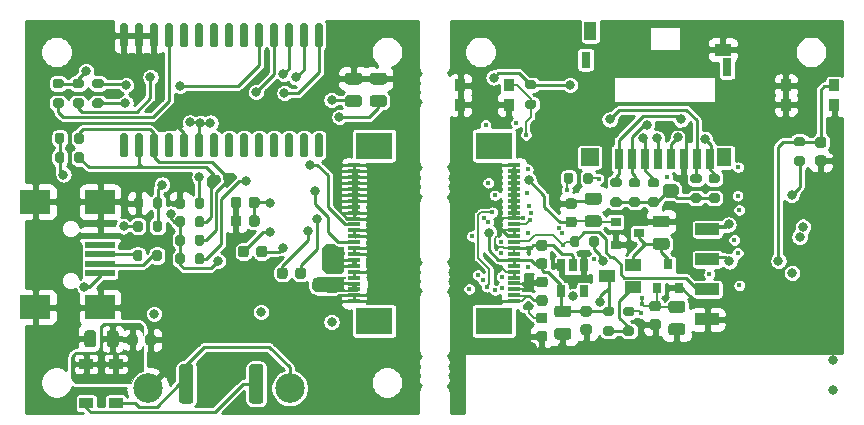
<source format=gbr>
%TF.GenerationSoftware,KiCad,Pcbnew,(5.1.8)-1*%
%TF.CreationDate,2021-06-20T20:47:25+01:00*%
%TF.ProjectId,schem_1,73636865-6d5f-4312-9e6b-696361645f70,rev?*%
%TF.SameCoordinates,Original*%
%TF.FileFunction,Copper,L4,Bot*%
%TF.FilePolarity,Positive*%
%FSLAX45Y45*%
G04 Gerber Fmt 4.5, Leading zero omitted, Abs format (unit mm)*
G04 Created by KiCad (PCBNEW (5.1.8)-1) date 2021-06-20 20:47:25*
%MOMM*%
%LPD*%
G01*
G04 APERTURE LIST*
%TA.AperFunction,SMDPad,CuDef*%
%ADD10R,2.000000X1.000000*%
%TD*%
%TA.AperFunction,SMDPad,CuDef*%
%ADD11R,1.100000X0.300000*%
%TD*%
%TA.AperFunction,SMDPad,CuDef*%
%ADD12R,3.100000X2.300000*%
%TD*%
%TA.AperFunction,SMDPad,CuDef*%
%ADD13R,0.700000X1.750000*%
%TD*%
%TA.AperFunction,SMDPad,CuDef*%
%ADD14R,1.300000X1.500000*%
%TD*%
%TA.AperFunction,SMDPad,CuDef*%
%ADD15R,0.800000X1.500000*%
%TD*%
%TA.AperFunction,SMDPad,CuDef*%
%ADD16R,1.450000X1.000000*%
%TD*%
%TA.AperFunction,SMDPad,CuDef*%
%ADD17R,0.800000X1.400000*%
%TD*%
%TA.AperFunction,SMDPad,CuDef*%
%ADD18R,1.500000X1.500000*%
%TD*%
%TA.AperFunction,SMDPad,CuDef*%
%ADD19R,1.000000X1.550000*%
%TD*%
%TA.AperFunction,SMDPad,CuDef*%
%ADD20R,0.900000X1.000000*%
%TD*%
%TA.AperFunction,ComponentPad*%
%ADD21C,2.500000*%
%TD*%
%TA.AperFunction,SMDPad,CuDef*%
%ADD22R,0.800000X0.900000*%
%TD*%
%TA.AperFunction,SMDPad,CuDef*%
%ADD23R,0.900000X0.800000*%
%TD*%
%TA.AperFunction,SMDPad,CuDef*%
%ADD24R,0.650000X1.060000*%
%TD*%
%TA.AperFunction,SMDPad,CuDef*%
%ADD25R,1.400000X1.000000*%
%TD*%
%TA.AperFunction,SMDPad,CuDef*%
%ADD26R,1.200000X0.900000*%
%TD*%
%TA.AperFunction,SMDPad,CuDef*%
%ADD27R,2.500000X0.500000*%
%TD*%
%TA.AperFunction,SMDPad,CuDef*%
%ADD28R,2.500000X2.000000*%
%TD*%
%TA.AperFunction,ViaPad*%
%ADD29C,0.800000*%
%TD*%
%TA.AperFunction,ViaPad*%
%ADD30C,0.400000*%
%TD*%
%TA.AperFunction,Conductor*%
%ADD31C,0.150000*%
%TD*%
%TA.AperFunction,Conductor*%
%ADD32C,0.250000*%
%TD*%
%TA.AperFunction,Conductor*%
%ADD33C,0.300000*%
%TD*%
%TA.AperFunction,Conductor*%
%ADD34C,0.254000*%
%TD*%
%TA.AperFunction,Conductor*%
%ADD35C,0.100000*%
%TD*%
G04 APERTURE END LIST*
D10*
%TO.P,J4,4*%
%TO.N,/5V_USB_SC*%
X11607228Y-1447446D03*
%TO.P,J4,3*%
%TO.N,/U0TXD*%
X11607228Y-1701446D03*
%TO.P,J4,2*%
%TO.N,/SCL*%
X11607228Y-1955446D03*
%TO.P,J4,1*%
%TO.N,GND*%
X11607228Y-2209446D03*
%TD*%
D11*
%TO.P,J3,1*%
%TO.N,GND*%
X9970548Y-2054846D03*
%TO.P,J3,2*%
X9970548Y-2004846D03*
%TO.P,J3,3*%
%TO.N,/5V_USB_SC*%
X9970548Y-1954846D03*
%TO.P,J3,4*%
X9970548Y-1904846D03*
%TO.P,J3,5*%
%TO.N,GND*%
X9970548Y-1854846D03*
%TO.P,J3,6*%
X9970548Y-1804846D03*
%TO.P,J3,7*%
%TO.N,+3V3*%
X9970548Y-1754846D03*
%TO.P,J3,8*%
X9970548Y-1704846D03*
%TO.P,J3,9*%
%TO.N,GND*%
X9970548Y-1654846D03*
%TO.P,J3,10*%
X9970548Y-1604846D03*
%TO.P,J3,11*%
%TO.N,/SCL*%
X9970548Y-1554846D03*
%TO.P,J3,12*%
%TO.N,GND*%
X9970548Y-1504846D03*
%TO.P,J3,13*%
X9970548Y-1454846D03*
%TO.P,J3,14*%
%TO.N,/SDA*%
X9970548Y-1404846D03*
%TO.P,J3,15*%
%TO.N,GND*%
X9970548Y-1354846D03*
%TO.P,J3,16*%
X9970548Y-1304846D03*
%TO.P,J3,17*%
X9970548Y-1254846D03*
%TO.P,J3,18*%
X9970548Y-1204846D03*
%TO.P,J3,19*%
X9970548Y-1154846D03*
%TO.P,J3,20*%
X9970548Y-1104846D03*
%TO.P,J3,21*%
X9970548Y-1054846D03*
%TO.P,J3,22*%
X9970548Y-1004846D03*
%TO.P,J3,23*%
X9970548Y-954846D03*
%TO.P,J3,24*%
X9970548Y-904846D03*
D12*
%TO.P,J3,MP*%
%TO.N,N/C*%
X9800548Y-2221846D03*
X9800548Y-737846D03*
%TD*%
D13*
%TO.P,J2,8*%
%TO.N,/HS2_DATA1*%
X11627670Y-848446D03*
D14*
%TO.P,J2,11*%
%TO.N,N/C*%
X11747670Y-835946D03*
D15*
X11772670Y-75946D03*
D16*
%TO.P,J2,9*%
%TO.N,GND*%
X11740170Y74054D03*
D17*
%TO.P,J2,11*%
%TO.N,N/C*%
X10577670Y-10946D03*
D13*
%TO.P,J2,7*%
%TO.N,/HS2_DATA0*%
X11517670Y-848446D03*
%TO.P,J2,6*%
%TO.N,GND*%
X11407670Y-848446D03*
%TO.P,J2,5*%
%TO.N,/HS2_CLK*%
X11297670Y-848446D03*
%TO.P,J2,4*%
%TO.N,+3V3*%
X11187670Y-848446D03*
%TO.P,J2,3*%
%TO.N,/HS2_CMD*%
X11077670Y-848446D03*
%TO.P,J2,2*%
%TO.N,/HS2_DATA3*%
X10967670Y-848446D03*
%TO.P,J2,1*%
%TO.N,/HS2_DATA2*%
X10857670Y-848446D03*
D18*
%TO.P,J2,11*%
%TO.N,N/C*%
X10612670Y-835946D03*
D19*
%TO.P,J2,10*%
X10617670Y231554D03*
%TD*%
D20*
%TO.P,SW1,2*%
%TO.N,GND*%
X9927040Y-391564D03*
X9517040Y-391564D03*
X9517040Y-228464D03*
%TO.P,SW1,1*%
%TO.N,/CSI_MCLK*%
X9927040Y-228464D03*
%TD*%
D21*
%TO.P,C2,2*%
%TO.N,GND*%
X6871280Y-2791720D03*
%TO.P,C2,1*%
%TO.N,Net-(C2-Pad1)*%
X8071280Y-2791720D03*
%TD*%
D11*
%TO.P,J6,1*%
%TO.N,GND*%
X8616780Y-905864D03*
%TO.P,J6,2*%
X8616780Y-955864D03*
%TO.P,J6,3*%
X8616780Y-1005864D03*
%TO.P,J6,4*%
X8616780Y-1055864D03*
%TO.P,J6,5*%
X8616780Y-1105864D03*
%TO.P,J6,6*%
X8616780Y-1155864D03*
%TO.P,J6,7*%
X8616780Y-1205864D03*
%TO.P,J6,8*%
X8616780Y-1255864D03*
%TO.P,J6,9*%
X8616780Y-1305864D03*
%TO.P,J6,10*%
X8616780Y-1355864D03*
%TO.P,J6,11*%
%TO.N,/SDA*%
X8616780Y-1405864D03*
%TO.P,J6,12*%
%TO.N,GND*%
X8616780Y-1455864D03*
%TO.P,J6,13*%
X8616780Y-1505864D03*
%TO.P,J6,14*%
%TO.N,/SCL*%
X8616780Y-1555864D03*
%TO.P,J6,15*%
%TO.N,GND*%
X8616780Y-1605864D03*
%TO.P,J6,16*%
X8616780Y-1655864D03*
%TO.P,J6,17*%
%TO.N,+3V3*%
X8616780Y-1705864D03*
%TO.P,J6,18*%
X8616780Y-1755864D03*
%TO.P,J6,19*%
%TO.N,GND*%
X8616780Y-1805864D03*
%TO.P,J6,20*%
X8616780Y-1855864D03*
%TO.P,J6,21*%
%TO.N,/5V_USB_SC*%
X8616780Y-1905864D03*
%TO.P,J6,22*%
X8616780Y-1955864D03*
%TO.P,J6,23*%
%TO.N,GND*%
X8616780Y-2005864D03*
%TO.P,J6,24*%
X8616780Y-2055864D03*
D12*
%TO.P,J6,MP*%
%TO.N,N/C*%
X8786780Y-738864D03*
X8786780Y-2222864D03*
%TD*%
%TO.P,R29,1*%
%TO.N,+3V3*%
%TA.AperFunction,SMDPad,CuDef*%
G36*
G01*
X6084176Y-703768D02*
X6084176Y-648768D01*
G75*
G02*
X6104176Y-628768I20000J0D01*
G01*
X6144176Y-628768D01*
G75*
G02*
X6164176Y-648768I0J-20000D01*
G01*
X6164176Y-703768D01*
G75*
G02*
X6144176Y-723768I-20000J0D01*
G01*
X6104176Y-723768D01*
G75*
G02*
X6084176Y-703768I0J20000D01*
G01*
G37*
%TD.AperFunction*%
%TO.P,R29,2*%
%TO.N,/SCL*%
%TA.AperFunction,SMDPad,CuDef*%
G36*
G01*
X6249176Y-703768D02*
X6249176Y-648768D01*
G75*
G02*
X6269176Y-628768I20000J0D01*
G01*
X6309176Y-628768D01*
G75*
G02*
X6329176Y-648768I0J-20000D01*
G01*
X6329176Y-703768D01*
G75*
G02*
X6309176Y-723768I-20000J0D01*
G01*
X6269176Y-723768D01*
G75*
G02*
X6249176Y-703768I0J20000D01*
G01*
G37*
%TD.AperFunction*%
%TD*%
%TO.P,R28,1*%
%TO.N,+3V3*%
%TA.AperFunction,SMDPad,CuDef*%
G36*
G01*
X6084176Y-866328D02*
X6084176Y-811328D01*
G75*
G02*
X6104176Y-791328I20000J0D01*
G01*
X6144176Y-791328D01*
G75*
G02*
X6164176Y-811328I0J-20000D01*
G01*
X6164176Y-866328D01*
G75*
G02*
X6144176Y-886328I-20000J0D01*
G01*
X6104176Y-886328D01*
G75*
G02*
X6084176Y-866328I0J20000D01*
G01*
G37*
%TD.AperFunction*%
%TO.P,R28,2*%
%TO.N,/SDA*%
%TA.AperFunction,SMDPad,CuDef*%
G36*
G01*
X6249176Y-866328D02*
X6249176Y-811328D01*
G75*
G02*
X6269176Y-791328I20000J0D01*
G01*
X6309176Y-791328D01*
G75*
G02*
X6329176Y-811328I0J-20000D01*
G01*
X6329176Y-866328D01*
G75*
G02*
X6309176Y-886328I-20000J0D01*
G01*
X6269176Y-886328D01*
G75*
G02*
X6249176Y-866328I0J20000D01*
G01*
G37*
%TD.AperFunction*%
%TD*%
%TO.P,R10,2*%
%TO.N,/SDA*%
%TA.AperFunction,SMDPad,CuDef*%
G36*
G01*
X7268070Y-1409803D02*
X7268070Y-1354803D01*
G75*
G02*
X7288070Y-1334803I20000J0D01*
G01*
X7328070Y-1334803D01*
G75*
G02*
X7348070Y-1354803I0J-20000D01*
G01*
X7348070Y-1409803D01*
G75*
G02*
X7328070Y-1429803I-20000J0D01*
G01*
X7288070Y-1429803D01*
G75*
G02*
X7268070Y-1409803I0J20000D01*
G01*
G37*
%TD.AperFunction*%
%TO.P,R10,1*%
%TO.N,+3V3*%
%TA.AperFunction,SMDPad,CuDef*%
G36*
G01*
X7103070Y-1409803D02*
X7103070Y-1354803D01*
G75*
G02*
X7123070Y-1334803I20000J0D01*
G01*
X7163070Y-1334803D01*
G75*
G02*
X7183070Y-1354803I0J-20000D01*
G01*
X7183070Y-1409803D01*
G75*
G02*
X7163070Y-1429803I-20000J0D01*
G01*
X7123070Y-1429803D01*
G75*
G02*
X7103070Y-1409803I0J20000D01*
G01*
G37*
%TD.AperFunction*%
%TD*%
%TO.P,R9,2*%
%TO.N,/SCL*%
%TA.AperFunction,SMDPad,CuDef*%
G36*
G01*
X7268070Y-1566437D02*
X7268070Y-1511437D01*
G75*
G02*
X7288070Y-1491437I20000J0D01*
G01*
X7328070Y-1491437D01*
G75*
G02*
X7348070Y-1511437I0J-20000D01*
G01*
X7348070Y-1566437D01*
G75*
G02*
X7328070Y-1586437I-20000J0D01*
G01*
X7288070Y-1586437D01*
G75*
G02*
X7268070Y-1566437I0J20000D01*
G01*
G37*
%TD.AperFunction*%
%TO.P,R9,1*%
%TO.N,+3V3*%
%TA.AperFunction,SMDPad,CuDef*%
G36*
G01*
X7103070Y-1566437D02*
X7103070Y-1511437D01*
G75*
G02*
X7123070Y-1491437I20000J0D01*
G01*
X7163070Y-1491437D01*
G75*
G02*
X7183070Y-1511437I0J-20000D01*
G01*
X7183070Y-1566437D01*
G75*
G02*
X7163070Y-1586437I-20000J0D01*
G01*
X7123070Y-1586437D01*
G75*
G02*
X7103070Y-1566437I0J20000D01*
G01*
G37*
%TD.AperFunction*%
%TD*%
%TO.P,U8,1*%
%TO.N,Net-(U8-Pad1)*%
%TA.AperFunction,SMDPad,CuDef*%
G36*
G01*
X8335110Y-837040D02*
X8305110Y-837040D01*
G75*
G02*
X8290110Y-822040I0J15000D01*
G01*
X8290110Y-647040D01*
G75*
G02*
X8305110Y-632040I15000J0D01*
G01*
X8335110Y-632040D01*
G75*
G02*
X8350110Y-647040I0J-15000D01*
G01*
X8350110Y-822040D01*
G75*
G02*
X8335110Y-837040I-15000J0D01*
G01*
G37*
%TD.AperFunction*%
%TO.P,U8,2*%
%TO.N,Net-(U8-Pad2)*%
%TA.AperFunction,SMDPad,CuDef*%
G36*
G01*
X8208110Y-837040D02*
X8178110Y-837040D01*
G75*
G02*
X8163110Y-822040I0J15000D01*
G01*
X8163110Y-647040D01*
G75*
G02*
X8178110Y-632040I15000J0D01*
G01*
X8208110Y-632040D01*
G75*
G02*
X8223110Y-647040I0J-15000D01*
G01*
X8223110Y-822040D01*
G75*
G02*
X8208110Y-837040I-15000J0D01*
G01*
G37*
%TD.AperFunction*%
%TO.P,U8,3*%
%TO.N,Net-(U8-Pad3)*%
%TA.AperFunction,SMDPad,CuDef*%
G36*
G01*
X8081110Y-837040D02*
X8051110Y-837040D01*
G75*
G02*
X8036110Y-822040I0J15000D01*
G01*
X8036110Y-647040D01*
G75*
G02*
X8051110Y-632040I15000J0D01*
G01*
X8081110Y-632040D01*
G75*
G02*
X8096110Y-647040I0J-15000D01*
G01*
X8096110Y-822040D01*
G75*
G02*
X8081110Y-837040I-15000J0D01*
G01*
G37*
%TD.AperFunction*%
%TO.P,U8,4*%
%TO.N,Net-(U8-Pad4)*%
%TA.AperFunction,SMDPad,CuDef*%
G36*
G01*
X7954110Y-837040D02*
X7924110Y-837040D01*
G75*
G02*
X7909110Y-822040I0J15000D01*
G01*
X7909110Y-647040D01*
G75*
G02*
X7924110Y-632040I15000J0D01*
G01*
X7954110Y-632040D01*
G75*
G02*
X7969110Y-647040I0J-15000D01*
G01*
X7969110Y-822040D01*
G75*
G02*
X7954110Y-837040I-15000J0D01*
G01*
G37*
%TD.AperFunction*%
%TO.P,U8,5*%
%TO.N,Net-(U8-Pad5)*%
%TA.AperFunction,SMDPad,CuDef*%
G36*
G01*
X7827110Y-837040D02*
X7797110Y-837040D01*
G75*
G02*
X7782110Y-822040I0J15000D01*
G01*
X7782110Y-647040D01*
G75*
G02*
X7797110Y-632040I15000J0D01*
G01*
X7827110Y-632040D01*
G75*
G02*
X7842110Y-647040I0J-15000D01*
G01*
X7842110Y-822040D01*
G75*
G02*
X7827110Y-837040I-15000J0D01*
G01*
G37*
%TD.AperFunction*%
%TO.P,U8,6*%
%TO.N,Net-(U8-Pad6)*%
%TA.AperFunction,SMDPad,CuDef*%
G36*
G01*
X7700110Y-837040D02*
X7670110Y-837040D01*
G75*
G02*
X7655110Y-822040I0J15000D01*
G01*
X7655110Y-647040D01*
G75*
G02*
X7670110Y-632040I15000J0D01*
G01*
X7700110Y-632040D01*
G75*
G02*
X7715110Y-647040I0J-15000D01*
G01*
X7715110Y-822040D01*
G75*
G02*
X7700110Y-837040I-15000J0D01*
G01*
G37*
%TD.AperFunction*%
%TO.P,U8,7*%
%TO.N,Net-(U8-Pad7)*%
%TA.AperFunction,SMDPad,CuDef*%
G36*
G01*
X7573110Y-837040D02*
X7543110Y-837040D01*
G75*
G02*
X7528110Y-822040I0J15000D01*
G01*
X7528110Y-647040D01*
G75*
G02*
X7543110Y-632040I15000J0D01*
G01*
X7573110Y-632040D01*
G75*
G02*
X7588110Y-647040I0J-15000D01*
G01*
X7588110Y-822040D01*
G75*
G02*
X7573110Y-837040I-15000J0D01*
G01*
G37*
%TD.AperFunction*%
%TO.P,U8,8*%
%TO.N,Net-(U8-Pad8)*%
%TA.AperFunction,SMDPad,CuDef*%
G36*
G01*
X7446110Y-837040D02*
X7416110Y-837040D01*
G75*
G02*
X7401110Y-822040I0J15000D01*
G01*
X7401110Y-647040D01*
G75*
G02*
X7416110Y-632040I15000J0D01*
G01*
X7446110Y-632040D01*
G75*
G02*
X7461110Y-647040I0J-15000D01*
G01*
X7461110Y-822040D01*
G75*
G02*
X7446110Y-837040I-15000J0D01*
G01*
G37*
%TD.AperFunction*%
%TO.P,U8,9*%
%TO.N,+3V3*%
%TA.AperFunction,SMDPad,CuDef*%
G36*
G01*
X7319110Y-837040D02*
X7289110Y-837040D01*
G75*
G02*
X7274110Y-822040I0J15000D01*
G01*
X7274110Y-647040D01*
G75*
G02*
X7289110Y-632040I15000J0D01*
G01*
X7319110Y-632040D01*
G75*
G02*
X7334110Y-647040I0J-15000D01*
G01*
X7334110Y-822040D01*
G75*
G02*
X7319110Y-837040I-15000J0D01*
G01*
G37*
%TD.AperFunction*%
%TO.P,U8,10*%
%TO.N,GND*%
%TA.AperFunction,SMDPad,CuDef*%
G36*
G01*
X7192110Y-837040D02*
X7162110Y-837040D01*
G75*
G02*
X7147110Y-822040I0J15000D01*
G01*
X7147110Y-647040D01*
G75*
G02*
X7162110Y-632040I15000J0D01*
G01*
X7192110Y-632040D01*
G75*
G02*
X7207110Y-647040I0J-15000D01*
G01*
X7207110Y-822040D01*
G75*
G02*
X7192110Y-837040I-15000J0D01*
G01*
G37*
%TD.AperFunction*%
%TO.P,U8,11*%
%TO.N,Net-(U8-Pad11)*%
%TA.AperFunction,SMDPad,CuDef*%
G36*
G01*
X7065110Y-837040D02*
X7035110Y-837040D01*
G75*
G02*
X7020110Y-822040I0J15000D01*
G01*
X7020110Y-647040D01*
G75*
G02*
X7035110Y-632040I15000J0D01*
G01*
X7065110Y-632040D01*
G75*
G02*
X7080110Y-647040I0J-15000D01*
G01*
X7080110Y-822040D01*
G75*
G02*
X7065110Y-837040I-15000J0D01*
G01*
G37*
%TD.AperFunction*%
%TO.P,U8,12*%
%TO.N,/SCL*%
%TA.AperFunction,SMDPad,CuDef*%
G36*
G01*
X6938110Y-837040D02*
X6908110Y-837040D01*
G75*
G02*
X6893110Y-822040I0J15000D01*
G01*
X6893110Y-647040D01*
G75*
G02*
X6908110Y-632040I15000J0D01*
G01*
X6938110Y-632040D01*
G75*
G02*
X6953110Y-647040I0J-15000D01*
G01*
X6953110Y-822040D01*
G75*
G02*
X6938110Y-837040I-15000J0D01*
G01*
G37*
%TD.AperFunction*%
%TO.P,U8,13*%
%TO.N,/SDA*%
%TA.AperFunction,SMDPad,CuDef*%
G36*
G01*
X6811110Y-837040D02*
X6781110Y-837040D01*
G75*
G02*
X6766110Y-822040I0J15000D01*
G01*
X6766110Y-647040D01*
G75*
G02*
X6781110Y-632040I15000J0D01*
G01*
X6811110Y-632040D01*
G75*
G02*
X6826110Y-647040I0J-15000D01*
G01*
X6826110Y-822040D01*
G75*
G02*
X6811110Y-837040I-15000J0D01*
G01*
G37*
%TD.AperFunction*%
%TO.P,U8,14*%
%TO.N,Net-(U8-Pad14)*%
%TA.AperFunction,SMDPad,CuDef*%
G36*
G01*
X6684110Y-837040D02*
X6654110Y-837040D01*
G75*
G02*
X6639110Y-822040I0J15000D01*
G01*
X6639110Y-647040D01*
G75*
G02*
X6654110Y-632040I15000J0D01*
G01*
X6684110Y-632040D01*
G75*
G02*
X6699110Y-647040I0J-15000D01*
G01*
X6699110Y-822040D01*
G75*
G02*
X6684110Y-837040I-15000J0D01*
G01*
G37*
%TD.AperFunction*%
%TO.P,U8,15*%
%TO.N,GND*%
%TA.AperFunction,SMDPad,CuDef*%
G36*
G01*
X6684110Y92960D02*
X6654110Y92960D01*
G75*
G02*
X6639110Y107960I0J15000D01*
G01*
X6639110Y282960D01*
G75*
G02*
X6654110Y297960I15000J0D01*
G01*
X6684110Y297960D01*
G75*
G02*
X6699110Y282960I0J-15000D01*
G01*
X6699110Y107960D01*
G75*
G02*
X6684110Y92960I-15000J0D01*
G01*
G37*
%TD.AperFunction*%
%TO.P,U8,16*%
%TA.AperFunction,SMDPad,CuDef*%
G36*
G01*
X6811110Y92960D02*
X6781110Y92960D01*
G75*
G02*
X6766110Y107960I0J15000D01*
G01*
X6766110Y282960D01*
G75*
G02*
X6781110Y297960I15000J0D01*
G01*
X6811110Y297960D01*
G75*
G02*
X6826110Y282960I0J-15000D01*
G01*
X6826110Y107960D01*
G75*
G02*
X6811110Y92960I-15000J0D01*
G01*
G37*
%TD.AperFunction*%
%TO.P,U8,17*%
%TA.AperFunction,SMDPad,CuDef*%
G36*
G01*
X6938110Y92960D02*
X6908110Y92960D01*
G75*
G02*
X6893110Y107960I0J15000D01*
G01*
X6893110Y282960D01*
G75*
G02*
X6908110Y297960I15000J0D01*
G01*
X6938110Y297960D01*
G75*
G02*
X6953110Y282960I0J-15000D01*
G01*
X6953110Y107960D01*
G75*
G02*
X6938110Y92960I-15000J0D01*
G01*
G37*
%TD.AperFunction*%
%TO.P,U8,18*%
%TO.N,Net-(R24-Pad2)*%
%TA.AperFunction,SMDPad,CuDef*%
G36*
G01*
X7065110Y92960D02*
X7035110Y92960D01*
G75*
G02*
X7020110Y107960I0J15000D01*
G01*
X7020110Y282960D01*
G75*
G02*
X7035110Y297960I15000J0D01*
G01*
X7065110Y297960D01*
G75*
G02*
X7080110Y282960I0J-15000D01*
G01*
X7080110Y107960D01*
G75*
G02*
X7065110Y92960I-15000J0D01*
G01*
G37*
%TD.AperFunction*%
%TO.P,U8,19*%
%TO.N,Net-(U8-Pad19)*%
%TA.AperFunction,SMDPad,CuDef*%
G36*
G01*
X7192110Y92960D02*
X7162110Y92960D01*
G75*
G02*
X7147110Y107960I0J15000D01*
G01*
X7147110Y282960D01*
G75*
G02*
X7162110Y297960I15000J0D01*
G01*
X7192110Y297960D01*
G75*
G02*
X7207110Y282960I0J-15000D01*
G01*
X7207110Y107960D01*
G75*
G02*
X7192110Y92960I-15000J0D01*
G01*
G37*
%TD.AperFunction*%
%TO.P,U8,20*%
%TO.N,Net-(U8-Pad20)*%
%TA.AperFunction,SMDPad,CuDef*%
G36*
G01*
X7319110Y92960D02*
X7289110Y92960D01*
G75*
G02*
X7274110Y107960I0J15000D01*
G01*
X7274110Y282960D01*
G75*
G02*
X7289110Y297960I15000J0D01*
G01*
X7319110Y297960D01*
G75*
G02*
X7334110Y282960I0J-15000D01*
G01*
X7334110Y107960D01*
G75*
G02*
X7319110Y92960I-15000J0D01*
G01*
G37*
%TD.AperFunction*%
%TO.P,U8,21*%
%TO.N,Net-(U8-Pad21)*%
%TA.AperFunction,SMDPad,CuDef*%
G36*
G01*
X7446110Y92960D02*
X7416110Y92960D01*
G75*
G02*
X7401110Y107960I0J15000D01*
G01*
X7401110Y282960D01*
G75*
G02*
X7416110Y297960I15000J0D01*
G01*
X7446110Y297960D01*
G75*
G02*
X7461110Y282960I0J-15000D01*
G01*
X7461110Y107960D01*
G75*
G02*
X7446110Y92960I-15000J0D01*
G01*
G37*
%TD.AperFunction*%
%TO.P,U8,22*%
%TO.N,Net-(U8-Pad22)*%
%TA.AperFunction,SMDPad,CuDef*%
G36*
G01*
X7573110Y92960D02*
X7543110Y92960D01*
G75*
G02*
X7528110Y107960I0J15000D01*
G01*
X7528110Y282960D01*
G75*
G02*
X7543110Y297960I15000J0D01*
G01*
X7573110Y297960D01*
G75*
G02*
X7588110Y282960I0J-15000D01*
G01*
X7588110Y107960D01*
G75*
G02*
X7573110Y92960I-15000J0D01*
G01*
G37*
%TD.AperFunction*%
%TO.P,U8,23*%
%TO.N,Net-(U8-Pad23)*%
%TA.AperFunction,SMDPad,CuDef*%
G36*
G01*
X7700110Y92960D02*
X7670110Y92960D01*
G75*
G02*
X7655110Y107960I0J15000D01*
G01*
X7655110Y282960D01*
G75*
G02*
X7670110Y297960I15000J0D01*
G01*
X7700110Y297960D01*
G75*
G02*
X7715110Y282960I0J-15000D01*
G01*
X7715110Y107960D01*
G75*
G02*
X7700110Y92960I-15000J0D01*
G01*
G37*
%TD.AperFunction*%
%TO.P,U8,24*%
%TO.N,/GPIO Expander/LED_RECORDING*%
%TA.AperFunction,SMDPad,CuDef*%
G36*
G01*
X7827110Y92960D02*
X7797110Y92960D01*
G75*
G02*
X7782110Y107960I0J15000D01*
G01*
X7782110Y282960D01*
G75*
G02*
X7797110Y297960I15000J0D01*
G01*
X7827110Y297960D01*
G75*
G02*
X7842110Y282960I0J-15000D01*
G01*
X7842110Y107960D01*
G75*
G02*
X7827110Y92960I-15000J0D01*
G01*
G37*
%TD.AperFunction*%
%TO.P,U8,25*%
%TO.N,/GPIO Expander/Vusb_detect*%
%TA.AperFunction,SMDPad,CuDef*%
G36*
G01*
X7954110Y92960D02*
X7924110Y92960D01*
G75*
G02*
X7909110Y107960I0J15000D01*
G01*
X7909110Y282960D01*
G75*
G02*
X7924110Y297960I15000J0D01*
G01*
X7954110Y297960D01*
G75*
G02*
X7969110Y282960I0J-15000D01*
G01*
X7969110Y107960D01*
G75*
G02*
X7954110Y92960I-15000J0D01*
G01*
G37*
%TD.AperFunction*%
%TO.P,U8,26*%
%TO.N,/GPIO Expander/BTN_DOWN*%
%TA.AperFunction,SMDPad,CuDef*%
G36*
G01*
X8081110Y92960D02*
X8051110Y92960D01*
G75*
G02*
X8036110Y107960I0J15000D01*
G01*
X8036110Y282960D01*
G75*
G02*
X8051110Y297960I15000J0D01*
G01*
X8081110Y297960D01*
G75*
G02*
X8096110Y282960I0J-15000D01*
G01*
X8096110Y107960D01*
G75*
G02*
X8081110Y92960I-15000J0D01*
G01*
G37*
%TD.AperFunction*%
%TO.P,U8,27*%
%TO.N,/GPIO Expander/BTN_UP*%
%TA.AperFunction,SMDPad,CuDef*%
G36*
G01*
X8208110Y92960D02*
X8178110Y92960D01*
G75*
G02*
X8163110Y107960I0J15000D01*
G01*
X8163110Y282960D01*
G75*
G02*
X8178110Y297960I15000J0D01*
G01*
X8208110Y297960D01*
G75*
G02*
X8223110Y282960I0J-15000D01*
G01*
X8223110Y107960D01*
G75*
G02*
X8208110Y92960I-15000J0D01*
G01*
G37*
%TD.AperFunction*%
%TO.P,U8,28*%
%TO.N,/GPIO Expander/BTN_OK*%
%TA.AperFunction,SMDPad,CuDef*%
G36*
G01*
X8335110Y92960D02*
X8305110Y92960D01*
G75*
G02*
X8290110Y107960I0J15000D01*
G01*
X8290110Y282960D01*
G75*
G02*
X8305110Y297960I15000J0D01*
G01*
X8335110Y297960D01*
G75*
G02*
X8350110Y282960I0J-15000D01*
G01*
X8350110Y107960D01*
G75*
G02*
X8335110Y92960I-15000J0D01*
G01*
G37*
%TD.AperFunction*%
%TD*%
D22*
%TO.P,U6,1*%
%TO.N,GND*%
X11368748Y-1943396D03*
%TO.P,U6,2*%
%TO.N,+1V2*%
X11178748Y-1943396D03*
%TO.P,U6,3*%
%TO.N,Net-(C16-Pad1)*%
X11273748Y-1743396D03*
%TD*%
D23*
%TO.P,U5,1*%
%TO.N,GND*%
X10830848Y-1576446D03*
%TO.P,U5,2*%
%TO.N,+2V8*%
X10830848Y-1386446D03*
%TO.P,U5,3*%
%TO.N,Net-(C16-Pad1)*%
X11030848Y-1481446D03*
%TD*%
D24*
%TO.P,U2,1*%
%TO.N,/5V_USB_SC*%
X10372298Y-1752446D03*
%TO.P,U2,2*%
%TO.N,GND*%
X10467298Y-1752446D03*
%TO.P,U2,3*%
%TO.N,/5V_USB_SC*%
X10562298Y-1752446D03*
%TO.P,U2,4*%
%TO.N,Net-(U2-Pad4)*%
X10562298Y-1972446D03*
%TO.P,U2,5*%
%TO.N,+3V3*%
X10372298Y-1972446D03*
%TD*%
%TO.P,R26,2*%
%TO.N,+3V3*%
%TA.AperFunction,SMDPad,CuDef*%
G36*
G01*
X10610332Y-1578542D02*
X10610332Y-1523542D01*
G75*
G02*
X10630332Y-1503542I20000J0D01*
G01*
X10670332Y-1503542D01*
G75*
G02*
X10690332Y-1523542I0J-20000D01*
G01*
X10690332Y-1578542D01*
G75*
G02*
X10670332Y-1598542I-20000J0D01*
G01*
X10630332Y-1598542D01*
G75*
G02*
X10610332Y-1578542I0J20000D01*
G01*
G37*
%TD.AperFunction*%
%TO.P,R26,1*%
%TO.N,/SCL*%
%TA.AperFunction,SMDPad,CuDef*%
G36*
G01*
X10445332Y-1578542D02*
X10445332Y-1523542D01*
G75*
G02*
X10465332Y-1503542I20000J0D01*
G01*
X10505332Y-1503542D01*
G75*
G02*
X10525332Y-1523542I0J-20000D01*
G01*
X10525332Y-1578542D01*
G75*
G02*
X10505332Y-1598542I-20000J0D01*
G01*
X10465332Y-1598542D01*
G75*
G02*
X10445332Y-1578542I0J20000D01*
G01*
G37*
%TD.AperFunction*%
%TD*%
%TO.P,R25,2*%
%TO.N,Net-(D4-Pad2)*%
%TA.AperFunction,SMDPad,CuDef*%
G36*
G01*
X6421034Y-337818D02*
X6476034Y-337818D01*
G75*
G02*
X6496034Y-357818I0J-20000D01*
G01*
X6496034Y-397818D01*
G75*
G02*
X6476034Y-417818I-20000J0D01*
G01*
X6421034Y-417818D01*
G75*
G02*
X6401034Y-397818I0J20000D01*
G01*
X6401034Y-357818D01*
G75*
G02*
X6421034Y-337818I20000J0D01*
G01*
G37*
%TD.AperFunction*%
%TO.P,R25,1*%
%TO.N,/GPIO Expander/LED_RECORDING*%
%TA.AperFunction,SMDPad,CuDef*%
G36*
G01*
X6421034Y-172818D02*
X6476034Y-172818D01*
G75*
G02*
X6496034Y-192818I0J-20000D01*
G01*
X6496034Y-232818D01*
G75*
G02*
X6476034Y-252818I-20000J0D01*
G01*
X6421034Y-252818D01*
G75*
G02*
X6401034Y-232818I0J20000D01*
G01*
X6401034Y-192818D01*
G75*
G02*
X6421034Y-172818I20000J0D01*
G01*
G37*
%TD.AperFunction*%
%TD*%
%TO.P,R24,2*%
%TO.N,Net-(R24-Pad2)*%
%TA.AperFunction,SMDPad,CuDef*%
G36*
G01*
X6086008Y-337818D02*
X6141008Y-337818D01*
G75*
G02*
X6161008Y-357818I0J-20000D01*
G01*
X6161008Y-397818D01*
G75*
G02*
X6141008Y-417818I-20000J0D01*
G01*
X6086008Y-417818D01*
G75*
G02*
X6066008Y-397818I0J20000D01*
G01*
X6066008Y-357818D01*
G75*
G02*
X6086008Y-337818I20000J0D01*
G01*
G37*
%TD.AperFunction*%
%TO.P,R24,1*%
%TO.N,+3V3*%
%TA.AperFunction,SMDPad,CuDef*%
G36*
G01*
X6086008Y-172818D02*
X6141008Y-172818D01*
G75*
G02*
X6161008Y-192818I0J-20000D01*
G01*
X6161008Y-232818D01*
G75*
G02*
X6141008Y-252818I-20000J0D01*
G01*
X6086008Y-252818D01*
G75*
G02*
X6066008Y-232818I0J20000D01*
G01*
X6066008Y-192818D01*
G75*
G02*
X6086008Y-172818I20000J0D01*
G01*
G37*
%TD.AperFunction*%
%TD*%
%TO.P,R23,2*%
%TO.N,GND*%
%TA.AperFunction,SMDPad,CuDef*%
G36*
G01*
X6829960Y-1196900D02*
X6829960Y-1251900D01*
G75*
G02*
X6809960Y-1271900I-20000J0D01*
G01*
X6769960Y-1271900D01*
G75*
G02*
X6749960Y-1251900I0J20000D01*
G01*
X6749960Y-1196900D01*
G75*
G02*
X6769960Y-1176900I20000J0D01*
G01*
X6809960Y-1176900D01*
G75*
G02*
X6829960Y-1196900I0J-20000D01*
G01*
G37*
%TD.AperFunction*%
%TO.P,R23,1*%
%TO.N,/GPIO Expander/Vusb_detect*%
%TA.AperFunction,SMDPad,CuDef*%
G36*
G01*
X6994960Y-1196900D02*
X6994960Y-1251900D01*
G75*
G02*
X6974960Y-1271900I-20000J0D01*
G01*
X6934960Y-1271900D01*
G75*
G02*
X6914960Y-1251900I0J20000D01*
G01*
X6914960Y-1196900D01*
G75*
G02*
X6934960Y-1176900I20000J0D01*
G01*
X6974960Y-1176900D01*
G75*
G02*
X6994960Y-1196900I0J-20000D01*
G01*
G37*
%TD.AperFunction*%
%TD*%
%TO.P,R22,2*%
%TO.N,/GPIO Expander/Vusb_detect*%
%TA.AperFunction,SMDPad,CuDef*%
G36*
G01*
X6913486Y-1449258D02*
X6913486Y-1394258D01*
G75*
G02*
X6933486Y-1374258I20000J0D01*
G01*
X6973486Y-1374258D01*
G75*
G02*
X6993486Y-1394258I0J-20000D01*
G01*
X6993486Y-1449258D01*
G75*
G02*
X6973486Y-1469258I-20000J0D01*
G01*
X6933486Y-1469258D01*
G75*
G02*
X6913486Y-1449258I0J20000D01*
G01*
G37*
%TD.AperFunction*%
%TO.P,R22,1*%
%TO.N,/5V_USB_SC*%
%TA.AperFunction,SMDPad,CuDef*%
G36*
G01*
X6748486Y-1449258D02*
X6748486Y-1394258D01*
G75*
G02*
X6768486Y-1374258I20000J0D01*
G01*
X6808486Y-1374258D01*
G75*
G02*
X6828486Y-1394258I0J-20000D01*
G01*
X6828486Y-1449258D01*
G75*
G02*
X6808486Y-1469258I-20000J0D01*
G01*
X6768486Y-1469258D01*
G75*
G02*
X6748486Y-1449258I0J20000D01*
G01*
G37*
%TD.AperFunction*%
%TD*%
%TO.P,R21,2*%
%TO.N,GND*%
%TA.AperFunction,SMDPad,CuDef*%
G36*
G01*
X7183070Y-1198170D02*
X7183070Y-1253170D01*
G75*
G02*
X7163070Y-1273170I-20000J0D01*
G01*
X7123070Y-1273170D01*
G75*
G02*
X7103070Y-1253170I0J20000D01*
G01*
X7103070Y-1198170D01*
G75*
G02*
X7123070Y-1178170I20000J0D01*
G01*
X7163070Y-1178170D01*
G75*
G02*
X7183070Y-1198170I0J-20000D01*
G01*
G37*
%TD.AperFunction*%
%TO.P,R21,1*%
%TO.N,Net-(R21-Pad1)*%
%TA.AperFunction,SMDPad,CuDef*%
G36*
G01*
X7348070Y-1198170D02*
X7348070Y-1253170D01*
G75*
G02*
X7328070Y-1273170I-20000J0D01*
G01*
X7288070Y-1273170D01*
G75*
G02*
X7268070Y-1253170I0J20000D01*
G01*
X7268070Y-1198170D01*
G75*
G02*
X7288070Y-1178170I20000J0D01*
G01*
X7328070Y-1178170D01*
G75*
G02*
X7348070Y-1198170I0J-20000D01*
G01*
G37*
%TD.AperFunction*%
%TD*%
%TO.P,R20,2*%
%TO.N,/I2C OLED/OLED_RESET*%
%TA.AperFunction,SMDPad,CuDef*%
G36*
G01*
X7268070Y-1723070D02*
X7268070Y-1668070D01*
G75*
G02*
X7288070Y-1648070I20000J0D01*
G01*
X7328070Y-1648070D01*
G75*
G02*
X7348070Y-1668070I0J-20000D01*
G01*
X7348070Y-1723070D01*
G75*
G02*
X7328070Y-1743070I-20000J0D01*
G01*
X7288070Y-1743070D01*
G75*
G02*
X7268070Y-1723070I0J20000D01*
G01*
G37*
%TD.AperFunction*%
%TO.P,R20,1*%
%TO.N,+3V3*%
%TA.AperFunction,SMDPad,CuDef*%
G36*
G01*
X7103070Y-1723070D02*
X7103070Y-1668070D01*
G75*
G02*
X7123070Y-1648070I20000J0D01*
G01*
X7163070Y-1648070D01*
G75*
G02*
X7183070Y-1668070I0J-20000D01*
G01*
X7183070Y-1723070D01*
G75*
G02*
X7163070Y-1743070I-20000J0D01*
G01*
X7123070Y-1743070D01*
G75*
G02*
X7103070Y-1723070I0J20000D01*
G01*
G37*
%TD.AperFunction*%
%TD*%
%TO.P,R19,1*%
%TO.N,Net-(Q1-Pad2)*%
%TA.AperFunction,SMDPad,CuDef*%
G36*
G01*
X10971048Y-2346896D02*
X10916048Y-2346896D01*
G75*
G02*
X10896048Y-2326896I0J20000D01*
G01*
X10896048Y-2286896D01*
G75*
G02*
X10916048Y-2266896I20000J0D01*
G01*
X10971048Y-2266896D01*
G75*
G02*
X10991048Y-2286896I0J-20000D01*
G01*
X10991048Y-2326896D01*
G75*
G02*
X10971048Y-2346896I-20000J0D01*
G01*
G37*
%TD.AperFunction*%
%TO.P,R19,2*%
%TO.N,/CAM_PWR*%
%TA.AperFunction,SMDPad,CuDef*%
G36*
G01*
X10971048Y-2181896D02*
X10916048Y-2181896D01*
G75*
G02*
X10896048Y-2161896I0J20000D01*
G01*
X10896048Y-2121896D01*
G75*
G02*
X10916048Y-2101896I20000J0D01*
G01*
X10971048Y-2101896D01*
G75*
G02*
X10991048Y-2121896I0J-20000D01*
G01*
X10991048Y-2161896D01*
G75*
G02*
X10971048Y-2181896I-20000J0D01*
G01*
G37*
%TD.AperFunction*%
%TD*%
%TO.P,R18,1*%
%TO.N,Net-(D2-Pad1)*%
%TA.AperFunction,SMDPad,CuDef*%
G36*
G01*
X7849380Y-2612250D02*
X7849380Y-2897250D01*
G75*
G02*
X7824380Y-2922250I-25000J0D01*
G01*
X7751880Y-2922250D01*
G75*
G02*
X7726880Y-2897250I0J25000D01*
G01*
X7726880Y-2612250D01*
G75*
G02*
X7751880Y-2587250I25000J0D01*
G01*
X7824380Y-2587250D01*
G75*
G02*
X7849380Y-2612250I0J-25000D01*
G01*
G37*
%TD.AperFunction*%
%TO.P,R18,2*%
%TO.N,Net-(C2-Pad1)*%
%TA.AperFunction,SMDPad,CuDef*%
G36*
G01*
X7256880Y-2612250D02*
X7256880Y-2897250D01*
G75*
G02*
X7231880Y-2922250I-25000J0D01*
G01*
X7159380Y-2922250D01*
G75*
G02*
X7134380Y-2897250I0J25000D01*
G01*
X7134380Y-2612250D01*
G75*
G02*
X7159380Y-2587250I25000J0D01*
G01*
X7231880Y-2587250D01*
G75*
G02*
X7256880Y-2612250I0J-25000D01*
G01*
G37*
%TD.AperFunction*%
%TD*%
%TO.P,R17,1*%
%TO.N,+3V3*%
%TA.AperFunction,SMDPad,CuDef*%
G36*
G01*
X10744598Y-2101896D02*
X10799598Y-2101896D01*
G75*
G02*
X10819598Y-2121896I0J-20000D01*
G01*
X10819598Y-2161896D01*
G75*
G02*
X10799598Y-2181896I-20000J0D01*
G01*
X10744598Y-2181896D01*
G75*
G02*
X10724598Y-2161896I0J20000D01*
G01*
X10724598Y-2121896D01*
G75*
G02*
X10744598Y-2101896I20000J0D01*
G01*
G37*
%TD.AperFunction*%
%TO.P,R17,2*%
%TO.N,Net-(Q1-Pad2)*%
%TA.AperFunction,SMDPad,CuDef*%
G36*
G01*
X10744598Y-2266896D02*
X10799598Y-2266896D01*
G75*
G02*
X10819598Y-2286896I0J-20000D01*
G01*
X10819598Y-2326896D01*
G75*
G02*
X10799598Y-2346896I-20000J0D01*
G01*
X10744598Y-2346896D01*
G75*
G02*
X10724598Y-2326896I0J20000D01*
G01*
X10724598Y-2286896D01*
G75*
G02*
X10744598Y-2266896I20000J0D01*
G01*
G37*
%TD.AperFunction*%
%TD*%
%TO.P,R16,2*%
%TO.N,Net-(D3-Pad2)*%
%TA.AperFunction,SMDPad,CuDef*%
G36*
G01*
X6253521Y-337818D02*
X6308521Y-337818D01*
G75*
G02*
X6328521Y-357818I0J-20000D01*
G01*
X6328521Y-397818D01*
G75*
G02*
X6308521Y-417818I-20000J0D01*
G01*
X6253521Y-417818D01*
G75*
G02*
X6233521Y-397818I0J20000D01*
G01*
X6233521Y-357818D01*
G75*
G02*
X6253521Y-337818I20000J0D01*
G01*
G37*
%TD.AperFunction*%
%TO.P,R16,1*%
%TO.N,+3V3*%
%TA.AperFunction,SMDPad,CuDef*%
G36*
G01*
X6253521Y-172818D02*
X6308521Y-172818D01*
G75*
G02*
X6328521Y-192818I0J-20000D01*
G01*
X6328521Y-232818D01*
G75*
G02*
X6308521Y-252818I-20000J0D01*
G01*
X6253521Y-252818D01*
G75*
G02*
X6233521Y-232818I0J20000D01*
G01*
X6233521Y-192818D01*
G75*
G02*
X6253521Y-172818I20000J0D01*
G01*
G37*
%TD.AperFunction*%
%TD*%
%TO.P,R15,1*%
%TO.N,+3V3*%
%TA.AperFunction,SMDPad,CuDef*%
G36*
G01*
X11694668Y-1221766D02*
X11639668Y-1221766D01*
G75*
G02*
X11619668Y-1201766I0J20000D01*
G01*
X11619668Y-1161766D01*
G75*
G02*
X11639668Y-1141766I20000J0D01*
G01*
X11694668Y-1141766D01*
G75*
G02*
X11714668Y-1161766I0J-20000D01*
G01*
X11714668Y-1201766D01*
G75*
G02*
X11694668Y-1221766I-20000J0D01*
G01*
G37*
%TD.AperFunction*%
%TO.P,R15,2*%
%TO.N,/HS2_DATA1*%
%TA.AperFunction,SMDPad,CuDef*%
G36*
G01*
X11694668Y-1056766D02*
X11639668Y-1056766D01*
G75*
G02*
X11619668Y-1036766I0J20000D01*
G01*
X11619668Y-996766D01*
G75*
G02*
X11639668Y-976766I20000J0D01*
G01*
X11694668Y-976766D01*
G75*
G02*
X11714668Y-996766I0J-20000D01*
G01*
X11714668Y-1036766D01*
G75*
G02*
X11694668Y-1056766I-20000J0D01*
G01*
G37*
%TD.AperFunction*%
%TD*%
%TO.P,R14,1*%
%TO.N,+3V3*%
%TA.AperFunction,SMDPad,CuDef*%
G36*
G01*
X11539728Y-1221766D02*
X11484728Y-1221766D01*
G75*
G02*
X11464728Y-1201766I0J20000D01*
G01*
X11464728Y-1161766D01*
G75*
G02*
X11484728Y-1141766I20000J0D01*
G01*
X11539728Y-1141766D01*
G75*
G02*
X11559728Y-1161766I0J-20000D01*
G01*
X11559728Y-1201766D01*
G75*
G02*
X11539728Y-1221766I-20000J0D01*
G01*
G37*
%TD.AperFunction*%
%TO.P,R14,2*%
%TO.N,/HS2_DATA0*%
%TA.AperFunction,SMDPad,CuDef*%
G36*
G01*
X11539728Y-1056766D02*
X11484728Y-1056766D01*
G75*
G02*
X11464728Y-1036766I0J20000D01*
G01*
X11464728Y-996766D01*
G75*
G02*
X11484728Y-976766I20000J0D01*
G01*
X11539728Y-976766D01*
G75*
G02*
X11559728Y-996766I0J-20000D01*
G01*
X11559728Y-1036766D01*
G75*
G02*
X11539728Y-1056766I-20000J0D01*
G01*
G37*
%TD.AperFunction*%
%TD*%
%TO.P,R13,2*%
%TO.N,/HS2_CMD*%
%TA.AperFunction,SMDPad,CuDef*%
G36*
G01*
X11179328Y-1092186D02*
X11124328Y-1092186D01*
G75*
G02*
X11104328Y-1072186I0J20000D01*
G01*
X11104328Y-1032186D01*
G75*
G02*
X11124328Y-1012186I20000J0D01*
G01*
X11179328Y-1012186D01*
G75*
G02*
X11199328Y-1032186I0J-20000D01*
G01*
X11199328Y-1072186D01*
G75*
G02*
X11179328Y-1092186I-20000J0D01*
G01*
G37*
%TD.AperFunction*%
%TO.P,R13,1*%
%TO.N,+3V3*%
%TA.AperFunction,SMDPad,CuDef*%
G36*
G01*
X11179328Y-1257186D02*
X11124328Y-1257186D01*
G75*
G02*
X11104328Y-1237186I0J20000D01*
G01*
X11104328Y-1197186D01*
G75*
G02*
X11124328Y-1177186I20000J0D01*
G01*
X11179328Y-1177186D01*
G75*
G02*
X11199328Y-1197186I0J-20000D01*
G01*
X11199328Y-1237186D01*
G75*
G02*
X11179328Y-1257186I-20000J0D01*
G01*
G37*
%TD.AperFunction*%
%TD*%
%TO.P,R12,2*%
%TO.N,/HS2_DATA3*%
%TA.AperFunction,SMDPad,CuDef*%
G36*
G01*
X11020578Y-1092236D02*
X10965578Y-1092236D01*
G75*
G02*
X10945578Y-1072236I0J20000D01*
G01*
X10945578Y-1032236D01*
G75*
G02*
X10965578Y-1012236I20000J0D01*
G01*
X11020578Y-1012236D01*
G75*
G02*
X11040578Y-1032236I0J-20000D01*
G01*
X11040578Y-1072236D01*
G75*
G02*
X11020578Y-1092236I-20000J0D01*
G01*
G37*
%TD.AperFunction*%
%TO.P,R12,1*%
%TO.N,+3V3*%
%TA.AperFunction,SMDPad,CuDef*%
G36*
G01*
X11020578Y-1257236D02*
X10965578Y-1257236D01*
G75*
G02*
X10945578Y-1237236I0J20000D01*
G01*
X10945578Y-1197236D01*
G75*
G02*
X10965578Y-1177236I20000J0D01*
G01*
X11020578Y-1177236D01*
G75*
G02*
X11040578Y-1197236I0J-20000D01*
G01*
X11040578Y-1237236D01*
G75*
G02*
X11020578Y-1257236I-20000J0D01*
G01*
G37*
%TD.AperFunction*%
%TD*%
%TO.P,R11,2*%
%TO.N,/HS2_DATA2*%
%TA.AperFunction,SMDPad,CuDef*%
G36*
G01*
X10861828Y-1092236D02*
X10806828Y-1092236D01*
G75*
G02*
X10786828Y-1072236I0J20000D01*
G01*
X10786828Y-1032236D01*
G75*
G02*
X10806828Y-1012236I20000J0D01*
G01*
X10861828Y-1012236D01*
G75*
G02*
X10881828Y-1032236I0J-20000D01*
G01*
X10881828Y-1072236D01*
G75*
G02*
X10861828Y-1092236I-20000J0D01*
G01*
G37*
%TD.AperFunction*%
%TO.P,R11,1*%
%TO.N,+3V3*%
%TA.AperFunction,SMDPad,CuDef*%
G36*
G01*
X10861828Y-1257236D02*
X10806828Y-1257236D01*
G75*
G02*
X10786828Y-1237236I0J20000D01*
G01*
X10786828Y-1197236D01*
G75*
G02*
X10806828Y-1177236I20000J0D01*
G01*
X10861828Y-1177236D01*
G75*
G02*
X10881828Y-1197236I0J-20000D01*
G01*
X10881828Y-1237236D01*
G75*
G02*
X10861828Y-1257236I-20000J0D01*
G01*
G37*
%TD.AperFunction*%
%TD*%
%TO.P,R8,1*%
%TO.N,+3V3*%
%TA.AperFunction,SMDPad,CuDef*%
G36*
G01*
X12416308Y-909206D02*
X12361308Y-909206D01*
G75*
G02*
X12341308Y-889206I0J20000D01*
G01*
X12341308Y-849206D01*
G75*
G02*
X12361308Y-829206I20000J0D01*
G01*
X12416308Y-829206D01*
G75*
G02*
X12436308Y-849206I0J-20000D01*
G01*
X12436308Y-889206D01*
G75*
G02*
X12416308Y-909206I-20000J0D01*
G01*
G37*
%TD.AperFunction*%
%TO.P,R8,2*%
%TO.N,/ESP32_RST*%
%TA.AperFunction,SMDPad,CuDef*%
G36*
G01*
X12416308Y-744206D02*
X12361308Y-744206D01*
G75*
G02*
X12341308Y-724206I0J20000D01*
G01*
X12341308Y-684206D01*
G75*
G02*
X12361308Y-664206I20000J0D01*
G01*
X12416308Y-664206D01*
G75*
G02*
X12436308Y-684206I0J-20000D01*
G01*
X12436308Y-724206D01*
G75*
G02*
X12416308Y-744206I-20000J0D01*
G01*
G37*
%TD.AperFunction*%
%TD*%
%TO.P,R5,2*%
%TO.N,Net-(J5-Pad3)*%
%TA.AperFunction,SMDPad,CuDef*%
G36*
G01*
X6824880Y-1641400D02*
X6824880Y-1696400D01*
G75*
G02*
X6804880Y-1716400I-20000J0D01*
G01*
X6764880Y-1716400D01*
G75*
G02*
X6744880Y-1696400I0J20000D01*
G01*
X6744880Y-1641400D01*
G75*
G02*
X6764880Y-1621400I20000J0D01*
G01*
X6804880Y-1621400D01*
G75*
G02*
X6824880Y-1641400I0J-20000D01*
G01*
G37*
%TD.AperFunction*%
%TO.P,R5,1*%
%TO.N,Net-(J5-Pad2)*%
%TA.AperFunction,SMDPad,CuDef*%
G36*
G01*
X6989880Y-1641400D02*
X6989880Y-1696400D01*
G75*
G02*
X6969880Y-1716400I-20000J0D01*
G01*
X6929880Y-1716400D01*
G75*
G02*
X6909880Y-1696400I0J20000D01*
G01*
X6909880Y-1641400D01*
G75*
G02*
X6929880Y-1621400I20000J0D01*
G01*
X6969880Y-1621400D01*
G75*
G02*
X6989880Y-1641400I0J-20000D01*
G01*
G37*
%TD.AperFunction*%
%TD*%
%TO.P,R4,1*%
%TO.N,Net-(J1-Pad6)*%
%TA.AperFunction,SMDPad,CuDef*%
G36*
G01*
X10638008Y-987856D02*
X10638008Y-1042856D01*
G75*
G02*
X10618008Y-1062856I-20000J0D01*
G01*
X10578008Y-1062856D01*
G75*
G02*
X10558008Y-1042856I0J20000D01*
G01*
X10558008Y-987856D01*
G75*
G02*
X10578008Y-967856I20000J0D01*
G01*
X10618008Y-967856D01*
G75*
G02*
X10638008Y-987856I0J-20000D01*
G01*
G37*
%TD.AperFunction*%
%TO.P,R4,2*%
%TO.N,/CSI_D0*%
%TA.AperFunction,SMDPad,CuDef*%
G36*
G01*
X10473008Y-987856D02*
X10473008Y-1042856D01*
G75*
G02*
X10453008Y-1062856I-20000J0D01*
G01*
X10413008Y-1062856D01*
G75*
G02*
X10393008Y-1042856I0J20000D01*
G01*
X10393008Y-987856D01*
G75*
G02*
X10413008Y-967856I20000J0D01*
G01*
X10453008Y-967856D01*
G75*
G02*
X10473008Y-987856I0J-20000D01*
G01*
G37*
%TD.AperFunction*%
%TD*%
%TO.P,R2,2*%
%TO.N,/CSI_MCLK*%
%TA.AperFunction,SMDPad,CuDef*%
G36*
G01*
X10085468Y-347876D02*
X10140468Y-347876D01*
G75*
G02*
X10160468Y-367876I0J-20000D01*
G01*
X10160468Y-407876D01*
G75*
G02*
X10140468Y-427876I-20000J0D01*
G01*
X10085468Y-427876D01*
G75*
G02*
X10065468Y-407876I0J20000D01*
G01*
X10065468Y-367876D01*
G75*
G02*
X10085468Y-347876I20000J0D01*
G01*
G37*
%TD.AperFunction*%
%TO.P,R2,1*%
%TO.N,+3V3*%
%TA.AperFunction,SMDPad,CuDef*%
G36*
G01*
X10085468Y-182876D02*
X10140468Y-182876D01*
G75*
G02*
X10160468Y-202876I0J-20000D01*
G01*
X10160468Y-242876D01*
G75*
G02*
X10140468Y-262876I-20000J0D01*
G01*
X10085468Y-262876D01*
G75*
G02*
X10065468Y-242876I0J20000D01*
G01*
X10065468Y-202876D01*
G75*
G02*
X10085468Y-182876I20000J0D01*
G01*
G37*
%TD.AperFunction*%
%TD*%
D25*
%TO.P,Q1,1*%
%TO.N,Net-(C16-Pad1)*%
X10977348Y-1748396D03*
%TO.P,Q1,2*%
%TO.N,Net-(Q1-Pad2)*%
X10977348Y-1938396D03*
%TO.P,Q1,3*%
%TO.N,+3V3*%
X10757348Y-1843396D03*
%TD*%
D26*
%TO.P,D2,2*%
%TO.N,/5V_USB_SC*%
X6348966Y-2587564D03*
%TO.P,D2,1*%
%TO.N,Net-(D2-Pad1)*%
X6348966Y-2917564D03*
%TD*%
%TO.P,D1,2*%
%TO.N,Net-(C2-Pad1)*%
X6599156Y-2917564D03*
%TO.P,D1,1*%
%TO.N,/5V_USB_SC*%
X6599156Y-2587564D03*
%TD*%
%TO.P,C24,1*%
%TO.N,+3V3*%
%TA.AperFunction,SMDPad,CuDef*%
G36*
G01*
X10556598Y-2095546D02*
X10606598Y-2095546D01*
G75*
G02*
X10629098Y-2118046I0J-22500D01*
G01*
X10629098Y-2163046D01*
G75*
G02*
X10606598Y-2185546I-22500J0D01*
G01*
X10556598Y-2185546D01*
G75*
G02*
X10534098Y-2163046I0J22500D01*
G01*
X10534098Y-2118046D01*
G75*
G02*
X10556598Y-2095546I22500J0D01*
G01*
G37*
%TD.AperFunction*%
%TO.P,C24,2*%
%TO.N,GND*%
%TA.AperFunction,SMDPad,CuDef*%
G36*
G01*
X10556598Y-2250546D02*
X10606598Y-2250546D01*
G75*
G02*
X10629098Y-2273046I0J-22500D01*
G01*
X10629098Y-2318046D01*
G75*
G02*
X10606598Y-2340546I-22500J0D01*
G01*
X10556598Y-2340546D01*
G75*
G02*
X10534098Y-2318046I0J22500D01*
G01*
X10534098Y-2273046D01*
G75*
G02*
X10556598Y-2250546I22500J0D01*
G01*
G37*
%TD.AperFunction*%
%TD*%
%TO.P,C23,2*%
%TO.N,GND*%
%TA.AperFunction,SMDPad,CuDef*%
G36*
G01*
X6433248Y-2327012D02*
X6433248Y-2422012D01*
G75*
G02*
X6408248Y-2447012I-25000J0D01*
G01*
X6358248Y-2447012D01*
G75*
G02*
X6333248Y-2422012I0J25000D01*
G01*
X6333248Y-2327012D01*
G75*
G02*
X6358248Y-2302012I25000J0D01*
G01*
X6408248Y-2302012D01*
G75*
G02*
X6433248Y-2327012I0J-25000D01*
G01*
G37*
%TD.AperFunction*%
%TO.P,C23,1*%
%TO.N,/5V_USB_SC*%
%TA.AperFunction,SMDPad,CuDef*%
G36*
G01*
X6623248Y-2327012D02*
X6623248Y-2422012D01*
G75*
G02*
X6598248Y-2447012I-25000J0D01*
G01*
X6548248Y-2447012D01*
G75*
G02*
X6523248Y-2422012I0J25000D01*
G01*
X6523248Y-2327012D01*
G75*
G02*
X6548248Y-2302012I25000J0D01*
G01*
X6598248Y-2302012D01*
G75*
G02*
X6623248Y-2327012I0J-25000D01*
G01*
G37*
%TD.AperFunction*%
%TD*%
%TO.P,C22,2*%
%TO.N,GND*%
%TA.AperFunction,SMDPad,CuDef*%
G36*
G01*
X8659352Y-221062D02*
X8564352Y-221062D01*
G75*
G02*
X8539352Y-196062I0J25000D01*
G01*
X8539352Y-146062D01*
G75*
G02*
X8564352Y-121062I25000J0D01*
G01*
X8659352Y-121062D01*
G75*
G02*
X8684352Y-146062I0J-25000D01*
G01*
X8684352Y-196062D01*
G75*
G02*
X8659352Y-221062I-25000J0D01*
G01*
G37*
%TD.AperFunction*%
%TO.P,C22,1*%
%TO.N,Net-(C22-Pad1)*%
%TA.AperFunction,SMDPad,CuDef*%
G36*
G01*
X8659352Y-411062D02*
X8564352Y-411062D01*
G75*
G02*
X8539352Y-386062I0J25000D01*
G01*
X8539352Y-336062D01*
G75*
G02*
X8564352Y-311062I25000J0D01*
G01*
X8659352Y-311062D01*
G75*
G02*
X8684352Y-336062I0J-25000D01*
G01*
X8684352Y-386062D01*
G75*
G02*
X8659352Y-411062I-25000J0D01*
G01*
G37*
%TD.AperFunction*%
%TD*%
%TO.P,C21,2*%
%TO.N,GND*%
%TA.AperFunction,SMDPad,CuDef*%
G36*
G01*
X8870172Y-221062D02*
X8775172Y-221062D01*
G75*
G02*
X8750172Y-196062I0J25000D01*
G01*
X8750172Y-146062D01*
G75*
G02*
X8775172Y-121062I25000J0D01*
G01*
X8870172Y-121062D01*
G75*
G02*
X8895172Y-146062I0J-25000D01*
G01*
X8895172Y-196062D01*
G75*
G02*
X8870172Y-221062I-25000J0D01*
G01*
G37*
%TD.AperFunction*%
%TO.P,C21,1*%
%TO.N,Net-(C21-Pad1)*%
%TA.AperFunction,SMDPad,CuDef*%
G36*
G01*
X8870172Y-411062D02*
X8775172Y-411062D01*
G75*
G02*
X8750172Y-386062I0J25000D01*
G01*
X8750172Y-336062D01*
G75*
G02*
X8775172Y-311062I25000J0D01*
G01*
X8870172Y-311062D01*
G75*
G02*
X8895172Y-336062I0J-25000D01*
G01*
X8895172Y-386062D01*
G75*
G02*
X8870172Y-411062I-25000J0D01*
G01*
G37*
%TD.AperFunction*%
%TD*%
%TO.P,C20,2*%
%TO.N,GND*%
%TA.AperFunction,SMDPad,CuDef*%
G36*
G01*
X7661620Y-1194320D02*
X7661620Y-1244320D01*
G75*
G02*
X7639120Y-1266820I-22500J0D01*
G01*
X7594120Y-1266820D01*
G75*
G02*
X7571620Y-1244320I0J22500D01*
G01*
X7571620Y-1194320D01*
G75*
G02*
X7594120Y-1171820I22500J0D01*
G01*
X7639120Y-1171820D01*
G75*
G02*
X7661620Y-1194320I0J-22500D01*
G01*
G37*
%TD.AperFunction*%
%TO.P,C20,1*%
%TO.N,+3V3*%
%TA.AperFunction,SMDPad,CuDef*%
G36*
G01*
X7816620Y-1194320D02*
X7816620Y-1244320D01*
G75*
G02*
X7794120Y-1266820I-22500J0D01*
G01*
X7749120Y-1266820D01*
G75*
G02*
X7726620Y-1244320I0J22500D01*
G01*
X7726620Y-1194320D01*
G75*
G02*
X7749120Y-1171820I22500J0D01*
G01*
X7794120Y-1171820D01*
G75*
G02*
X7816620Y-1194320I0J-22500D01*
G01*
G37*
%TD.AperFunction*%
%TD*%
%TO.P,C19,2*%
%TO.N,GND*%
%TA.AperFunction,SMDPad,CuDef*%
G36*
G01*
X7661620Y-1351377D02*
X7661620Y-1401377D01*
G75*
G02*
X7639120Y-1423877I-22500J0D01*
G01*
X7594120Y-1423877D01*
G75*
G02*
X7571620Y-1401377I0J22500D01*
G01*
X7571620Y-1351377D01*
G75*
G02*
X7594120Y-1328877I22500J0D01*
G01*
X7639120Y-1328877D01*
G75*
G02*
X7661620Y-1351377I0J-22500D01*
G01*
G37*
%TD.AperFunction*%
%TO.P,C19,1*%
%TO.N,+3V3*%
%TA.AperFunction,SMDPad,CuDef*%
G36*
G01*
X7816620Y-1351377D02*
X7816620Y-1401377D01*
G75*
G02*
X7794120Y-1423877I-22500J0D01*
G01*
X7749120Y-1423877D01*
G75*
G02*
X7726620Y-1401377I0J22500D01*
G01*
X7726620Y-1351377D01*
G75*
G02*
X7749120Y-1328877I22500J0D01*
G01*
X7794120Y-1328877D01*
G75*
G02*
X7816620Y-1351377I0J-22500D01*
G01*
G37*
%TD.AperFunction*%
%TD*%
%TO.P,C18,2*%
%TO.N,Net-(C18-Pad2)*%
%TA.AperFunction,SMDPad,CuDef*%
G36*
G01*
X8119050Y-1843760D02*
X8119050Y-1793760D01*
G75*
G02*
X8141550Y-1771260I22500J0D01*
G01*
X8186550Y-1771260D01*
G75*
G02*
X8209050Y-1793760I0J-22500D01*
G01*
X8209050Y-1843760D01*
G75*
G02*
X8186550Y-1866260I-22500J0D01*
G01*
X8141550Y-1866260D01*
G75*
G02*
X8119050Y-1843760I0J22500D01*
G01*
G37*
%TD.AperFunction*%
%TO.P,C18,1*%
%TO.N,Net-(C18-Pad1)*%
%TA.AperFunction,SMDPad,CuDef*%
G36*
G01*
X7964050Y-1843760D02*
X7964050Y-1793760D01*
G75*
G02*
X7986550Y-1771260I22500J0D01*
G01*
X8031550Y-1771260D01*
G75*
G02*
X8054050Y-1793760I0J-22500D01*
G01*
X8054050Y-1843760D01*
G75*
G02*
X8031550Y-1866260I-22500J0D01*
G01*
X7986550Y-1866260D01*
G75*
G02*
X7964050Y-1843760I0J22500D01*
G01*
G37*
%TD.AperFunction*%
%TD*%
%TO.P,C17,2*%
%TO.N,Net-(C17-Pad2)*%
%TA.AperFunction,SMDPad,CuDef*%
G36*
G01*
X7724900Y-1610004D02*
X7724900Y-1660004D01*
G75*
G02*
X7702400Y-1682504I-22500J0D01*
G01*
X7657400Y-1682504D01*
G75*
G02*
X7634900Y-1660004I0J22500D01*
G01*
X7634900Y-1610004D01*
G75*
G02*
X7657400Y-1587504I22500J0D01*
G01*
X7702400Y-1587504D01*
G75*
G02*
X7724900Y-1610004I0J-22500D01*
G01*
G37*
%TD.AperFunction*%
%TO.P,C17,1*%
%TO.N,Net-(C17-Pad1)*%
%TA.AperFunction,SMDPad,CuDef*%
G36*
G01*
X7879900Y-1610004D02*
X7879900Y-1660004D01*
G75*
G02*
X7857400Y-1682504I-22500J0D01*
G01*
X7812400Y-1682504D01*
G75*
G02*
X7789900Y-1660004I0J22500D01*
G01*
X7789900Y-1610004D01*
G75*
G02*
X7812400Y-1587504I22500J0D01*
G01*
X7857400Y-1587504D01*
G75*
G02*
X7879900Y-1610004I0J-22500D01*
G01*
G37*
%TD.AperFunction*%
%TD*%
%TO.P,C16,1*%
%TO.N,Net-(C16-Pad1)*%
%TA.AperFunction,SMDPad,CuDef*%
G36*
G01*
X11264098Y-1620096D02*
X11169098Y-1620096D01*
G75*
G02*
X11144098Y-1595096I0J25000D01*
G01*
X11144098Y-1545096D01*
G75*
G02*
X11169098Y-1520096I25000J0D01*
G01*
X11264098Y-1520096D01*
G75*
G02*
X11289098Y-1545096I0J-25000D01*
G01*
X11289098Y-1595096D01*
G75*
G02*
X11264098Y-1620096I-25000J0D01*
G01*
G37*
%TD.AperFunction*%
%TO.P,C16,2*%
%TO.N,GND*%
%TA.AperFunction,SMDPad,CuDef*%
G36*
G01*
X11264098Y-1430096D02*
X11169098Y-1430096D01*
G75*
G02*
X11144098Y-1405096I0J25000D01*
G01*
X11144098Y-1355096D01*
G75*
G02*
X11169098Y-1330096I25000J0D01*
G01*
X11264098Y-1330096D01*
G75*
G02*
X11289098Y-1355096I0J-25000D01*
G01*
X11289098Y-1405096D01*
G75*
G02*
X11264098Y-1430096I-25000J0D01*
G01*
G37*
%TD.AperFunction*%
%TD*%
%TO.P,C15,1*%
%TO.N,+1V2*%
%TA.AperFunction,SMDPad,CuDef*%
G36*
G01*
X11140798Y-2052396D02*
X11190798Y-2052396D01*
G75*
G02*
X11213298Y-2074896I0J-22500D01*
G01*
X11213298Y-2119896D01*
G75*
G02*
X11190798Y-2142396I-22500J0D01*
G01*
X11140798Y-2142396D01*
G75*
G02*
X11118298Y-2119896I0J22500D01*
G01*
X11118298Y-2074896D01*
G75*
G02*
X11140798Y-2052396I22500J0D01*
G01*
G37*
%TD.AperFunction*%
%TO.P,C15,2*%
%TO.N,GND*%
%TA.AperFunction,SMDPad,CuDef*%
G36*
G01*
X11140798Y-2207396D02*
X11190798Y-2207396D01*
G75*
G02*
X11213298Y-2229896I0J-22500D01*
G01*
X11213298Y-2274896D01*
G75*
G02*
X11190798Y-2297396I-22500J0D01*
G01*
X11140798Y-2297396D01*
G75*
G02*
X11118298Y-2274896I0J22500D01*
G01*
X11118298Y-2229896D01*
G75*
G02*
X11140798Y-2207396I22500J0D01*
G01*
G37*
%TD.AperFunction*%
%TD*%
%TO.P,C14,1*%
%TO.N,+1V2*%
%TA.AperFunction,SMDPad,CuDef*%
G36*
G01*
X11302448Y-2053996D02*
X11397448Y-2053996D01*
G75*
G02*
X11422448Y-2078996I0J-25000D01*
G01*
X11422448Y-2128996D01*
G75*
G02*
X11397448Y-2153996I-25000J0D01*
G01*
X11302448Y-2153996D01*
G75*
G02*
X11277448Y-2128996I0J25000D01*
G01*
X11277448Y-2078996D01*
G75*
G02*
X11302448Y-2053996I25000J0D01*
G01*
G37*
%TD.AperFunction*%
%TO.P,C14,2*%
%TO.N,GND*%
%TA.AperFunction,SMDPad,CuDef*%
G36*
G01*
X11302448Y-2243996D02*
X11397448Y-2243996D01*
G75*
G02*
X11422448Y-2268996I0J-25000D01*
G01*
X11422448Y-2318996D01*
G75*
G02*
X11397448Y-2343996I-25000J0D01*
G01*
X11302448Y-2343996D01*
G75*
G02*
X11277448Y-2318996I0J25000D01*
G01*
X11277448Y-2268996D01*
G75*
G02*
X11302448Y-2243996I25000J0D01*
G01*
G37*
%TD.AperFunction*%
%TD*%
%TO.P,C12,2*%
%TO.N,GND*%
%TA.AperFunction,SMDPad,CuDef*%
G36*
G01*
X10183218Y-2004136D02*
X10233218Y-2004136D01*
G75*
G02*
X10255718Y-2026636I0J-22500D01*
G01*
X10255718Y-2071636D01*
G75*
G02*
X10233218Y-2094136I-22500J0D01*
G01*
X10183218Y-2094136D01*
G75*
G02*
X10160718Y-2071636I0J22500D01*
G01*
X10160718Y-2026636D01*
G75*
G02*
X10183218Y-2004136I22500J0D01*
G01*
G37*
%TD.AperFunction*%
%TO.P,C12,1*%
%TO.N,/5V_USB_SC*%
%TA.AperFunction,SMDPad,CuDef*%
G36*
G01*
X10183218Y-1849136D02*
X10233218Y-1849136D01*
G75*
G02*
X10255718Y-1871636I0J-22500D01*
G01*
X10255718Y-1916636D01*
G75*
G02*
X10233218Y-1939136I-22500J0D01*
G01*
X10183218Y-1939136D01*
G75*
G02*
X10160718Y-1916636I0J22500D01*
G01*
X10160718Y-1871636D01*
G75*
G02*
X10183218Y-1849136I22500J0D01*
G01*
G37*
%TD.AperFunction*%
%TD*%
%TO.P,C11,1*%
%TO.N,+2V8*%
%TA.AperFunction,SMDPad,CuDef*%
G36*
G01*
X10480868Y-1429956D02*
X10430868Y-1429956D01*
G75*
G02*
X10408368Y-1407456I0J22500D01*
G01*
X10408368Y-1362456D01*
G75*
G02*
X10430868Y-1339956I22500J0D01*
G01*
X10480868Y-1339956D01*
G75*
G02*
X10503368Y-1362456I0J-22500D01*
G01*
X10503368Y-1407456D01*
G75*
G02*
X10480868Y-1429956I-22500J0D01*
G01*
G37*
%TD.AperFunction*%
%TO.P,C11,2*%
%TO.N,GND*%
%TA.AperFunction,SMDPad,CuDef*%
G36*
G01*
X10480868Y-1274956D02*
X10430868Y-1274956D01*
G75*
G02*
X10408368Y-1252456I0J22500D01*
G01*
X10408368Y-1207456D01*
G75*
G02*
X10430868Y-1184956I22500J0D01*
G01*
X10480868Y-1184956D01*
G75*
G02*
X10503368Y-1207456I0J-22500D01*
G01*
X10503368Y-1252456D01*
G75*
G02*
X10480868Y-1274956I-22500J0D01*
G01*
G37*
%TD.AperFunction*%
%TD*%
%TO.P,C10,1*%
%TO.N,+2V8*%
%TA.AperFunction,SMDPad,CuDef*%
G36*
G01*
X10688788Y-1427306D02*
X10593788Y-1427306D01*
G75*
G02*
X10568788Y-1402306I0J25000D01*
G01*
X10568788Y-1352306D01*
G75*
G02*
X10593788Y-1327306I25000J0D01*
G01*
X10688788Y-1327306D01*
G75*
G02*
X10713788Y-1352306I0J-25000D01*
G01*
X10713788Y-1402306D01*
G75*
G02*
X10688788Y-1427306I-25000J0D01*
G01*
G37*
%TD.AperFunction*%
%TO.P,C10,2*%
%TO.N,GND*%
%TA.AperFunction,SMDPad,CuDef*%
G36*
G01*
X10688788Y-1237306D02*
X10593788Y-1237306D01*
G75*
G02*
X10568788Y-1212306I0J25000D01*
G01*
X10568788Y-1162306D01*
G75*
G02*
X10593788Y-1137306I25000J0D01*
G01*
X10688788Y-1137306D01*
G75*
G02*
X10713788Y-1162306I0J-25000D01*
G01*
X10713788Y-1212306D01*
G75*
G02*
X10688788Y-1237306I-25000J0D01*
G01*
G37*
%TD.AperFunction*%
%TD*%
%TO.P,C9,2*%
%TO.N,GND*%
%TA.AperFunction,SMDPad,CuDef*%
G36*
G01*
X6849304Y-2407640D02*
X6849304Y-2357640D01*
G75*
G02*
X6871804Y-2335140I22500J0D01*
G01*
X6916804Y-2335140D01*
G75*
G02*
X6939304Y-2357640I0J-22500D01*
G01*
X6939304Y-2407640D01*
G75*
G02*
X6916804Y-2430140I-22500J0D01*
G01*
X6871804Y-2430140D01*
G75*
G02*
X6849304Y-2407640I0J22500D01*
G01*
G37*
%TD.AperFunction*%
%TO.P,C9,1*%
%TO.N,/5V_USB_SC*%
%TA.AperFunction,SMDPad,CuDef*%
G36*
G01*
X6694304Y-2407640D02*
X6694304Y-2357640D01*
G75*
G02*
X6716804Y-2335140I22500J0D01*
G01*
X6761804Y-2335140D01*
G75*
G02*
X6784304Y-2357640I0J-22500D01*
G01*
X6784304Y-2407640D01*
G75*
G02*
X6761804Y-2430140I-22500J0D01*
G01*
X6716804Y-2430140D01*
G75*
G02*
X6694304Y-2407640I0J22500D01*
G01*
G37*
%TD.AperFunction*%
%TD*%
%TO.P,C8,1*%
%TO.N,+3V3*%
%TA.AperFunction,SMDPad,CuDef*%
G36*
G01*
X10337248Y-2092096D02*
X10432248Y-2092096D01*
G75*
G02*
X10457248Y-2117096I0J-25000D01*
G01*
X10457248Y-2167096D01*
G75*
G02*
X10432248Y-2192096I-25000J0D01*
G01*
X10337248Y-2192096D01*
G75*
G02*
X10312248Y-2167096I0J25000D01*
G01*
X10312248Y-2117096D01*
G75*
G02*
X10337248Y-2092096I25000J0D01*
G01*
G37*
%TD.AperFunction*%
%TO.P,C8,2*%
%TO.N,GND*%
%TA.AperFunction,SMDPad,CuDef*%
G36*
G01*
X10337248Y-2282096D02*
X10432248Y-2282096D01*
G75*
G02*
X10457248Y-2307096I0J-25000D01*
G01*
X10457248Y-2357096D01*
G75*
G02*
X10432248Y-2382096I-25000J0D01*
G01*
X10337248Y-2382096D01*
G75*
G02*
X10312248Y-2357096I0J25000D01*
G01*
X10312248Y-2307096D01*
G75*
G02*
X10337248Y-2282096I25000J0D01*
G01*
G37*
%TD.AperFunction*%
%TD*%
%TO.P,C6,1*%
%TO.N,/ESP32_RST*%
%TA.AperFunction,SMDPad,CuDef*%
G36*
G01*
X12544148Y-665556D02*
X12594148Y-665556D01*
G75*
G02*
X12616648Y-688056I0J-22500D01*
G01*
X12616648Y-733056D01*
G75*
G02*
X12594148Y-755556I-22500J0D01*
G01*
X12544148Y-755556D01*
G75*
G02*
X12521648Y-733056I0J22500D01*
G01*
X12521648Y-688056D01*
G75*
G02*
X12544148Y-665556I22500J0D01*
G01*
G37*
%TD.AperFunction*%
%TO.P,C6,2*%
%TO.N,GND*%
%TA.AperFunction,SMDPad,CuDef*%
G36*
G01*
X12544148Y-820556D02*
X12594148Y-820556D01*
G75*
G02*
X12616648Y-843056I0J-22500D01*
G01*
X12616648Y-888056D01*
G75*
G02*
X12594148Y-910556I-22500J0D01*
G01*
X12544148Y-910556D01*
G75*
G02*
X12521648Y-888056I0J22500D01*
G01*
X12521648Y-843056D01*
G75*
G02*
X12544148Y-820556I22500J0D01*
G01*
G37*
%TD.AperFunction*%
%TD*%
%TO.P,C4,2*%
%TO.N,+3V3*%
%TA.AperFunction,SMDPad,CuDef*%
G36*
G01*
X10181948Y-1692986D02*
X10231948Y-1692986D01*
G75*
G02*
X10254448Y-1715486I0J-22500D01*
G01*
X10254448Y-1760486D01*
G75*
G02*
X10231948Y-1782986I-22500J0D01*
G01*
X10181948Y-1782986D01*
G75*
G02*
X10159448Y-1760486I0J22500D01*
G01*
X10159448Y-1715486D01*
G75*
G02*
X10181948Y-1692986I22500J0D01*
G01*
G37*
%TD.AperFunction*%
%TO.P,C4,1*%
%TO.N,GND*%
%TA.AperFunction,SMDPad,CuDef*%
G36*
G01*
X10181948Y-1537986D02*
X10231948Y-1537986D01*
G75*
G02*
X10254448Y-1560486I0J-22500D01*
G01*
X10254448Y-1605486D01*
G75*
G02*
X10231948Y-1627986I-22500J0D01*
G01*
X10181948Y-1627986D01*
G75*
G02*
X10159448Y-1605486I0J22500D01*
G01*
X10159448Y-1560486D01*
G75*
G02*
X10181948Y-1537986I22500J0D01*
G01*
G37*
%TD.AperFunction*%
%TD*%
%TO.P,C3,2*%
%TO.N,/CSI_PCLK*%
%TA.AperFunction,SMDPad,CuDef*%
G36*
G01*
X10230678Y-2242726D02*
X10180678Y-2242726D01*
G75*
G02*
X10158178Y-2220226I0J22500D01*
G01*
X10158178Y-2175226D01*
G75*
G02*
X10180678Y-2152726I22500J0D01*
G01*
X10230678Y-2152726D01*
G75*
G02*
X10253178Y-2175226I0J-22500D01*
G01*
X10253178Y-2220226D01*
G75*
G02*
X10230678Y-2242726I-22500J0D01*
G01*
G37*
%TD.AperFunction*%
%TO.P,C3,1*%
%TO.N,GND*%
%TA.AperFunction,SMDPad,CuDef*%
G36*
G01*
X10230678Y-2397726D02*
X10180678Y-2397726D01*
G75*
G02*
X10158178Y-2375226I0J22500D01*
G01*
X10158178Y-2330226D01*
G75*
G02*
X10180678Y-2307726I22500J0D01*
G01*
X10230678Y-2307726D01*
G75*
G02*
X10253178Y-2330226I0J-22500D01*
G01*
X10253178Y-2375226D01*
G75*
G02*
X10230678Y-2397726I-22500J0D01*
G01*
G37*
%TD.AperFunction*%
%TD*%
D27*
%TO.P,J5,1*%
%TO.N,/5V_USB_SC*%
X6466720Y-1819830D03*
%TO.P,J5,2*%
%TO.N,Net-(J5-Pad2)*%
X6466720Y-1739830D03*
%TO.P,J5,3*%
%TO.N,Net-(J5-Pad3)*%
X6466720Y-1659830D03*
%TO.P,J5,4*%
%TO.N,Net-(J5-Pad4)*%
X6466720Y-1579830D03*
%TO.P,J5,5*%
%TO.N,GND*%
X6466720Y-1499830D03*
D28*
%TO.P,J5,SH1*%
X6466720Y-2105830D03*
%TO.P,J5,SH2*%
X6466720Y-1213830D03*
%TO.P,J5,SH3*%
X5918720Y-2105830D03*
%TO.P,J5,SH4*%
X5918720Y-1213830D03*
%TD*%
D20*
%TO.P,SW2,2*%
%TO.N,GND*%
X12682940Y-391564D03*
X12272940Y-391564D03*
X12272940Y-228464D03*
%TO.P,SW2,1*%
%TO.N,/ESP32_RST*%
X12682940Y-228464D03*
%TD*%
D29*
%TO.N,GND*%
X9069280Y-2918720D03*
X9069280Y-2664720D03*
X9069280Y-2410720D03*
X9069280Y-2156720D03*
X9069280Y-1902720D03*
X9069280Y-1648720D03*
X9069280Y-1394720D03*
X9069280Y-1140720D03*
X9069280Y-886720D03*
X9069280Y-632720D03*
X9069280Y-378720D03*
X9069280Y-124720D03*
X8942280Y256280D03*
X8688280Y256280D03*
X8434280Y256280D03*
X5957780Y-124720D03*
X5957780Y-378720D03*
X5957780Y-696220D03*
X5957780Y-950220D03*
X5957780Y-1458220D03*
X6465780Y192780D03*
X6211780Y192780D03*
X5957780Y192780D03*
X12673288Y244484D03*
X9612588Y-2440296D03*
X9866588Y-2440296D03*
X10120588Y-2440296D03*
X10374588Y-2440296D03*
X10628588Y-2440296D03*
X10882588Y-2440296D03*
X11136588Y-2440296D03*
X11390588Y-2440296D03*
X11644588Y-2440296D03*
X11898588Y-2440296D03*
X12152588Y-2440296D03*
X12406588Y-2440296D03*
X9491938Y-2566026D03*
X9493208Y-2908926D03*
X12673288Y-9516D03*
X12673288Y-771516D03*
X12673288Y-1279516D03*
X12673288Y-1533516D03*
X12673288Y-1787516D03*
X12673288Y-2041516D03*
X12673288Y-2295516D03*
X12673288Y-2549516D03*
X12673288Y-2803516D03*
X10745428Y-283836D03*
X10816548Y-86986D03*
X11073088Y-86986D03*
X11329628Y-86986D03*
X11586168Y-86986D03*
X11753808Y-266056D03*
X10950152Y-1370280D03*
X11256476Y-608702D03*
D30*
X9823967Y-1754852D03*
X10048408Y-1349335D03*
D29*
X12688528Y-1035422D03*
X9483048Y-2218046D03*
X9546548Y258454D03*
X9800548Y258454D03*
X10054548Y258454D03*
X10308548Y258454D03*
X11769048Y258454D03*
X12086548Y258454D03*
X12340548Y258454D03*
X9483048Y-694046D03*
X11515048Y258454D03*
X11007048Y258454D03*
X10816548Y258454D03*
X11007048Y67954D03*
X11451548Y67954D03*
X7390620Y-2806820D03*
X7503650Y-2654420D03*
X6472410Y-2836030D03*
X7981170Y-486530D03*
X8002760Y-1982590D03*
X5957780Y-1712220D03*
X5957780Y-1902720D03*
X5957780Y-2347220D03*
X5957780Y-2601220D03*
X8307280Y-2855220D03*
X8561280Y-2855220D03*
D30*
X9851068Y-1435866D03*
D29*
X7173450Y-416820D03*
%TO.N,+3V3*%
X12389824Y-1508878D03*
X11285178Y-1113146D03*
X9798008Y-161916D03*
X10727351Y-1718979D03*
X10700216Y-2062090D03*
X12327340Y-1817234D03*
X12416698Y-1424600D03*
X11183350Y-676912D03*
X9760924Y-1474334D03*
X10444692Y-224654D03*
X12321244Y-1155310D03*
X8440402Y-1777866D03*
X8436287Y-1623285D03*
X6347950Y-104260D03*
X6156180Y-983100D03*
X7400780Y-543680D03*
X7314420Y-544950D03*
X7226790Y-542410D03*
X7902540Y-1221860D03*
X7465550Y-1715890D03*
X7065500Y-1313300D03*
X8442942Y-1694046D03*
D30*
%TO.N,/CSI_PCLK*%
X10097728Y-2084696D03*
X9866588Y-1944996D03*
%TO.N,/CAM_RST*%
X9730698Y-562846D03*
X9753558Y-1053566D03*
D29*
%TO.N,/ESP32_RST*%
X12209738Y-1713856D03*
%TO.N,+2V8*%
X10094172Y-1032374D03*
D30*
%TO.N,+1V2*%
X11056578Y-2078346D03*
X11056578Y-2027546D03*
X10353452Y-1437176D03*
X9716476Y-1352346D03*
X10376848Y-1479046D03*
X9753266Y-1381268D03*
D29*
%TO.N,Net-(C17-Pad1)*%
X8014190Y-1604130D03*
%TO.N,Net-(C17-Pad2)*%
X7903700Y-1466970D03*
%TO.N,Net-(C18-Pad2)*%
X8303750Y-1359020D03*
%TO.N,Net-(C18-Pad1)*%
X8231250Y-1461890D03*
%TO.N,Net-(C21-Pad1)*%
X8492980Y-496690D03*
%TO.N,Net-(C22-Pad1)*%
X8426940Y-351910D03*
%TO.N,Net-(D3-Pad2)*%
X6892780Y-160140D03*
%TO.N,Net-(D4-Pad2)*%
X6681960Y-376040D03*
D30*
%TO.N,/CSI_D2*%
X9592268Y-1952346D03*
X10092648Y-1480176D03*
%TO.N,/CSI_D1*%
X10102383Y-1251286D03*
X9739588Y-1933566D03*
X9787400Y-1301835D03*
%TO.N,/CSI_D3*%
X10091378Y-1762116D03*
X9712407Y-1878956D03*
%TO.N,Net-(J1-Pad6)*%
X9664658Y-1833236D03*
X10646368Y-1701156D03*
X10687008Y-1017642D03*
%TO.N,/CSI_D4*%
X11878268Y-1922136D03*
X9809641Y-1963892D03*
%TO.N,/CSI_D5*%
X9866588Y-1847463D03*
X11623988Y-1827026D03*
%TO.N,/CSI_D6*%
X11865568Y-1647816D03*
X9863540Y-1651118D03*
%TO.N,/CSI_MCLK*%
X9614398Y-1504846D03*
X10072328Y-648326D03*
%TO.N,/CSI_D7*%
X11836358Y-1537326D03*
X9861228Y-1552706D03*
%TO.N,Net-(J1-Pad17)*%
X9989778Y-546726D03*
X9808803Y-1159501D03*
%TO.N,/CSI_VSYNC*%
X11864298Y-1162676D03*
X10115508Y-1311266D03*
%TO.N,/TWI_SCK*%
X11869378Y-921376D03*
X10079948Y-1136006D03*
%TO.N,/TWI_SDA*%
X10088838Y-937886D03*
X11267144Y-1000370D03*
D29*
%TO.N,/HS2_DATA1*%
X11590170Y-683886D03*
%TO.N,/HS2_DATA0*%
X10780988Y-516246D03*
%TO.N,/HS2_CLK*%
X11358838Y-667376D03*
%TO.N,/HS2_CMD*%
X11066738Y-672456D03*
%TO.N,/HS2_DATA3*%
X11095948Y-560696D03*
%TO.N,/HS2_DATA2*%
X11382968Y-516246D03*
D30*
%TO.N,/SCL*%
X10387288Y-1576696D03*
D29*
X7556990Y-1019930D03*
X8283430Y-1118990D03*
%TO.N,/U0TXD*%
X11795718Y-1718746D03*
X10469797Y-2013830D03*
D30*
%TO.N,/CSI_D0*%
X10419038Y-1114416D03*
%TO.N,/CAM_PWR*%
X11045148Y-2155816D03*
D29*
%TO.N,/I2C OLED/OLED_RESET*%
X7703040Y-1038980D03*
%TO.N,Net-(R21-Pad1)*%
X7308070Y-1004690D03*
%TO.N,/GPIO Expander/Vusb_detect*%
X6993110Y-1068190D03*
X7786860Y-285870D03*
%TO.N,/GPIO Expander/LED_RECORDING*%
X7144240Y-233800D03*
X6685770Y-227450D03*
D30*
%TO.N,/SDA*%
X11878268Y-1283326D03*
X10104078Y-1371716D03*
D29*
X7428720Y-1042790D03*
X8247064Y-900417D03*
%TO.N,/GPIO Expander/BTN_DOWN*%
X8019270Y-132200D03*
X6923260Y-2161660D03*
%TO.N,/GPIO Expander/BTN_UP*%
X8128490Y-161410D03*
X8426940Y-2230240D03*
%TO.N,/GPIO Expander/BTN_OK*%
X7830040Y-2147690D03*
X8028160Y-294760D03*
%TO.N,/5V_USB_SC*%
X11788317Y-1405465D03*
X10089748Y-1928486D03*
D30*
X10511622Y-1861011D03*
D29*
X6333980Y-1932662D03*
X8479010Y-1907914D03*
X8397730Y-1907914D03*
X8315180Y-1907914D03*
X6665450Y-1421250D03*
X6471140Y-2695060D03*
X6765780Y-2579490D03*
D30*
X10420028Y-1860256D03*
X10465748Y-1860045D03*
%TD*%
D31*
%TO.N,GND*%
X9970548Y-1304846D02*
X10004948Y-1304846D01*
D32*
X10474888Y-1210936D02*
X10455868Y-1229956D01*
X10617658Y-1210936D02*
X10474888Y-1210936D01*
X10641288Y-1187306D02*
X10617658Y-1210936D01*
D31*
X11216598Y-1380096D02*
X10959968Y-1380096D01*
X10959968Y-1380096D02*
X10950152Y-1370280D01*
D32*
X11368748Y-1943396D02*
X11371970Y-1943396D01*
X11270302Y-594876D02*
X11256476Y-608702D01*
X11393638Y-594876D02*
X11270302Y-594876D01*
X11431338Y-632576D02*
X11393638Y-594876D01*
X11431338Y-824778D02*
X11431338Y-632576D01*
X11407670Y-848446D02*
X11431338Y-824778D01*
D31*
X9970548Y-1804846D02*
X9970548Y-1852346D01*
X9970548Y-1604846D02*
X9970548Y-1654846D01*
D32*
X10206948Y-1582986D02*
X10301884Y-1582986D01*
X10467298Y-1674446D02*
X10467298Y-1752446D01*
X10449798Y-1656946D02*
X10467298Y-1674446D01*
X10375844Y-1656946D02*
X10449798Y-1656946D01*
X10301884Y-1582986D02*
X10375844Y-1656946D01*
X9970548Y-1454846D02*
X9970548Y-1504846D01*
X9970548Y-904846D02*
X9825460Y-904846D01*
X9970548Y-904846D02*
X9970548Y-954846D01*
X9970548Y-1204846D02*
X9970548Y-904846D01*
X9970548Y-1803190D02*
X9970548Y-1847346D01*
X9970548Y-1804846D02*
X9970548Y-1803190D01*
X9970548Y-2054846D02*
X9823784Y-2054846D01*
D31*
X10068384Y-2007346D02*
X10069400Y-2007346D01*
X9970548Y-2054846D02*
X10038424Y-2054846D01*
D32*
X10139868Y-2049136D02*
X10101718Y-2010986D01*
X10208218Y-2049136D02*
X10139868Y-2049136D01*
X10101718Y-2010986D02*
X10068384Y-2010986D01*
D31*
X10068384Y-2007346D02*
X9970548Y-2007346D01*
X10038424Y-2054846D02*
X10085536Y-2007734D01*
X9850554Y-1754852D02*
X9823967Y-1754852D01*
X9900548Y-1804846D02*
X9850554Y-1754852D01*
X9970548Y-1804846D02*
X9900548Y-1804846D01*
D32*
X9970548Y-1304846D02*
X9970548Y-1354846D01*
D31*
X9970548Y-1354846D02*
X9825548Y-1354846D01*
X9970548Y-1304846D02*
X10003919Y-1304846D01*
X10042898Y-1354846D02*
X10048408Y-1349335D01*
X9970548Y-1354846D02*
X10042898Y-1354846D01*
D32*
X7177110Y-734540D02*
X7177110Y-634970D01*
X7177110Y-634970D02*
X7101060Y-558920D01*
X10113888Y-1604846D02*
X9970548Y-1604846D01*
X10135548Y-1583186D02*
X10113888Y-1604846D01*
X10206748Y-1583186D02*
X10135548Y-1583186D01*
X10206948Y-1582986D02*
X10206748Y-1583186D01*
D31*
X9970548Y-1454846D02*
X9870048Y-1454846D01*
D32*
X9920048Y-1504846D02*
X9851068Y-1435866D01*
D31*
X9870048Y-1454846D02*
X9851068Y-1435866D01*
D32*
X9970548Y-1504846D02*
X9920048Y-1504846D01*
D31*
X9838428Y-1600206D02*
X9813728Y-1575506D01*
X9813728Y-1575506D02*
X9813728Y-1524006D01*
X9882928Y-1600206D02*
X9838428Y-1600206D01*
X9887568Y-1604846D02*
X9882928Y-1600206D01*
X9970548Y-1604846D02*
X9887568Y-1604846D01*
X9851068Y-1486666D02*
X9851068Y-1435866D01*
X9813728Y-1524006D02*
X9851068Y-1486666D01*
D32*
X11498758Y-2049776D02*
X11498758Y-2073406D01*
X11392378Y-1943396D02*
X11498758Y-2049776D01*
X11368748Y-1943396D02*
X11392378Y-1943396D01*
X8616780Y-1805864D02*
X8616780Y-1855864D01*
X8616780Y-2055864D02*
X8616780Y-2005864D01*
X8616780Y-1655864D02*
X8616780Y-1605864D01*
X8616780Y-1505864D02*
X8616780Y-1455864D01*
X8616780Y-1355864D02*
X8616780Y-905864D01*
X8616780Y-1455864D02*
X8744484Y-1455864D01*
X8625688Y-1505864D02*
X8627828Y-1508004D01*
X8616780Y-1505864D02*
X8625688Y-1505864D01*
X8616780Y-1505864D02*
X8730336Y-1505864D01*
X8616780Y-1605864D02*
X8772538Y-1605864D01*
X8638742Y-1658364D02*
X8738564Y-1658364D01*
X8636242Y-1655864D02*
X8638742Y-1658364D01*
X8616780Y-1655864D02*
X8636242Y-1655864D01*
X8616780Y-1355864D02*
X8756866Y-1355864D01*
X8616780Y-1305864D02*
X8753094Y-1305864D01*
X8616780Y-1355864D02*
X8576272Y-1355864D01*
X8558746Y-1355864D02*
X8498542Y-1295660D01*
X8616780Y-1355864D02*
X8558746Y-1355864D01*
X8616780Y-1205864D02*
X8494344Y-1205864D01*
X8616780Y-1205864D02*
X8741246Y-1205864D01*
X8616780Y-1155864D02*
X8762544Y-1155864D01*
X8616780Y-1155864D02*
X8491080Y-1155864D01*
X8616780Y-1105864D02*
X8763522Y-1105864D01*
X8616780Y-1105864D02*
X8502040Y-1105864D01*
X8616780Y-1055864D02*
X8770302Y-1055864D01*
X8616780Y-1055864D02*
X8492172Y-1055864D01*
X8616780Y-1005864D02*
X8769324Y-1005864D01*
X8616780Y-1005864D02*
X8500592Y-1005864D01*
X8616780Y-955864D02*
X8771282Y-955864D01*
X8616780Y-955864D02*
X8484882Y-955864D01*
X8616780Y-905864D02*
X8501684Y-905864D01*
X8616780Y-905864D02*
X8718854Y-905864D01*
X8616780Y-1805864D02*
X8785734Y-1805864D01*
X8508746Y-1305864D02*
X8498542Y-1295660D01*
X8616780Y-1305864D02*
X8508746Y-1305864D01*
X8511160Y-1255864D02*
X8498542Y-1268482D01*
X8498542Y-1268482D02*
X8498542Y-1295660D01*
X8616780Y-1255864D02*
X8511160Y-1255864D01*
X8616780Y-2055864D02*
X8781480Y-2055864D01*
X8616780Y-2055864D02*
X8436584Y-2055864D01*
X8616780Y-2005864D02*
X8479980Y-2005864D01*
X8616780Y-2005864D02*
X8768056Y-2005864D01*
%TO.N,+3V3*%
X10580048Y-2142096D02*
X10581598Y-2140546D01*
X10384748Y-2142096D02*
X10580048Y-2142096D01*
X10770748Y-2140546D02*
X10772098Y-2141896D01*
X10581598Y-2140546D02*
X10770748Y-2140546D01*
X10372298Y-2129646D02*
X10384748Y-2142096D01*
X10372298Y-1972446D02*
X10372298Y-2129646D01*
X10772098Y-1858146D02*
X10757348Y-1843396D01*
X10206948Y-1737986D02*
X10173808Y-1704846D01*
X9970548Y-1704846D02*
X9970548Y-1754846D01*
X9970548Y-1704846D02*
X10111808Y-1704846D01*
X10144948Y-1737986D02*
X10206948Y-1737986D01*
X10111808Y-1704846D02*
X10144948Y-1737986D01*
X11181138Y-1217186D02*
X11285178Y-1113146D01*
X11151828Y-1217186D02*
X11181138Y-1217186D01*
X11151778Y-1217236D02*
X11151828Y-1217186D01*
X10834328Y-1217236D02*
X11151778Y-1217236D01*
X10772098Y-1939916D02*
X10772098Y-1925946D01*
X10772098Y-1925946D02*
X10772098Y-1858146D01*
X10772098Y-1976746D02*
X10772098Y-1925946D01*
X10772098Y-2141896D02*
X10772098Y-1976746D01*
X10767018Y-1971666D02*
X10772098Y-1976746D01*
X10740348Y-1971666D02*
X10767018Y-1971666D01*
X10740348Y-1971666D02*
X10772098Y-1939916D01*
X10698868Y-1690497D02*
X10727351Y-1718979D01*
X10698868Y-1663994D02*
X10698868Y-1690497D01*
X10650332Y-1615458D02*
X10698868Y-1663994D01*
X10650332Y-1551042D02*
X10650332Y-1615458D01*
X10740348Y-1971666D02*
X10702248Y-2009766D01*
X10702248Y-2009766D02*
X10702248Y-2060058D01*
X10702248Y-2060058D02*
X10700216Y-2062090D01*
X11187670Y-681232D02*
X11183350Y-676912D01*
X11187670Y-848446D02*
X11187670Y-681232D01*
X9839956Y-1704846D02*
X9760924Y-1625814D01*
X9970548Y-1704846D02*
X9839956Y-1704846D01*
X9760924Y-1625814D02*
X9760924Y-1474334D01*
X10012008Y-121916D02*
X10112968Y-222876D01*
X9838008Y-121916D02*
X10012008Y-121916D01*
X9798008Y-161916D02*
X9838008Y-121916D01*
X10221749Y-1806635D02*
X10260143Y-1806635D01*
X10206948Y-1791834D02*
X10221749Y-1806635D01*
X10206948Y-1737986D02*
X10206948Y-1791834D01*
X10372298Y-1918790D02*
X10372298Y-1972446D01*
X10260143Y-1806635D02*
X10372298Y-1918790D01*
X10442914Y-222876D02*
X10444692Y-224654D01*
X10112968Y-222876D02*
X10442914Y-222876D01*
X12388808Y-1087746D02*
X12321244Y-1155310D01*
X12388808Y-869206D02*
X12388808Y-1087746D01*
X6113508Y-212818D02*
X6281021Y-212818D01*
X8440402Y-1627400D02*
X8436287Y-1623285D01*
X8440402Y-1777866D02*
X8440402Y-1627400D01*
X6281021Y-171189D02*
X6347950Y-104260D01*
X6281021Y-212818D02*
X6281021Y-171189D01*
X6124176Y-838828D02*
X6124176Y-676268D01*
X6124176Y-951096D02*
X6156180Y-983100D01*
X6124176Y-838828D02*
X6124176Y-951096D01*
X7304110Y-734540D02*
X7304110Y-555260D01*
X7304110Y-555260D02*
X7314420Y-544950D01*
X7315690Y-543680D02*
X7314420Y-544950D01*
X7400780Y-543680D02*
X7315690Y-543680D01*
X7311880Y-542410D02*
X7314420Y-544950D01*
X7226790Y-542410D02*
X7311880Y-542410D01*
X7143070Y-1382303D02*
X7143070Y-1695570D01*
X7771620Y-1219320D02*
X7771620Y-1376377D01*
X7900000Y-1219320D02*
X7902540Y-1221860D01*
X7771620Y-1219320D02*
X7900000Y-1219320D01*
X7173441Y-1775571D02*
X7405869Y-1775571D01*
X7405869Y-1775571D02*
X7465550Y-1715890D01*
X7143070Y-1745200D02*
X7173441Y-1775571D01*
X7143070Y-1695570D02*
X7143070Y-1745200D01*
X7065500Y-1352670D02*
X7065500Y-1313300D01*
X7095133Y-1382303D02*
X7065500Y-1352670D01*
X7143070Y-1382303D02*
X7095133Y-1382303D01*
X11667168Y-1181766D02*
X11512228Y-1181766D01*
X11353798Y-1181766D02*
X11285178Y-1113146D01*
X11512228Y-1181766D02*
X11353798Y-1181766D01*
X8442942Y-1694046D02*
X8451972Y-1703076D01*
X8454760Y-1705864D02*
X8442942Y-1694046D01*
X8616780Y-1705864D02*
X8454760Y-1705864D01*
X8462404Y-1755864D02*
X8440402Y-1777866D01*
X8616780Y-1755864D02*
X8462404Y-1755864D01*
D31*
%TO.N,/CSI_PCLK*%
X10097728Y-2084696D02*
X10097728Y-2157086D01*
X10138368Y-2197726D02*
X10205678Y-2197726D01*
X10097728Y-2157086D02*
X10138368Y-2197726D01*
D32*
%TO.N,/ESP32_RST*%
X12562798Y-704206D02*
X12569148Y-710556D01*
X12388808Y-704206D02*
X12562798Y-704206D01*
X12388808Y-704206D02*
X12252918Y-704206D01*
X12252918Y-704206D02*
X12209738Y-747386D01*
X12209738Y-747386D02*
X12209738Y-1713856D01*
X12569148Y-263770D02*
X12569148Y-710556D01*
X12598612Y-234306D02*
X12569148Y-263770D01*
X12677352Y-234306D02*
X12598612Y-234306D01*
D31*
%TO.N,+2V8*%
X10650428Y-1386446D02*
X10641288Y-1377306D01*
X10455868Y-1384956D02*
X10441928Y-1384956D01*
X10641288Y-1377306D02*
X10463518Y-1377306D01*
X10463518Y-1377306D02*
X10455868Y-1384956D01*
X10830848Y-1386446D02*
X10650428Y-1386446D01*
D32*
X10358870Y-1384956D02*
X10455868Y-1384956D01*
X10229300Y-1255386D02*
X10358870Y-1384956D01*
X10229300Y-1167502D02*
X10229300Y-1255386D01*
X10094172Y-1032374D02*
X10229300Y-1167502D01*
D31*
%TO.N,+1V2*%
X11172398Y-2103996D02*
X11165798Y-2097396D01*
X11349948Y-2103996D02*
X11172398Y-2103996D01*
X11178748Y-2084446D02*
X11165798Y-2097396D01*
X11178748Y-1943396D02*
X11178748Y-2084446D01*
X11075628Y-2097396D02*
X11056578Y-2078346D01*
X11165798Y-2097396D02*
X11075628Y-2097396D01*
X11056578Y-2033896D02*
X11056578Y-2027546D01*
X11056578Y-2078346D02*
X11056578Y-2033896D01*
X10360364Y-1444088D02*
X10353452Y-1437176D01*
D32*
%TO.N,Net-(C16-Pad1)*%
X10977348Y-1748396D02*
X10977348Y-1669896D01*
X11077148Y-1570096D02*
X11216598Y-1570096D01*
X11273748Y-1743396D02*
X11273748Y-1696076D01*
X11216598Y-1638926D02*
X11216598Y-1570096D01*
X11273748Y-1696076D02*
X11216598Y-1638926D01*
X11030848Y-1481446D02*
X11030848Y-1523796D01*
X11060638Y-1553586D02*
X11060638Y-1586606D01*
X11059753Y-1587491D02*
X11077148Y-1570096D01*
X10977348Y-1669896D02*
X11059753Y-1587491D01*
X11030848Y-1523796D02*
X11060638Y-1553586D01*
X11060638Y-1586606D02*
X11059753Y-1587491D01*
X11060638Y-1553586D02*
X11077148Y-1570096D01*
%TO.N,Net-(C17-Pad1)*%
X7983316Y-1635004D02*
X8014190Y-1604130D01*
X7834900Y-1635004D02*
X7983316Y-1635004D01*
%TO.N,Net-(C17-Pad2)*%
X7847934Y-1466970D02*
X7903700Y-1466970D01*
X7679900Y-1635004D02*
X7847934Y-1466970D01*
%TO.N,Net-(C18-Pad2)*%
X8164050Y-1818760D02*
X8164050Y-1752720D01*
X8303750Y-1613020D02*
X8303750Y-1359020D01*
X8164050Y-1752720D02*
X8303750Y-1613020D01*
%TO.N,Net-(C18-Pad1)*%
X8231250Y-1538200D02*
X8231250Y-1461890D01*
X8009050Y-1760400D02*
X8231250Y-1538200D01*
X8009050Y-1818760D02*
X8009050Y-1760400D01*
%TO.N,Net-(C21-Pad1)*%
X8822672Y-420998D02*
X8822672Y-361062D01*
X8746980Y-496690D02*
X8822672Y-420998D01*
X8492980Y-496690D02*
X8746980Y-496690D01*
%TO.N,Net-(C22-Pad1)*%
X8602700Y-351910D02*
X8611852Y-361062D01*
X8426940Y-351910D02*
X8602700Y-351910D01*
%TO.N,Net-(D2-Pad1)*%
X7677640Y-2754750D02*
X7788130Y-2754750D01*
X7437326Y-2995064D02*
X7677640Y-2754750D01*
X6387604Y-2995064D02*
X7437326Y-2995064D01*
X6348966Y-2956426D02*
X6387604Y-2995064D01*
X6348966Y-2917564D02*
X6348966Y-2956426D01*
%TO.N,Net-(D3-Pad2)*%
X6313522Y-450319D02*
X6775321Y-450319D01*
X6281021Y-417818D02*
X6313522Y-450319D01*
X6281021Y-377818D02*
X6281021Y-417818D01*
X6892780Y-332860D02*
X6892780Y-160140D01*
X6775321Y-450319D02*
X6892780Y-332860D01*
%TO.N,Net-(D4-Pad2)*%
X6680182Y-377818D02*
X6681960Y-376040D01*
X6448534Y-377818D02*
X6680182Y-377818D01*
D31*
%TO.N,/CSI_D1*%
X9760858Y-1779576D02*
X9668976Y-1687694D01*
X9668976Y-1687694D02*
X9668976Y-1432678D01*
X9760858Y-1912296D02*
X9760858Y-1779576D01*
X9739588Y-1933566D02*
X9760858Y-1912296D01*
X9668976Y-1432678D02*
X9668976Y-1321934D01*
X9689075Y-1301835D02*
X9787400Y-1301835D01*
X9668976Y-1321934D02*
X9689075Y-1301835D01*
%TO.N,Net-(J1-Pad6)*%
X10598008Y-1015356D02*
X10684722Y-1015356D01*
X10684722Y-1015356D02*
X10687008Y-1017642D01*
%TO.N,/CSI_MCLK*%
X9927040Y-228464D02*
X9995366Y-228464D01*
X10112968Y-346066D02*
X10112968Y-387876D01*
X9995366Y-228464D02*
X10112968Y-346066D01*
X10112968Y-387876D02*
X10112968Y-495926D01*
X10072328Y-536566D02*
X10072328Y-648326D01*
X10112968Y-495926D02*
X10072328Y-536566D01*
D32*
%TO.N,/HS2_DATA1*%
X11590170Y-683886D02*
X11638238Y-731954D01*
X11638238Y-837878D02*
X11627670Y-848446D01*
X11638238Y-731954D02*
X11638238Y-837878D01*
X11667168Y-1016766D02*
X11667168Y-976126D01*
X11627670Y-936628D02*
X11627670Y-848446D01*
X11667168Y-976126D02*
X11627670Y-936628D01*
%TO.N,/HS2_DATA0*%
X11517670Y-848446D02*
X11517670Y-522058D01*
X11517670Y-522058D02*
X11431738Y-436126D01*
X11431738Y-436126D02*
X10861108Y-436126D01*
X10861108Y-436126D02*
X10780988Y-516246D01*
X11512228Y-853888D02*
X11517670Y-848446D01*
X11512228Y-1016766D02*
X11512228Y-853888D01*
%TO.N,/HS2_CLK*%
X11297670Y-728544D02*
X11358838Y-667376D01*
X11297670Y-848446D02*
X11297670Y-728544D01*
%TO.N,/HS2_CMD*%
X11151828Y-1019166D02*
X11151828Y-1052186D01*
X11077670Y-945008D02*
X11151828Y-1019166D01*
X11077670Y-848446D02*
X11077670Y-945008D01*
X11077670Y-683388D02*
X11066738Y-672456D01*
X11077670Y-848446D02*
X11077670Y-683388D01*
%TO.N,/HS2_DATA3*%
X10967670Y-848446D02*
X10967670Y-969628D01*
X10993078Y-995036D02*
X10993078Y-1052236D01*
X10967670Y-969628D02*
X10993078Y-995036D01*
X11073738Y-560696D02*
X11095948Y-560696D01*
X10967670Y-848446D02*
X10967670Y-666764D01*
X10967670Y-666764D02*
X11073738Y-560696D01*
%TO.N,/HS2_DATA2*%
X10834328Y-1052236D02*
X10834328Y-1000116D01*
X10857670Y-976774D02*
X10857670Y-848446D01*
X10834328Y-1000116D02*
X10857670Y-976774D01*
X10857670Y-848446D02*
X10857670Y-691674D01*
X11061148Y-488196D02*
X11354918Y-488196D01*
X10857670Y-691674D02*
X11061148Y-488196D01*
X11354918Y-488196D02*
X11382968Y-516246D01*
%TO.N,/SCL*%
X11511562Y-1942710D02*
X11603164Y-1942710D01*
X10906348Y-1855896D02*
X11424748Y-1855896D01*
X10874848Y-1739390D02*
X10874848Y-1824396D01*
X11603164Y-1942710D02*
X11607228Y-1938646D01*
X10812484Y-1677026D02*
X10874848Y-1739390D01*
X10753348Y-1532310D02*
X10753348Y-1642446D01*
X10874848Y-1824396D02*
X10906348Y-1855896D01*
X10753348Y-1642446D02*
X10787928Y-1677026D01*
X10692079Y-1471041D02*
X10753348Y-1532310D01*
X10787928Y-1677026D02*
X10812484Y-1677026D01*
X10565333Y-1471041D02*
X10692079Y-1471041D01*
X11424748Y-1855896D02*
X11511562Y-1942710D01*
X10485332Y-1551042D02*
X10565333Y-1471041D01*
D31*
X9978048Y-1547346D02*
X9970548Y-1554846D01*
X10097360Y-1547346D02*
X9978048Y-1547346D01*
X10151576Y-1493130D02*
X10097360Y-1547346D01*
X10303722Y-1493130D02*
X10151576Y-1493130D01*
X10387288Y-1576696D02*
X10303722Y-1493130D01*
X10412942Y-1551042D02*
X10387288Y-1576696D01*
X10485332Y-1551042D02*
X10412942Y-1551042D01*
D32*
X7447051Y-1456259D02*
X7447051Y-1129869D01*
X7364373Y-1538937D02*
X7447051Y-1456259D01*
X7447051Y-1129869D02*
X7556990Y-1019930D01*
X7308070Y-1538937D02*
X7364373Y-1538937D01*
X6923110Y-633700D02*
X6923110Y-734540D01*
X6888949Y-599539D02*
X6923110Y-633700D01*
X6318761Y-599539D02*
X6888949Y-599539D01*
X6289176Y-629124D02*
X6318761Y-599539D01*
X6289176Y-676268D02*
X6289176Y-629124D01*
X7414750Y-877690D02*
X7556990Y-1019930D01*
X6963760Y-877690D02*
X7414750Y-877690D01*
X6923110Y-837040D02*
X6963760Y-877690D01*
X6923110Y-734540D02*
X6923110Y-837040D01*
X8482902Y-1555864D02*
X8616780Y-1555864D01*
X8395672Y-1468634D02*
X8482902Y-1555864D01*
X8395672Y-1343642D02*
X8395672Y-1468634D01*
X8286590Y-1234560D02*
X8395672Y-1343642D01*
X8283430Y-1234560D02*
X8286590Y-1234560D01*
X8283430Y-1118990D02*
X8283430Y-1234560D01*
%TO.N,/U0TXD*%
X11761618Y-1684646D02*
X11795718Y-1718746D01*
X11607228Y-1684646D02*
X11761618Y-1684646D01*
%TO.N,Net-(Q1-Pad2)*%
X10772098Y-2306896D02*
X10943548Y-2306896D01*
X10863547Y-2052197D02*
X10863547Y-2196465D01*
X10977348Y-1938396D02*
X10863547Y-2052197D01*
X10943548Y-2276466D02*
X10943548Y-2306896D01*
X10863547Y-2196465D02*
X10943548Y-2276466D01*
D31*
%TO.N,/CSI_D0*%
X10419038Y-1029326D02*
X10433008Y-1015356D01*
X10419038Y-1114416D02*
X10419038Y-1029326D01*
%TO.N,/CAM_PWR*%
X11031228Y-2141896D02*
X11045148Y-2155816D01*
X10943548Y-2141896D02*
X11031228Y-2141896D01*
D32*
%TO.N,/I2C OLED/OLED_RESET*%
X7643350Y-1038980D02*
X7703040Y-1038980D01*
X7494760Y-1187570D02*
X7643350Y-1038980D01*
X7494760Y-1567300D02*
X7494760Y-1187570D01*
X7366490Y-1695570D02*
X7494760Y-1567300D01*
X7308070Y-1695570D02*
X7366490Y-1695570D01*
%TO.N,Net-(R21-Pad1)*%
X7308070Y-1225670D02*
X7308070Y-1004690D01*
X7308070Y-1004690D02*
X7308070Y-1004690D01*
%TO.N,/GPIO Expander/Vusb_detect*%
X6953486Y-1225874D02*
X6954960Y-1224400D01*
X6953486Y-1421758D02*
X6953486Y-1225874D01*
X6954960Y-1106340D02*
X6993110Y-1068190D01*
X6954960Y-1224400D02*
X6954960Y-1106340D01*
X7939110Y-133620D02*
X7786860Y-285870D01*
X7939110Y195460D02*
X7939110Y-133620D01*
%TO.N,Net-(R24-Pad2)*%
X7050110Y-360950D02*
X7050110Y195460D01*
X6913100Y-497960D02*
X7050110Y-360950D01*
X6156180Y-497960D02*
X6913100Y-497960D01*
X6114270Y-456050D02*
X6156180Y-497960D01*
X6114270Y-378580D02*
X6114270Y-456050D01*
X6113508Y-377818D02*
X6114270Y-378580D01*
%TO.N,/GPIO Expander/LED_RECORDING*%
X6671138Y-212818D02*
X6685770Y-227450D01*
X6448534Y-212818D02*
X6671138Y-212818D01*
X7635730Y-233800D02*
X7144240Y-233800D01*
X7812110Y-57420D02*
X7635730Y-233800D01*
X7812110Y195460D02*
X7812110Y-57420D01*
D31*
%TO.N,/SDA*%
X9970548Y-1404846D02*
X10070948Y-1404846D01*
X10070948Y-1404846D02*
X10104078Y-1371716D01*
D32*
X7402050Y-1069460D02*
X7428720Y-1042790D01*
X7402050Y-1339970D02*
X7402050Y-1069460D01*
X7359717Y-1382303D02*
X7402050Y-1339970D01*
X7308070Y-1382303D02*
X7359717Y-1382303D01*
X7365189Y-922691D02*
X7428720Y-986221D01*
X7428720Y-986221D02*
X7428720Y-1042790D01*
X6289176Y-838828D02*
X6373039Y-922691D01*
X6898411Y-922691D02*
X7365189Y-922691D01*
X6881761Y-922691D02*
X6898411Y-922691D01*
X6796110Y-898160D02*
X6771579Y-922691D01*
X6796110Y-734540D02*
X6796110Y-898160D01*
X6373039Y-922691D02*
X6771579Y-922691D01*
X6796110Y-897692D02*
X6821109Y-922691D01*
X6796110Y-734540D02*
X6796110Y-897692D01*
X6821109Y-922691D02*
X6898411Y-922691D01*
X6771579Y-922691D02*
X6821109Y-922691D01*
X8303632Y-900417D02*
X8247064Y-900417D01*
X8393640Y-990424D02*
X8303632Y-900417D01*
X8393640Y-1260354D02*
X8393640Y-990424D01*
X8539150Y-1405864D02*
X8393640Y-1260354D01*
X8616780Y-1405864D02*
X8539150Y-1405864D01*
%TO.N,/GPIO Expander/BTN_DOWN*%
X8066110Y-85360D02*
X8019270Y-132200D01*
X8066110Y195460D02*
X8066110Y-85360D01*
%TO.N,/GPIO Expander/BTN_UP*%
X8193110Y195460D02*
X8193110Y-96790D01*
X8193110Y-96790D02*
X8128490Y-161410D01*
%TO.N,/GPIO Expander/BTN_OK*%
X8320110Y195460D02*
X8320110Y-119068D01*
X8320110Y-119068D02*
X8144418Y-294760D01*
X8144418Y-294760D02*
X8028160Y-294760D01*
%TO.N,Net-(C2-Pad1)*%
X7139160Y-2754750D02*
X7195630Y-2754750D01*
X6944690Y-2949220D02*
X7139160Y-2754750D01*
X6795680Y-2949220D02*
X6944690Y-2949220D01*
X6764024Y-2917564D02*
X6795680Y-2949220D01*
X6599156Y-2917564D02*
X6764024Y-2917564D01*
X7195630Y-2594140D02*
X7195630Y-2754750D01*
X7896127Y-2439790D02*
X7349980Y-2439790D01*
X8071280Y-2614943D02*
X7896127Y-2439790D01*
X7349980Y-2439790D02*
X7195630Y-2594140D01*
X8071280Y-2791720D02*
X8071280Y-2614943D01*
%TO.N,Net-(J5-Pad3)*%
X6775810Y-1659830D02*
X6784880Y-1668900D01*
X6466720Y-1659830D02*
X6775810Y-1659830D01*
%TO.N,Net-(J5-Pad2)*%
X6475791Y-1748901D02*
X6466720Y-1739830D01*
X6830559Y-1748901D02*
X6475791Y-1748901D01*
X6910560Y-1668900D02*
X6830559Y-1748901D01*
X6949880Y-1668900D02*
X6910560Y-1668900D01*
D33*
%TO.N,/5V_USB_SC*%
X11763136Y-1430646D02*
X11788317Y-1405465D01*
X11607228Y-1430646D02*
X11763136Y-1430646D01*
D32*
X10124098Y-1894136D02*
X10089748Y-1928486D01*
X10208218Y-1894136D02*
X10124098Y-1894136D01*
D31*
X10055548Y-1952346D02*
X9970548Y-1952346D01*
X10055818Y-1952616D02*
X10055548Y-1952346D01*
X10065618Y-1952616D02*
X10055818Y-1952616D01*
X10089748Y-1928486D02*
X10065618Y-1952616D01*
X9971368Y-1908166D02*
X9970548Y-1907346D01*
X10069428Y-1908166D02*
X9971368Y-1908166D01*
X10089748Y-1928486D02*
X10069428Y-1908166D01*
D33*
X6381368Y-1932662D02*
X6333980Y-1932662D01*
X6466720Y-1847310D02*
X6381368Y-1932662D01*
X6466720Y-1819830D02*
X6466720Y-1847310D01*
D31*
X8480800Y-1906124D02*
X8479010Y-1907914D01*
X8616780Y-1906124D02*
X8480800Y-1906124D01*
X8479010Y-1907914D02*
X8397730Y-1907914D01*
X8397730Y-1907914D02*
X8315180Y-1907914D01*
D32*
X6665958Y-1421758D02*
X6665450Y-1421250D01*
X6788486Y-1421758D02*
X6665958Y-1421758D01*
D33*
X10408608Y-1860256D02*
X10372298Y-1823946D01*
X10372298Y-1823946D02*
X10372298Y-1752446D01*
X10420028Y-1860256D02*
X10408608Y-1860256D01*
X10420028Y-1860256D02*
X10465537Y-1860256D01*
X10465537Y-1860256D02*
X10465748Y-1860045D01*
X10511533Y-1860922D02*
X10466625Y-1860922D01*
X10466625Y-1860922D02*
X10465748Y-1860045D01*
%TD*%
D34*
%TO.N,GND*%
X10529386Y309054D02*
X10529386Y154054D01*
X10530121Y146585D01*
X10532300Y139403D01*
X10535838Y132784D01*
X10540599Y126983D01*
X10546400Y122222D01*
X10553019Y118684D01*
X10560201Y116505D01*
X10567670Y115770D01*
X10667670Y115770D01*
X10675139Y116505D01*
X10682321Y118684D01*
X10688940Y122222D01*
X10694741Y126983D01*
X10699502Y132784D01*
X10703040Y139403D01*
X10705219Y146585D01*
X10705954Y154054D01*
X10705954Y259007D01*
X11112568Y259007D01*
X11112568Y74007D01*
X11112812Y71530D01*
X11113535Y69147D01*
X11114708Y66952D01*
X11116288Y65027D01*
X11118212Y63448D01*
X11120408Y62274D01*
X11122790Y61551D01*
X11125268Y61307D01*
X11370268Y61307D01*
X11372746Y61551D01*
X11375128Y62274D01*
X11377324Y63448D01*
X11379248Y65027D01*
X11380828Y66952D01*
X11381845Y68856D01*
X12348148Y68856D01*
X12348148Y41652D01*
X12353455Y14972D01*
X12363865Y-10161D01*
X12378979Y-32780D01*
X12398214Y-52015D01*
X12420833Y-67129D01*
X12445966Y-77539D01*
X12472646Y-82846D01*
X12499850Y-82846D01*
X12526530Y-77539D01*
X12551663Y-67129D01*
X12574282Y-52015D01*
X12593517Y-32780D01*
X12608631Y-10161D01*
X12619041Y14972D01*
X12624348Y41652D01*
X12624348Y68856D01*
X12619041Y95536D01*
X12608631Y120669D01*
X12593517Y143288D01*
X12574282Y162523D01*
X12551663Y177637D01*
X12526530Y188047D01*
X12499850Y193354D01*
X12472646Y193354D01*
X12445966Y188047D01*
X12420833Y177637D01*
X12398214Y162523D01*
X12378979Y143288D01*
X12363865Y120669D01*
X12353455Y95536D01*
X12348148Y68856D01*
X11381845Y68856D01*
X11382001Y69147D01*
X11382724Y71530D01*
X11382968Y74007D01*
X11382968Y124054D01*
X11603863Y124054D01*
X11604170Y102629D01*
X11620045Y86754D01*
X11727470Y86754D01*
X11727470Y171679D01*
X11752870Y171679D01*
X11752870Y86754D01*
X11860295Y86754D01*
X11876170Y102629D01*
X11876477Y124054D01*
X11875251Y136502D01*
X11871620Y148472D01*
X11865724Y159503D01*
X11857788Y169173D01*
X11848119Y177108D01*
X11837088Y183004D01*
X11825118Y186635D01*
X11812670Y187861D01*
X11768745Y187554D01*
X11752870Y171679D01*
X11727470Y171679D01*
X11711595Y187554D01*
X11667670Y187861D01*
X11655222Y186635D01*
X11643252Y183004D01*
X11632221Y177108D01*
X11622551Y169173D01*
X11614616Y159503D01*
X11608720Y148472D01*
X11605089Y136502D01*
X11603863Y124054D01*
X11382968Y124054D01*
X11382968Y259007D01*
X11382724Y261485D01*
X11382001Y263868D01*
X11380828Y266063D01*
X11379248Y267988D01*
X11377324Y269567D01*
X11375128Y270741D01*
X11372746Y271463D01*
X11370268Y271707D01*
X11125268Y271707D01*
X11122790Y271463D01*
X11120408Y270741D01*
X11118212Y269567D01*
X11116288Y267988D01*
X11114708Y266063D01*
X11113535Y263868D01*
X11112812Y261485D01*
X11112568Y259007D01*
X10705954Y259007D01*
X10705954Y309054D01*
X10705398Y314698D01*
X12750648Y314698D01*
X12750648Y-147812D01*
X12749210Y-146632D01*
X12742591Y-143094D01*
X12735409Y-140915D01*
X12727940Y-140180D01*
X12637940Y-140180D01*
X12630471Y-140915D01*
X12623289Y-143094D01*
X12616670Y-146632D01*
X12610869Y-151393D01*
X12606108Y-157194D01*
X12602570Y-163813D01*
X12600391Y-170995D01*
X12599656Y-178464D01*
X12599656Y-183564D01*
X12598612Y-183461D01*
X12588693Y-184438D01*
X12579154Y-187331D01*
X12570364Y-192030D01*
X12562659Y-198353D01*
X12561074Y-200284D01*
X12535126Y-226232D01*
X12533195Y-227817D01*
X12526872Y-235522D01*
X12522173Y-244313D01*
X12519280Y-253851D01*
X12518548Y-261285D01*
X12518548Y-261285D01*
X12518303Y-263770D01*
X12518548Y-266255D01*
X12518548Y-633149D01*
X12510378Y-637516D01*
X12501167Y-645075D01*
X12494166Y-653606D01*
X12465722Y-653606D01*
X12464770Y-651825D01*
X12457521Y-642993D01*
X12448689Y-635744D01*
X12438612Y-630358D01*
X12427679Y-627042D01*
X12416308Y-625922D01*
X12361308Y-625922D01*
X12349937Y-627042D01*
X12339004Y-630358D01*
X12328927Y-635744D01*
X12320095Y-642993D01*
X12312846Y-651825D01*
X12311894Y-653606D01*
X12255402Y-653606D01*
X12252918Y-653361D01*
X12250433Y-653606D01*
X12250433Y-653606D01*
X12243987Y-654241D01*
X12242999Y-654338D01*
X12240779Y-655012D01*
X12233460Y-657232D01*
X12224670Y-661930D01*
X12216965Y-668253D01*
X12215381Y-670184D01*
X12175716Y-709848D01*
X12173785Y-711433D01*
X12167462Y-719138D01*
X12162763Y-727929D01*
X12159870Y-737467D01*
X12159138Y-744901D01*
X12159138Y-744901D01*
X12158893Y-747386D01*
X12159138Y-749871D01*
X12159138Y-1654006D01*
X12149074Y-1664070D01*
X12140527Y-1676862D01*
X12134639Y-1691075D01*
X12131638Y-1706164D01*
X12131638Y-1721548D01*
X12134639Y-1736637D01*
X12140527Y-1750850D01*
X12149074Y-1763642D01*
X12159952Y-1774520D01*
X12172744Y-1783067D01*
X12186957Y-1788955D01*
X12202046Y-1791956D01*
X12217430Y-1791956D01*
X12232519Y-1788955D01*
X12246732Y-1783067D01*
X12259524Y-1774520D01*
X12270402Y-1763642D01*
X12278949Y-1750850D01*
X12284837Y-1736637D01*
X12287838Y-1721548D01*
X12287838Y-1706164D01*
X12284837Y-1691075D01*
X12278949Y-1676862D01*
X12270402Y-1664070D01*
X12260338Y-1654006D01*
X12260338Y-1501186D01*
X12311724Y-1501186D01*
X12311724Y-1516570D01*
X12314725Y-1531659D01*
X12320613Y-1545872D01*
X12329160Y-1558664D01*
X12340038Y-1569542D01*
X12352830Y-1578089D01*
X12367043Y-1583977D01*
X12382132Y-1586978D01*
X12397516Y-1586978D01*
X12412605Y-1583977D01*
X12426818Y-1578089D01*
X12439610Y-1569542D01*
X12450488Y-1558664D01*
X12459035Y-1545872D01*
X12464923Y-1531659D01*
X12467924Y-1516570D01*
X12467924Y-1501186D01*
X12464960Y-1486283D01*
X12466484Y-1485264D01*
X12477362Y-1474386D01*
X12485909Y-1461594D01*
X12491797Y-1447381D01*
X12494798Y-1432292D01*
X12494798Y-1416908D01*
X12491797Y-1401819D01*
X12485909Y-1387606D01*
X12477362Y-1374814D01*
X12466484Y-1363936D01*
X12453692Y-1355389D01*
X12439479Y-1349501D01*
X12424390Y-1346500D01*
X12409006Y-1346500D01*
X12393917Y-1349501D01*
X12379704Y-1355389D01*
X12366912Y-1363936D01*
X12356034Y-1374814D01*
X12347487Y-1387606D01*
X12341599Y-1401819D01*
X12338598Y-1416908D01*
X12338598Y-1432292D01*
X12341562Y-1447195D01*
X12340038Y-1448214D01*
X12329160Y-1459092D01*
X12320613Y-1471884D01*
X12314725Y-1486097D01*
X12311724Y-1501186D01*
X12260338Y-1501186D01*
X12260338Y-1204734D01*
X12260580Y-1205096D01*
X12271458Y-1215974D01*
X12284250Y-1224521D01*
X12298463Y-1230409D01*
X12313552Y-1233410D01*
X12328936Y-1233410D01*
X12344025Y-1230409D01*
X12358238Y-1224521D01*
X12371030Y-1215974D01*
X12381908Y-1205096D01*
X12390455Y-1192304D01*
X12396343Y-1178091D01*
X12399344Y-1163002D01*
X12399344Y-1148769D01*
X12422830Y-1125283D01*
X12424761Y-1123699D01*
X12431084Y-1115994D01*
X12435782Y-1107204D01*
X12438207Y-1099211D01*
X12438676Y-1097665D01*
X12438905Y-1095339D01*
X12439408Y-1090231D01*
X12439408Y-1090231D01*
X12439653Y-1087746D01*
X12439408Y-1085262D01*
X12439408Y-942628D01*
X12448689Y-937668D01*
X12457521Y-930419D01*
X12460292Y-927043D01*
X12462698Y-934974D01*
X12468594Y-946005D01*
X12476529Y-955674D01*
X12486199Y-963610D01*
X12497230Y-969506D01*
X12509200Y-973137D01*
X12521648Y-974363D01*
X12540573Y-974056D01*
X12556448Y-958181D01*
X12556448Y-878256D01*
X12581848Y-878256D01*
X12581848Y-958181D01*
X12597723Y-974056D01*
X12616648Y-974363D01*
X12629096Y-973137D01*
X12641066Y-969506D01*
X12652097Y-963610D01*
X12661766Y-955674D01*
X12669702Y-946005D01*
X12675598Y-934974D01*
X12679229Y-923004D01*
X12680455Y-910556D01*
X12680148Y-894131D01*
X12664273Y-878256D01*
X12581848Y-878256D01*
X12556448Y-878256D01*
X12554448Y-878256D01*
X12554448Y-852856D01*
X12556448Y-852856D01*
X12556448Y-850856D01*
X12581848Y-850856D01*
X12581848Y-852856D01*
X12664273Y-852856D01*
X12680148Y-836981D01*
X12680455Y-820556D01*
X12679229Y-808108D01*
X12675598Y-796138D01*
X12669702Y-785107D01*
X12661766Y-775437D01*
X12652097Y-767502D01*
X12646053Y-764272D01*
X12650305Y-756317D01*
X12653764Y-744914D01*
X12654932Y-733056D01*
X12654932Y-688056D01*
X12653764Y-676198D01*
X12650305Y-664795D01*
X12644688Y-654286D01*
X12637129Y-645075D01*
X12627918Y-637516D01*
X12619748Y-633149D01*
X12619748Y-502403D01*
X12625492Y-504145D01*
X12637940Y-505371D01*
X12654365Y-505064D01*
X12670240Y-489189D01*
X12670240Y-404264D01*
X12668240Y-404264D01*
X12668240Y-378864D01*
X12670240Y-378864D01*
X12670240Y-376864D01*
X12695640Y-376864D01*
X12695640Y-378864D01*
X12697640Y-378864D01*
X12697640Y-404264D01*
X12695640Y-404264D01*
X12695640Y-489189D01*
X12711515Y-505064D01*
X12727940Y-505371D01*
X12740388Y-504145D01*
X12750648Y-501033D01*
X12750648Y-2491096D01*
X9562756Y-2491096D01*
X9560279Y-2491340D01*
X9557896Y-2492063D01*
X9555701Y-2493236D01*
X9553776Y-2494816D01*
X9552197Y-2496740D01*
X9551023Y-2498936D01*
X9550300Y-2501318D01*
X9550056Y-2503796D01*
X9550056Y-2721551D01*
X9548148Y-2731144D01*
X9548148Y-2758348D01*
X9550056Y-2767941D01*
X9550056Y-3004345D01*
X9437388Y-3004353D01*
X9437388Y-2843726D01*
X9437185Y-2841660D01*
X9437185Y-2840362D01*
X9437125Y-2839798D01*
X9434950Y-2820403D01*
X9434184Y-2816799D01*
X9433470Y-2813194D01*
X9433302Y-2812652D01*
X9427401Y-2794049D01*
X9425950Y-2790664D01*
X9424549Y-2787265D01*
X9424280Y-2786767D01*
X9424280Y-2786767D01*
X9424279Y-2786766D01*
X9414877Y-2769664D01*
X9413741Y-2768004D01*
X9420801Y-2760944D01*
X9427707Y-2750609D01*
X9432463Y-2739126D01*
X9434888Y-2726935D01*
X9434888Y-2714505D01*
X9432463Y-2702314D01*
X9427707Y-2690831D01*
X9422621Y-2683220D01*
X9427707Y-2675609D01*
X9432463Y-2664126D01*
X9434888Y-2651935D01*
X9434888Y-2639505D01*
X9432463Y-2627314D01*
X9427707Y-2615831D01*
X9422621Y-2608220D01*
X9427707Y-2600609D01*
X9432463Y-2589126D01*
X9434888Y-2576935D01*
X9434888Y-2564505D01*
X9432463Y-2552314D01*
X9427707Y-2540831D01*
X9420801Y-2530496D01*
X9413734Y-2523429D01*
X9415658Y-2520618D01*
X9415928Y-2520120D01*
X9415928Y-2520120D01*
X9415928Y-2520119D01*
X9425090Y-2502888D01*
X9426493Y-2499485D01*
X9427942Y-2496103D01*
X9428110Y-2495562D01*
X9433751Y-2476878D01*
X9434467Y-2473263D01*
X9435230Y-2469669D01*
X9435290Y-2469106D01*
X9435290Y-2469105D01*
X9435290Y-2469104D01*
X9437194Y-2449682D01*
X9437194Y-2449682D01*
X9437388Y-2447714D01*
X9437388Y-2397726D01*
X10094371Y-2397726D01*
X10095597Y-2410174D01*
X10099228Y-2422144D01*
X10105124Y-2433175D01*
X10113060Y-2442845D01*
X10122729Y-2450780D01*
X10133760Y-2456676D01*
X10145730Y-2460307D01*
X10158178Y-2461533D01*
X10177103Y-2461226D01*
X10192978Y-2445351D01*
X10192978Y-2365426D01*
X10110553Y-2365426D01*
X10094678Y-2381301D01*
X10094371Y-2397726D01*
X9437388Y-2397726D01*
X9437388Y-2043726D01*
X9437185Y-2041660D01*
X9437185Y-2040362D01*
X9437125Y-2039798D01*
X9434950Y-2020403D01*
X9434184Y-2016799D01*
X9433470Y-2013194D01*
X9433302Y-2012652D01*
X9427401Y-1994049D01*
X9425950Y-1990664D01*
X9424549Y-1987265D01*
X9424280Y-1986767D01*
X9424280Y-1986766D01*
X9424279Y-1986766D01*
X9414877Y-1969664D01*
X9413741Y-1968004D01*
X9420801Y-1960944D01*
X9427707Y-1950609D01*
X9429357Y-1946624D01*
X9534168Y-1946624D01*
X9534168Y-1958068D01*
X9536401Y-1969293D01*
X9540781Y-1979867D01*
X9547139Y-1989383D01*
X9555231Y-1997475D01*
X9564747Y-2003833D01*
X9575321Y-2008213D01*
X9586546Y-2010446D01*
X9597990Y-2010446D01*
X9609215Y-2008213D01*
X9619789Y-2003833D01*
X9629305Y-1997475D01*
X9637397Y-1989383D01*
X9643756Y-1979867D01*
X9648135Y-1969293D01*
X9650368Y-1958068D01*
X9650368Y-1946624D01*
X9648135Y-1935399D01*
X9643756Y-1924825D01*
X9637397Y-1915309D01*
X9629305Y-1907217D01*
X9619789Y-1900858D01*
X9609215Y-1896479D01*
X9597990Y-1894246D01*
X9586546Y-1894246D01*
X9575321Y-1896479D01*
X9564747Y-1900858D01*
X9555231Y-1907217D01*
X9547139Y-1915309D01*
X9540781Y-1924825D01*
X9536401Y-1935399D01*
X9534168Y-1946624D01*
X9429357Y-1946624D01*
X9432463Y-1939126D01*
X9434888Y-1926935D01*
X9434888Y-1914505D01*
X9432463Y-1902314D01*
X9427707Y-1890831D01*
X9422621Y-1883220D01*
X9427707Y-1875609D01*
X9432463Y-1864126D01*
X9434888Y-1851935D01*
X9434888Y-1839505D01*
X9432463Y-1827314D01*
X9427707Y-1815831D01*
X9422621Y-1808220D01*
X9427707Y-1800609D01*
X9432463Y-1789126D01*
X9434888Y-1776935D01*
X9434888Y-1764505D01*
X9432463Y-1752314D01*
X9427707Y-1740831D01*
X9420801Y-1730496D01*
X9413734Y-1723429D01*
X9415658Y-1720618D01*
X9415928Y-1720120D01*
X9415928Y-1720120D01*
X9415928Y-1720119D01*
X9425090Y-1702887D01*
X9426493Y-1699485D01*
X9427942Y-1696103D01*
X9428110Y-1695562D01*
X9433751Y-1676878D01*
X9434467Y-1673262D01*
X9435230Y-1669669D01*
X9435290Y-1669106D01*
X9435290Y-1669105D01*
X9435290Y-1669104D01*
X9437194Y-1649682D01*
X9437194Y-1649682D01*
X9437388Y-1647714D01*
X9437388Y-1499124D01*
X9556298Y-1499124D01*
X9556298Y-1510568D01*
X9558531Y-1521793D01*
X9562911Y-1532367D01*
X9569269Y-1541883D01*
X9577361Y-1549975D01*
X9586877Y-1556333D01*
X9597451Y-1560713D01*
X9608676Y-1562946D01*
X9620120Y-1562946D01*
X9623376Y-1562298D01*
X9623376Y-1685454D01*
X9623155Y-1687694D01*
X9623376Y-1689934D01*
X9623376Y-1689934D01*
X9624036Y-1696633D01*
X9626643Y-1705229D01*
X9630878Y-1713150D01*
X9636576Y-1720094D01*
X9638316Y-1721522D01*
X9715258Y-1798464D01*
X9715258Y-1804387D01*
X9709787Y-1796199D01*
X9701695Y-1788107D01*
X9692179Y-1781748D01*
X9681605Y-1777369D01*
X9670380Y-1775136D01*
X9658936Y-1775136D01*
X9647711Y-1777369D01*
X9637137Y-1781748D01*
X9627621Y-1788107D01*
X9619529Y-1796199D01*
X9613171Y-1805715D01*
X9608791Y-1816289D01*
X9606558Y-1827514D01*
X9606558Y-1838958D01*
X9608791Y-1850183D01*
X9613171Y-1860757D01*
X9619529Y-1870273D01*
X9627621Y-1878365D01*
X9637137Y-1884723D01*
X9647711Y-1889103D01*
X9655495Y-1890652D01*
X9656540Y-1895903D01*
X9660920Y-1906477D01*
X9667278Y-1915993D01*
X9675370Y-1924085D01*
X9681488Y-1928173D01*
X9681488Y-1939288D01*
X9683721Y-1950513D01*
X9688101Y-1961087D01*
X9694459Y-1970603D01*
X9702551Y-1978695D01*
X9712067Y-1985053D01*
X9722641Y-1989433D01*
X9733866Y-1991666D01*
X9745310Y-1991666D01*
X9756535Y-1989433D01*
X9757217Y-1989151D01*
X9758154Y-1991413D01*
X9764512Y-2000929D01*
X9772604Y-2009021D01*
X9782120Y-2015379D01*
X9792694Y-2019759D01*
X9803919Y-2021992D01*
X9815363Y-2021992D01*
X9826588Y-2019759D01*
X9837162Y-2015379D01*
X9846678Y-2009021D01*
X9850539Y-2005160D01*
X9851401Y-2006776D01*
X9852048Y-2007566D01*
X9852048Y-2017546D01*
X9856022Y-2017546D01*
X9855304Y-2019765D01*
X9852048Y-2023021D01*
X9852806Y-2029846D01*
X9852048Y-2036671D01*
X9855304Y-2039927D01*
X9857055Y-2045338D01*
X9863152Y-2056260D01*
X9865754Y-2059315D01*
X9856507Y-2068562D01*
X9645548Y-2068562D01*
X9638079Y-2069297D01*
X9630897Y-2071476D01*
X9624278Y-2075014D01*
X9618477Y-2079775D01*
X9613716Y-2085576D01*
X9610178Y-2092195D01*
X9607999Y-2099377D01*
X9607264Y-2106846D01*
X9607264Y-2336846D01*
X9607999Y-2344315D01*
X9610178Y-2351497D01*
X9613716Y-2358116D01*
X9618477Y-2363917D01*
X9624278Y-2368678D01*
X9630897Y-2372216D01*
X9638079Y-2374395D01*
X9645548Y-2375130D01*
X9955548Y-2375130D01*
X9963017Y-2374395D01*
X9970199Y-2372216D01*
X9976818Y-2368678D01*
X9982619Y-2363917D01*
X9987380Y-2358116D01*
X9990918Y-2351497D01*
X9993097Y-2344315D01*
X9993832Y-2336846D01*
X9993832Y-2128055D01*
X9999123Y-2133346D01*
X10006436Y-2133432D01*
X10008172Y-2139154D01*
X10011693Y-2145741D01*
X10016431Y-2151515D01*
X10022205Y-2156253D01*
X10028792Y-2159774D01*
X10035939Y-2161942D01*
X10043372Y-2162674D01*
X10052458Y-2162674D01*
X10052604Y-2164155D01*
X10052788Y-2166025D01*
X10053579Y-2168633D01*
X10055395Y-2174621D01*
X10059630Y-2182543D01*
X10061131Y-2184372D01*
X10065328Y-2189486D01*
X10067068Y-2190914D01*
X10104540Y-2228386D01*
X10105968Y-2230126D01*
X10112911Y-2235824D01*
X10120833Y-2240059D01*
X10123749Y-2240943D01*
X10124521Y-2243487D01*
X10128773Y-2251442D01*
X10122729Y-2254672D01*
X10113060Y-2262608D01*
X10105124Y-2272277D01*
X10099228Y-2283308D01*
X10095597Y-2295278D01*
X10094371Y-2307726D01*
X10094678Y-2324151D01*
X10110553Y-2340026D01*
X10192978Y-2340026D01*
X10192978Y-2338026D01*
X10218378Y-2338026D01*
X10218378Y-2340026D01*
X10220378Y-2340026D01*
X10220378Y-2365426D01*
X10218378Y-2365426D01*
X10218378Y-2445351D01*
X10234253Y-2461226D01*
X10253178Y-2461533D01*
X10265626Y-2460307D01*
X10277596Y-2456676D01*
X10288627Y-2450780D01*
X10297072Y-2443850D01*
X10299800Y-2444677D01*
X10312248Y-2445903D01*
X10356173Y-2445596D01*
X10372048Y-2429721D01*
X10372048Y-2344796D01*
X10370048Y-2344796D01*
X10370048Y-2319396D01*
X10372048Y-2319396D01*
X10372048Y-2317396D01*
X10397448Y-2317396D01*
X10397448Y-2319396D01*
X10399448Y-2319396D01*
X10399448Y-2344796D01*
X10397448Y-2344796D01*
X10397448Y-2429721D01*
X10413323Y-2445596D01*
X10457248Y-2445903D01*
X10469696Y-2444677D01*
X10481666Y-2441046D01*
X10492697Y-2435150D01*
X10502367Y-2427215D01*
X10510302Y-2417545D01*
X10516198Y-2406514D01*
X10517598Y-2401898D01*
X10521650Y-2403127D01*
X10534098Y-2404353D01*
X10553023Y-2404046D01*
X10568898Y-2388171D01*
X10568898Y-2308246D01*
X10566898Y-2308246D01*
X10566898Y-2282846D01*
X10568898Y-2282846D01*
X10568898Y-2280846D01*
X10594298Y-2280846D01*
X10594298Y-2282846D01*
X10596298Y-2282846D01*
X10596298Y-2308246D01*
X10594298Y-2308246D01*
X10594298Y-2388171D01*
X10610173Y-2404046D01*
X10629098Y-2404353D01*
X10641546Y-2403127D01*
X10653516Y-2399496D01*
X10664547Y-2393600D01*
X10674217Y-2385665D01*
X10682152Y-2375995D01*
X10688048Y-2364964D01*
X10691679Y-2352994D01*
X10691850Y-2351258D01*
X10696136Y-2359277D01*
X10703385Y-2368109D01*
X10712217Y-2375358D01*
X10722294Y-2380744D01*
X10733227Y-2384060D01*
X10744598Y-2385180D01*
X10799598Y-2385180D01*
X10810969Y-2384060D01*
X10821902Y-2380744D01*
X10831979Y-2375358D01*
X10840811Y-2368109D01*
X10848060Y-2359277D01*
X10849012Y-2357496D01*
X10866634Y-2357496D01*
X10867586Y-2359277D01*
X10874835Y-2368109D01*
X10883667Y-2375358D01*
X10893744Y-2380744D01*
X10904677Y-2384060D01*
X10916048Y-2385180D01*
X10971048Y-2385180D01*
X10982419Y-2384060D01*
X10993352Y-2380744D01*
X11003429Y-2375358D01*
X11012261Y-2368109D01*
X11019510Y-2359277D01*
X11024896Y-2349200D01*
X11028212Y-2338267D01*
X11029332Y-2326896D01*
X11029332Y-2297396D01*
X11054491Y-2297396D01*
X11055717Y-2309844D01*
X11059348Y-2321814D01*
X11065244Y-2332845D01*
X11073180Y-2342515D01*
X11082849Y-2350450D01*
X11093880Y-2356346D01*
X11105850Y-2359977D01*
X11118298Y-2361203D01*
X11137223Y-2360896D01*
X11153098Y-2345021D01*
X11153098Y-2265096D01*
X11070673Y-2265096D01*
X11054798Y-2280971D01*
X11054491Y-2297396D01*
X11029332Y-2297396D01*
X11029332Y-2286896D01*
X11028212Y-2275525D01*
X11024896Y-2264592D01*
X11019510Y-2254515D01*
X11012261Y-2245683D01*
X11003429Y-2238434D01*
X10993352Y-2233048D01*
X10982419Y-2229732D01*
X10971048Y-2228612D01*
X10967253Y-2228612D01*
X10958822Y-2220180D01*
X10971048Y-2220180D01*
X10982419Y-2219060D01*
X10993352Y-2215744D01*
X11003429Y-2210358D01*
X11011852Y-2203445D01*
X11017627Y-2207304D01*
X11028201Y-2211683D01*
X11039426Y-2213916D01*
X11050870Y-2213916D01*
X11054599Y-2213174D01*
X11054798Y-2223821D01*
X11070673Y-2239696D01*
X11153098Y-2239696D01*
X11153098Y-2237696D01*
X11178498Y-2237696D01*
X11178498Y-2239696D01*
X11180498Y-2239696D01*
X11180498Y-2265096D01*
X11178498Y-2265096D01*
X11178498Y-2345021D01*
X11194373Y-2360896D01*
X11213298Y-2361203D01*
X11216223Y-2360915D01*
X11218498Y-2368414D01*
X11224394Y-2379445D01*
X11232329Y-2389115D01*
X11241999Y-2397050D01*
X11253030Y-2402946D01*
X11265000Y-2406577D01*
X11277448Y-2407803D01*
X11321373Y-2407496D01*
X11337248Y-2391621D01*
X11337248Y-2306696D01*
X11335248Y-2306696D01*
X11335248Y-2281296D01*
X11337248Y-2281296D01*
X11337248Y-2279296D01*
X11362648Y-2279296D01*
X11362648Y-2281296D01*
X11364648Y-2281296D01*
X11364648Y-2306696D01*
X11362648Y-2306696D01*
X11362648Y-2391621D01*
X11378523Y-2407496D01*
X11422448Y-2407803D01*
X11434896Y-2406577D01*
X11446866Y-2402946D01*
X11457897Y-2397050D01*
X11467566Y-2389115D01*
X11475502Y-2379445D01*
X11481398Y-2368414D01*
X11485029Y-2356444D01*
X11486255Y-2343996D01*
X11485948Y-2322571D01*
X11480583Y-2317206D01*
X11482810Y-2318396D01*
X11494780Y-2322027D01*
X11507228Y-2323253D01*
X11578653Y-2322946D01*
X11594528Y-2307071D01*
X11594528Y-2222146D01*
X11619928Y-2222146D01*
X11619928Y-2307071D01*
X11635803Y-2322946D01*
X11707228Y-2323253D01*
X11719676Y-2322027D01*
X11731646Y-2318396D01*
X11742677Y-2312500D01*
X11752346Y-2304565D01*
X11760282Y-2294895D01*
X11766178Y-2283864D01*
X11769809Y-2271894D01*
X11771035Y-2259446D01*
X11770728Y-2238021D01*
X11754853Y-2222146D01*
X11619928Y-2222146D01*
X11594528Y-2222146D01*
X11592528Y-2222146D01*
X11592528Y-2196746D01*
X11594528Y-2196746D01*
X11594528Y-2111821D01*
X11619928Y-2111821D01*
X11619928Y-2196746D01*
X11754853Y-2196746D01*
X11770728Y-2180871D01*
X11771035Y-2159446D01*
X11769809Y-2146998D01*
X11766178Y-2135028D01*
X11760282Y-2123997D01*
X11752346Y-2114328D01*
X11742677Y-2106392D01*
X11731646Y-2100496D01*
X11719676Y-2096865D01*
X11707228Y-2095639D01*
X11635803Y-2095946D01*
X11619928Y-2111821D01*
X11594528Y-2111821D01*
X11578653Y-2095946D01*
X11507228Y-2095639D01*
X11494780Y-2096865D01*
X11482810Y-2100496D01*
X11471779Y-2106392D01*
X11462109Y-2114328D01*
X11460732Y-2116006D01*
X11460732Y-2078996D01*
X11459516Y-2066650D01*
X11455915Y-2054778D01*
X11450067Y-2043837D01*
X11446534Y-2039532D01*
X11453866Y-2033514D01*
X11461802Y-2023845D01*
X11467698Y-2012814D01*
X11469186Y-2007909D01*
X11469679Y-2012915D01*
X11471858Y-2020097D01*
X11475396Y-2026716D01*
X11480157Y-2032517D01*
X11485958Y-2037278D01*
X11492577Y-2040816D01*
X11499759Y-2042995D01*
X11507228Y-2043730D01*
X11707228Y-2043730D01*
X11714697Y-2042995D01*
X11721879Y-2040816D01*
X11728498Y-2037278D01*
X11734299Y-2032517D01*
X11739060Y-2026716D01*
X11742598Y-2020097D01*
X11744777Y-2012915D01*
X11745512Y-2005446D01*
X11745512Y-1916414D01*
X11820168Y-1916414D01*
X11820168Y-1927858D01*
X11822401Y-1939083D01*
X11826780Y-1949657D01*
X11833139Y-1959173D01*
X11841231Y-1967265D01*
X11850747Y-1973623D01*
X11861321Y-1978003D01*
X11872546Y-1980236D01*
X11883990Y-1980236D01*
X11895215Y-1978003D01*
X11905789Y-1973623D01*
X11915305Y-1967265D01*
X11923397Y-1959173D01*
X11929755Y-1949657D01*
X11934135Y-1939083D01*
X11936368Y-1927858D01*
X11936368Y-1916414D01*
X11934135Y-1905189D01*
X11929755Y-1894615D01*
X11923397Y-1885099D01*
X11915305Y-1877007D01*
X11905789Y-1870648D01*
X11895215Y-1866269D01*
X11883990Y-1864036D01*
X11872546Y-1864036D01*
X11861321Y-1866269D01*
X11850747Y-1870648D01*
X11841231Y-1877007D01*
X11833139Y-1885099D01*
X11826780Y-1894615D01*
X11822401Y-1905189D01*
X11820168Y-1916414D01*
X11745512Y-1916414D01*
X11745512Y-1905446D01*
X11744777Y-1897977D01*
X11742598Y-1890795D01*
X11739060Y-1884176D01*
X11734299Y-1878375D01*
X11728498Y-1873614D01*
X11721879Y-1870076D01*
X11714697Y-1867897D01*
X11707228Y-1867162D01*
X11666018Y-1867162D01*
X11669117Y-1864063D01*
X11675475Y-1854547D01*
X11679855Y-1843973D01*
X11682088Y-1832748D01*
X11682088Y-1821304D01*
X11679855Y-1810079D01*
X11679633Y-1809542D01*
X12249240Y-1809542D01*
X12249240Y-1824926D01*
X12252241Y-1840015D01*
X12258129Y-1854228D01*
X12266676Y-1867020D01*
X12277554Y-1877898D01*
X12290346Y-1886445D01*
X12304559Y-1892333D01*
X12319648Y-1895334D01*
X12335032Y-1895334D01*
X12350121Y-1892333D01*
X12364334Y-1886445D01*
X12377126Y-1877898D01*
X12388004Y-1867020D01*
X12396551Y-1854228D01*
X12402439Y-1840015D01*
X12405440Y-1824926D01*
X12405440Y-1809542D01*
X12402439Y-1794453D01*
X12396551Y-1780240D01*
X12388004Y-1767448D01*
X12377126Y-1756570D01*
X12364334Y-1748023D01*
X12350121Y-1742135D01*
X12335032Y-1739134D01*
X12319648Y-1739134D01*
X12304559Y-1742135D01*
X12290346Y-1748023D01*
X12277554Y-1756570D01*
X12266676Y-1767448D01*
X12258129Y-1780240D01*
X12252241Y-1794453D01*
X12249240Y-1809542D01*
X11679633Y-1809542D01*
X11675475Y-1799505D01*
X11669117Y-1789989D01*
X11668858Y-1789730D01*
X11707228Y-1789730D01*
X11714697Y-1788995D01*
X11721879Y-1786816D01*
X11728498Y-1783278D01*
X11734299Y-1778517D01*
X11739060Y-1772716D01*
X11739122Y-1772600D01*
X11745932Y-1779410D01*
X11758724Y-1787957D01*
X11772937Y-1793845D01*
X11788026Y-1796846D01*
X11803410Y-1796846D01*
X11818499Y-1793845D01*
X11832712Y-1787957D01*
X11845504Y-1779410D01*
X11856382Y-1768532D01*
X11864929Y-1755740D01*
X11870817Y-1741527D01*
X11873818Y-1726438D01*
X11873818Y-1711054D01*
X11872739Y-1705628D01*
X11882515Y-1703683D01*
X11893089Y-1699303D01*
X11902605Y-1692945D01*
X11910697Y-1684853D01*
X11917055Y-1675337D01*
X11921435Y-1664763D01*
X11923668Y-1653538D01*
X11923668Y-1642094D01*
X11921435Y-1630869D01*
X11917055Y-1620295D01*
X11910697Y-1610779D01*
X11902605Y-1602687D01*
X11893089Y-1596328D01*
X11882515Y-1591949D01*
X11871290Y-1589716D01*
X11861700Y-1589716D01*
X11863879Y-1588813D01*
X11873395Y-1582455D01*
X11881487Y-1574363D01*
X11887845Y-1564847D01*
X11892225Y-1554273D01*
X11894458Y-1543048D01*
X11894458Y-1531604D01*
X11892225Y-1520379D01*
X11887845Y-1509805D01*
X11881487Y-1500289D01*
X11873395Y-1492197D01*
X11863879Y-1485838D01*
X11853305Y-1481459D01*
X11842080Y-1479226D01*
X11830636Y-1479226D01*
X11819411Y-1481459D01*
X11808837Y-1485838D01*
X11799321Y-1492197D01*
X11791229Y-1500289D01*
X11784870Y-1509805D01*
X11780491Y-1520379D01*
X11778258Y-1531604D01*
X11778258Y-1543048D01*
X11780491Y-1554273D01*
X11784870Y-1564847D01*
X11791229Y-1574363D01*
X11799321Y-1582455D01*
X11808837Y-1588813D01*
X11819411Y-1593193D01*
X11830636Y-1595426D01*
X11840226Y-1595426D01*
X11838047Y-1596328D01*
X11828531Y-1602687D01*
X11820439Y-1610779D01*
X11814080Y-1620295D01*
X11809701Y-1630869D01*
X11807591Y-1641477D01*
X11803410Y-1640646D01*
X11788026Y-1640646D01*
X11787016Y-1640847D01*
X11781075Y-1637671D01*
X11771537Y-1634778D01*
X11764103Y-1634046D01*
X11764103Y-1634046D01*
X11761618Y-1633801D01*
X11759133Y-1634046D01*
X11741129Y-1634046D01*
X11739060Y-1630176D01*
X11734299Y-1624375D01*
X11728498Y-1619614D01*
X11721879Y-1616076D01*
X11714697Y-1613897D01*
X11707228Y-1613162D01*
X11507228Y-1613162D01*
X11499759Y-1613897D01*
X11492577Y-1616076D01*
X11485958Y-1619614D01*
X11480157Y-1624375D01*
X11475396Y-1630176D01*
X11471858Y-1636795D01*
X11469679Y-1643977D01*
X11468944Y-1651446D01*
X11468944Y-1751446D01*
X11469679Y-1758915D01*
X11471858Y-1766097D01*
X11475396Y-1772716D01*
X11480157Y-1778517D01*
X11485958Y-1783278D01*
X11492577Y-1786816D01*
X11499759Y-1788995D01*
X11507228Y-1789730D01*
X11579118Y-1789730D01*
X11578859Y-1789989D01*
X11572500Y-1799505D01*
X11568121Y-1810079D01*
X11565888Y-1821304D01*
X11565888Y-1832748D01*
X11568121Y-1843973D01*
X11572500Y-1854547D01*
X11578859Y-1864063D01*
X11581958Y-1867162D01*
X11507573Y-1867162D01*
X11462286Y-1821874D01*
X11460701Y-1819943D01*
X11452996Y-1813620D01*
X11444206Y-1808921D01*
X11434667Y-1806028D01*
X11427233Y-1805296D01*
X11427233Y-1805296D01*
X11424748Y-1805051D01*
X11422263Y-1805296D01*
X11347916Y-1805296D01*
X11349118Y-1803047D01*
X11351297Y-1795865D01*
X11352032Y-1788396D01*
X11352032Y-1698396D01*
X11351297Y-1690927D01*
X11349118Y-1683745D01*
X11345580Y-1677126D01*
X11340819Y-1671325D01*
X11335018Y-1666564D01*
X11328399Y-1663026D01*
X11321217Y-1660847D01*
X11313748Y-1660112D01*
X11309687Y-1660112D01*
X11307770Y-1658539D01*
X11297751Y-1648520D01*
X11299257Y-1647715D01*
X11308847Y-1639845D01*
X11316717Y-1630255D01*
X11322565Y-1619314D01*
X11326166Y-1607442D01*
X11327382Y-1595096D01*
X11327382Y-1545096D01*
X11326166Y-1532750D01*
X11322565Y-1520878D01*
X11316717Y-1509937D01*
X11308847Y-1500347D01*
X11299720Y-1492857D01*
X11301546Y-1492677D01*
X11313516Y-1489046D01*
X11324547Y-1483150D01*
X11334216Y-1475214D01*
X11342152Y-1465545D01*
X11348048Y-1454514D01*
X11351679Y-1442544D01*
X11352905Y-1430096D01*
X11352598Y-1408671D01*
X11341373Y-1397446D01*
X11468944Y-1397446D01*
X11468944Y-1497446D01*
X11469679Y-1504915D01*
X11471858Y-1512097D01*
X11475396Y-1518716D01*
X11480157Y-1524517D01*
X11485958Y-1529278D01*
X11492577Y-1532816D01*
X11499759Y-1534995D01*
X11507228Y-1535730D01*
X11707228Y-1535730D01*
X11714697Y-1534995D01*
X11721879Y-1532816D01*
X11728498Y-1529278D01*
X11734299Y-1524517D01*
X11739060Y-1518716D01*
X11742598Y-1512097D01*
X11744777Y-1504915D01*
X11745512Y-1497446D01*
X11745512Y-1483746D01*
X11760529Y-1483746D01*
X11763136Y-1484003D01*
X11765744Y-1483746D01*
X11765745Y-1483746D01*
X11773546Y-1482978D01*
X11775180Y-1482482D01*
X11780625Y-1483565D01*
X11796009Y-1483565D01*
X11811098Y-1480564D01*
X11825311Y-1474676D01*
X11838103Y-1466129D01*
X11848981Y-1455251D01*
X11857528Y-1442459D01*
X11863416Y-1428246D01*
X11866417Y-1413157D01*
X11866417Y-1397773D01*
X11863416Y-1382684D01*
X11857528Y-1368471D01*
X11848981Y-1355679D01*
X11838103Y-1344801D01*
X11825311Y-1336254D01*
X11811098Y-1330366D01*
X11796009Y-1327365D01*
X11780625Y-1327365D01*
X11765536Y-1330366D01*
X11751323Y-1336254D01*
X11738531Y-1344801D01*
X11727653Y-1355679D01*
X11722984Y-1362667D01*
X11721879Y-1362076D01*
X11714697Y-1359897D01*
X11707228Y-1359162D01*
X11507228Y-1359162D01*
X11499759Y-1359897D01*
X11492577Y-1362076D01*
X11485958Y-1365614D01*
X11480157Y-1370375D01*
X11475396Y-1376176D01*
X11471858Y-1382795D01*
X11469679Y-1389977D01*
X11468944Y-1397446D01*
X11341373Y-1397446D01*
X11336723Y-1392796D01*
X11229298Y-1392796D01*
X11229298Y-1394796D01*
X11203898Y-1394796D01*
X11203898Y-1392796D01*
X11096473Y-1392796D01*
X11084894Y-1404375D01*
X11083317Y-1403897D01*
X11075848Y-1403162D01*
X10985848Y-1403162D01*
X10978379Y-1403897D01*
X10971197Y-1406076D01*
X10964578Y-1409614D01*
X10958777Y-1414375D01*
X10954016Y-1420176D01*
X10950478Y-1426795D01*
X10948299Y-1433977D01*
X10947564Y-1441446D01*
X10947564Y-1521446D01*
X10948299Y-1528915D01*
X10950478Y-1536097D01*
X10954016Y-1542716D01*
X10958777Y-1548517D01*
X10964578Y-1553278D01*
X10971197Y-1556816D01*
X10978379Y-1558995D01*
X10985848Y-1559730D01*
X10994880Y-1559730D01*
X10994895Y-1559749D01*
X10996826Y-1561333D01*
X11005589Y-1570096D01*
X10943326Y-1632359D01*
X10941395Y-1633943D01*
X10935072Y-1641648D01*
X10933069Y-1645396D01*
X10930374Y-1650439D01*
X10927480Y-1659977D01*
X10927467Y-1660112D01*
X10922159Y-1660112D01*
X10928902Y-1651895D01*
X10934798Y-1640864D01*
X10938429Y-1628894D01*
X10939655Y-1616446D01*
X10939348Y-1605021D01*
X10923473Y-1589146D01*
X10843548Y-1589146D01*
X10843548Y-1591146D01*
X10818148Y-1591146D01*
X10818148Y-1589146D01*
X10816148Y-1589146D01*
X10816148Y-1563746D01*
X10818148Y-1563746D01*
X10818148Y-1488821D01*
X10843548Y-1488821D01*
X10843548Y-1563746D01*
X10923473Y-1563746D01*
X10939348Y-1547871D01*
X10939655Y-1536446D01*
X10938429Y-1523998D01*
X10934798Y-1512028D01*
X10928902Y-1500997D01*
X10920967Y-1491327D01*
X10911297Y-1483392D01*
X10900266Y-1477496D01*
X10888296Y-1473865D01*
X10875848Y-1472639D01*
X10859423Y-1472946D01*
X10843548Y-1488821D01*
X10818148Y-1488821D01*
X10802273Y-1472946D01*
X10785848Y-1472639D01*
X10773400Y-1473865D01*
X10768077Y-1475480D01*
X10736293Y-1443696D01*
X10741407Y-1437465D01*
X10744304Y-1432046D01*
X10748115Y-1432046D01*
X10748299Y-1433915D01*
X10750478Y-1441097D01*
X10754016Y-1447716D01*
X10758777Y-1453517D01*
X10764578Y-1458278D01*
X10771197Y-1461816D01*
X10778379Y-1463995D01*
X10785848Y-1464730D01*
X10875848Y-1464730D01*
X10883317Y-1463995D01*
X10890499Y-1461816D01*
X10897118Y-1458278D01*
X10902919Y-1453517D01*
X10907680Y-1447716D01*
X10911218Y-1441097D01*
X10913397Y-1433915D01*
X10914132Y-1426446D01*
X10914132Y-1346446D01*
X10913397Y-1338977D01*
X10911218Y-1331795D01*
X10907680Y-1325176D01*
X10902919Y-1319375D01*
X10897118Y-1314614D01*
X10890499Y-1311076D01*
X10883317Y-1308897D01*
X10875848Y-1308162D01*
X10785848Y-1308162D01*
X10778379Y-1308897D01*
X10771197Y-1311076D01*
X10764578Y-1314614D01*
X10758777Y-1319375D01*
X10754016Y-1325176D01*
X10750478Y-1331795D01*
X10749429Y-1335254D01*
X10747255Y-1328088D01*
X10741407Y-1317147D01*
X10733537Y-1307557D01*
X10724410Y-1300067D01*
X10726236Y-1299887D01*
X10738206Y-1296256D01*
X10749237Y-1290360D01*
X10758907Y-1282425D01*
X10763892Y-1276350D01*
X10765615Y-1278449D01*
X10774447Y-1285698D01*
X10784524Y-1291084D01*
X10795457Y-1294400D01*
X10806828Y-1295520D01*
X10861828Y-1295520D01*
X10873199Y-1294400D01*
X10884132Y-1291084D01*
X10894209Y-1285698D01*
X10903041Y-1278449D01*
X10910290Y-1269617D01*
X10911242Y-1267836D01*
X10916164Y-1267836D01*
X10917116Y-1269617D01*
X10924365Y-1278449D01*
X10933197Y-1285698D01*
X10943274Y-1291084D01*
X10954207Y-1294400D01*
X10965578Y-1295520D01*
X11020578Y-1295520D01*
X11031949Y-1294400D01*
X11042882Y-1291084D01*
X11052959Y-1285698D01*
X11061791Y-1278449D01*
X11069040Y-1269617D01*
X11069992Y-1267836D01*
X11074941Y-1267836D01*
X11075866Y-1269567D01*
X11083115Y-1278399D01*
X11091947Y-1285648D01*
X11096453Y-1288056D01*
X11091044Y-1294647D01*
X11085148Y-1305678D01*
X11081517Y-1317648D01*
X11080291Y-1330096D01*
X11080598Y-1351521D01*
X11096473Y-1367396D01*
X11203898Y-1367396D01*
X11203898Y-1365396D01*
X11229298Y-1365396D01*
X11229298Y-1367396D01*
X11336723Y-1367396D01*
X11352598Y-1351521D01*
X11352905Y-1330096D01*
X11351679Y-1317648D01*
X11348048Y-1305678D01*
X11342152Y-1294647D01*
X11334216Y-1284978D01*
X11325231Y-1277604D01*
X11820168Y-1277604D01*
X11820168Y-1289048D01*
X11822401Y-1300273D01*
X11826780Y-1310847D01*
X11833139Y-1320363D01*
X11841231Y-1328455D01*
X11850747Y-1334814D01*
X11861321Y-1339193D01*
X11872546Y-1341426D01*
X11883990Y-1341426D01*
X11895215Y-1339193D01*
X11905789Y-1334814D01*
X11915305Y-1328455D01*
X11923397Y-1320363D01*
X11929755Y-1310847D01*
X11934135Y-1300273D01*
X11936368Y-1289048D01*
X11936368Y-1277604D01*
X11934135Y-1266379D01*
X11929755Y-1255805D01*
X11923397Y-1246289D01*
X11915305Y-1238197D01*
X11905789Y-1231839D01*
X11895215Y-1227459D01*
X11883990Y-1225226D01*
X11872546Y-1225226D01*
X11861321Y-1227459D01*
X11850747Y-1231839D01*
X11841231Y-1238197D01*
X11833139Y-1246289D01*
X11826780Y-1255805D01*
X11822401Y-1266379D01*
X11820168Y-1277604D01*
X11325231Y-1277604D01*
X11324547Y-1277042D01*
X11313516Y-1271146D01*
X11301546Y-1267515D01*
X11289098Y-1266289D01*
X11245173Y-1266596D01*
X11229298Y-1282471D01*
X11229298Y-1266745D01*
X11233176Y-1259490D01*
X11236492Y-1248557D01*
X11237612Y-1237186D01*
X11237612Y-1232271D01*
X11257083Y-1212800D01*
X11257294Y-1212856D01*
X11270235Y-1214560D01*
X11275208Y-1214886D01*
X11314908Y-1214886D01*
X11315331Y-1214858D01*
X11316261Y-1215788D01*
X11317845Y-1217719D01*
X11325550Y-1224042D01*
X11334340Y-1228741D01*
X11340005Y-1230459D01*
X11343879Y-1231634D01*
X11344867Y-1231731D01*
X11351313Y-1232366D01*
X11351313Y-1232366D01*
X11353798Y-1232611D01*
X11356282Y-1232366D01*
X11435314Y-1232366D01*
X11436266Y-1234147D01*
X11443515Y-1242979D01*
X11452347Y-1250228D01*
X11462424Y-1255614D01*
X11473357Y-1258930D01*
X11484728Y-1260050D01*
X11539728Y-1260050D01*
X11551099Y-1258930D01*
X11562032Y-1255614D01*
X11572109Y-1250228D01*
X11580941Y-1242979D01*
X11588190Y-1234147D01*
X11589142Y-1232366D01*
X11590254Y-1232366D01*
X11591206Y-1234147D01*
X11598455Y-1242979D01*
X11607287Y-1250228D01*
X11617364Y-1255614D01*
X11628297Y-1258930D01*
X11639668Y-1260050D01*
X11694668Y-1260050D01*
X11706039Y-1258930D01*
X11716972Y-1255614D01*
X11727049Y-1250228D01*
X11735881Y-1242979D01*
X11743130Y-1234147D01*
X11748516Y-1224070D01*
X11751832Y-1213137D01*
X11752952Y-1201766D01*
X11752952Y-1161766D01*
X11752478Y-1156954D01*
X11806198Y-1156954D01*
X11806198Y-1168398D01*
X11808431Y-1179623D01*
X11812810Y-1190197D01*
X11819169Y-1199713D01*
X11827261Y-1207805D01*
X11836777Y-1214164D01*
X11847351Y-1218543D01*
X11858576Y-1220776D01*
X11870020Y-1220776D01*
X11881245Y-1218543D01*
X11891819Y-1214164D01*
X11901335Y-1207805D01*
X11909427Y-1199713D01*
X11915785Y-1190197D01*
X11920165Y-1179623D01*
X11922398Y-1168398D01*
X11922398Y-1156954D01*
X11920165Y-1145729D01*
X11915785Y-1135155D01*
X11909427Y-1125639D01*
X11901335Y-1117547D01*
X11891819Y-1111189D01*
X11881245Y-1106809D01*
X11870020Y-1104576D01*
X11858576Y-1104576D01*
X11847351Y-1106809D01*
X11836777Y-1111189D01*
X11827261Y-1117547D01*
X11819169Y-1125639D01*
X11812810Y-1135155D01*
X11808431Y-1145729D01*
X11806198Y-1156954D01*
X11752478Y-1156954D01*
X11751832Y-1150395D01*
X11748516Y-1139462D01*
X11743130Y-1129385D01*
X11735881Y-1120553D01*
X11727049Y-1113304D01*
X11716972Y-1107918D01*
X11706039Y-1104602D01*
X11694668Y-1103482D01*
X11639668Y-1103482D01*
X11628297Y-1104602D01*
X11617364Y-1107918D01*
X11607287Y-1113304D01*
X11598455Y-1120553D01*
X11591206Y-1129385D01*
X11590254Y-1131166D01*
X11589142Y-1131166D01*
X11588190Y-1129385D01*
X11580941Y-1120553D01*
X11572109Y-1113304D01*
X11562032Y-1107918D01*
X11551099Y-1104602D01*
X11539728Y-1103482D01*
X11484728Y-1103482D01*
X11473357Y-1104602D01*
X11462424Y-1107918D01*
X11452347Y-1113304D01*
X11443515Y-1120553D01*
X11436266Y-1129385D01*
X11435314Y-1131166D01*
X11402721Y-1131166D01*
X11403008Y-1126786D01*
X11403008Y-1104866D01*
X11402682Y-1099893D01*
X11400978Y-1086952D01*
X11398404Y-1077345D01*
X11393409Y-1065286D01*
X11388436Y-1056672D01*
X11380490Y-1046317D01*
X11373457Y-1039284D01*
X11363102Y-1031338D01*
X11354488Y-1026365D01*
X11342429Y-1021370D01*
X11332822Y-1018796D01*
X11322938Y-1017494D01*
X11323011Y-1017317D01*
X11325244Y-1006092D01*
X11325244Y-994648D01*
X11323011Y-983423D01*
X11319203Y-974230D01*
X11321943Y-974230D01*
X11327551Y-981064D01*
X11337221Y-989000D01*
X11348252Y-994896D01*
X11360222Y-998527D01*
X11372670Y-999753D01*
X11379095Y-999446D01*
X11394970Y-983571D01*
X11394970Y-861146D01*
X11392970Y-861146D01*
X11392970Y-835746D01*
X11394970Y-835746D01*
X11394970Y-833746D01*
X11420370Y-833746D01*
X11420370Y-835746D01*
X11422370Y-835746D01*
X11422370Y-861146D01*
X11420370Y-861146D01*
X11420370Y-983571D01*
X11427082Y-990283D01*
X11426444Y-996766D01*
X11426444Y-1036766D01*
X11427564Y-1048137D01*
X11430880Y-1059070D01*
X11436266Y-1069147D01*
X11443515Y-1077979D01*
X11452347Y-1085228D01*
X11462424Y-1090614D01*
X11473357Y-1093930D01*
X11484728Y-1095050D01*
X11539728Y-1095050D01*
X11551099Y-1093930D01*
X11562032Y-1090614D01*
X11572109Y-1085228D01*
X11580941Y-1077979D01*
X11588190Y-1069147D01*
X11589698Y-1066325D01*
X11591206Y-1069147D01*
X11598455Y-1077979D01*
X11607287Y-1085228D01*
X11617364Y-1090614D01*
X11628297Y-1093930D01*
X11639668Y-1095050D01*
X11694668Y-1095050D01*
X11706039Y-1093930D01*
X11716972Y-1090614D01*
X11727049Y-1085228D01*
X11735881Y-1077979D01*
X11743130Y-1069147D01*
X11748516Y-1059070D01*
X11751832Y-1048137D01*
X11752952Y-1036766D01*
X11752952Y-996766D01*
X11751832Y-985395D01*
X11748516Y-974462D01*
X11743130Y-964385D01*
X11735881Y-955553D01*
X11728177Y-949230D01*
X11812670Y-949230D01*
X11817819Y-948723D01*
X11817890Y-948897D01*
X11824249Y-958413D01*
X11832341Y-966505D01*
X11841857Y-972863D01*
X11852431Y-977243D01*
X11863656Y-979476D01*
X11875100Y-979476D01*
X11886325Y-977243D01*
X11896899Y-972863D01*
X11906415Y-966505D01*
X11914507Y-958413D01*
X11920865Y-948897D01*
X11925245Y-938323D01*
X11927478Y-927098D01*
X11927478Y-915654D01*
X11925245Y-904429D01*
X11920865Y-893855D01*
X11914507Y-884339D01*
X11906415Y-876247D01*
X11896899Y-869888D01*
X11886325Y-865509D01*
X11875100Y-863276D01*
X11863656Y-863276D01*
X11852431Y-865509D01*
X11850954Y-866120D01*
X11850954Y-760946D01*
X11850219Y-753477D01*
X11848040Y-746295D01*
X11844502Y-739676D01*
X11839741Y-733875D01*
X11833940Y-729114D01*
X11827321Y-725576D01*
X11820139Y-723397D01*
X11812670Y-722662D01*
X11688168Y-722662D01*
X11688106Y-722035D01*
X11687071Y-718625D01*
X11685212Y-712496D01*
X11684175Y-710556D01*
X11680514Y-703706D01*
X11674191Y-696001D01*
X11672260Y-694417D01*
X11668270Y-690427D01*
X11668270Y-676194D01*
X11665269Y-661105D01*
X11659381Y-646892D01*
X11650834Y-634100D01*
X11639956Y-623222D01*
X11627164Y-614675D01*
X11612951Y-608787D01*
X11597862Y-605786D01*
X11582478Y-605786D01*
X11568270Y-608612D01*
X11568270Y-524542D01*
X11568515Y-522057D01*
X11568270Y-519573D01*
X11568270Y-519572D01*
X11567538Y-512138D01*
X11567226Y-511109D01*
X11564644Y-502600D01*
X11564108Y-501597D01*
X11559946Y-493810D01*
X11553623Y-486105D01*
X11551692Y-484520D01*
X11508736Y-441564D01*
X12164133Y-441564D01*
X12165359Y-454012D01*
X12168990Y-465982D01*
X12174886Y-477013D01*
X12182821Y-486682D01*
X12192491Y-494618D01*
X12203522Y-500514D01*
X12215492Y-504145D01*
X12227940Y-505371D01*
X12244365Y-505064D01*
X12260240Y-489189D01*
X12260240Y-404264D01*
X12285640Y-404264D01*
X12285640Y-489189D01*
X12301515Y-505064D01*
X12317940Y-505371D01*
X12330388Y-504145D01*
X12342358Y-500514D01*
X12353389Y-494618D01*
X12363058Y-486682D01*
X12370994Y-477013D01*
X12376890Y-465982D01*
X12380521Y-454012D01*
X12381747Y-441564D01*
X12381440Y-420139D01*
X12365565Y-404264D01*
X12285640Y-404264D01*
X12260240Y-404264D01*
X12180315Y-404264D01*
X12164440Y-420139D01*
X12164133Y-441564D01*
X11508736Y-441564D01*
X11469276Y-402104D01*
X11467691Y-400173D01*
X11459986Y-393850D01*
X11451196Y-389151D01*
X11441657Y-386258D01*
X11434224Y-385526D01*
X11434223Y-385526D01*
X11431738Y-385281D01*
X11429254Y-385526D01*
X10863594Y-385526D01*
X10861108Y-385281D01*
X10858623Y-385526D01*
X10851189Y-386258D01*
X10841651Y-389151D01*
X10832860Y-393850D01*
X10825156Y-400173D01*
X10823571Y-402104D01*
X10787529Y-438146D01*
X10773296Y-438146D01*
X10758207Y-441147D01*
X10743994Y-447035D01*
X10731202Y-455582D01*
X10720324Y-466460D01*
X10711777Y-479252D01*
X10705889Y-493465D01*
X10702888Y-508554D01*
X10702888Y-523938D01*
X10705889Y-539027D01*
X10711777Y-553240D01*
X10720324Y-566032D01*
X10731202Y-576910D01*
X10743994Y-585457D01*
X10758207Y-591345D01*
X10773296Y-594346D01*
X10788680Y-594346D01*
X10803769Y-591345D01*
X10817982Y-585457D01*
X10830774Y-576910D01*
X10841652Y-566032D01*
X10850199Y-553240D01*
X10856087Y-539027D01*
X10859088Y-523938D01*
X10859088Y-509705D01*
X10882067Y-486726D01*
X10991059Y-486726D01*
X10823648Y-654136D01*
X10821717Y-655721D01*
X10815394Y-663426D01*
X10813488Y-666993D01*
X10810696Y-672216D01*
X10807802Y-681754D01*
X10806825Y-691674D01*
X10807070Y-694159D01*
X10807070Y-726083D01*
X10801400Y-729114D01*
X10795599Y-733875D01*
X10790838Y-739676D01*
X10787300Y-746295D01*
X10785121Y-753477D01*
X10784386Y-760946D01*
X10784386Y-935946D01*
X10785121Y-943415D01*
X10787300Y-950597D01*
X10790838Y-957216D01*
X10795599Y-963017D01*
X10797820Y-964840D01*
X10792052Y-971868D01*
X10790420Y-974923D01*
X10789350Y-976924D01*
X10784524Y-978388D01*
X10774447Y-983774D01*
X10765615Y-991023D01*
X10758366Y-999855D01*
X10752980Y-1009932D01*
X10749664Y-1020865D01*
X10748544Y-1032236D01*
X10748544Y-1072236D01*
X10749664Y-1083607D01*
X10750066Y-1084932D01*
X10749237Y-1084252D01*
X10738206Y-1078356D01*
X10726236Y-1074725D01*
X10713788Y-1073499D01*
X10703651Y-1073570D01*
X10703955Y-1073509D01*
X10714529Y-1069130D01*
X10724045Y-1062771D01*
X10732137Y-1054679D01*
X10738496Y-1045163D01*
X10742875Y-1034589D01*
X10745108Y-1023364D01*
X10745108Y-1011920D01*
X10742875Y-1000695D01*
X10738496Y-990121D01*
X10732137Y-980605D01*
X10724045Y-972513D01*
X10714529Y-966154D01*
X10703955Y-961775D01*
X10692730Y-959542D01*
X10681286Y-959542D01*
X10670061Y-961775D01*
X10669878Y-961851D01*
X10666470Y-955475D01*
X10661345Y-949230D01*
X10687670Y-949230D01*
X10695139Y-948495D01*
X10702321Y-946316D01*
X10708940Y-942778D01*
X10714741Y-938017D01*
X10719502Y-932216D01*
X10723040Y-925597D01*
X10725219Y-918415D01*
X10725954Y-910946D01*
X10725954Y-760946D01*
X10725219Y-753477D01*
X10723040Y-746295D01*
X10719502Y-739676D01*
X10714741Y-733875D01*
X10708940Y-729114D01*
X10702321Y-725576D01*
X10695139Y-723397D01*
X10687670Y-722662D01*
X10537670Y-722662D01*
X10530201Y-723397D01*
X10523019Y-725576D01*
X10516400Y-729114D01*
X10510599Y-733875D01*
X10505838Y-739676D01*
X10502300Y-746295D01*
X10500121Y-753477D01*
X10499386Y-760946D01*
X10499386Y-910946D01*
X10500121Y-918415D01*
X10502300Y-925597D01*
X10505838Y-932216D01*
X10510599Y-938017D01*
X10516400Y-942778D01*
X10523019Y-946316D01*
X10530201Y-948495D01*
X10534896Y-948957D01*
X10529546Y-955475D01*
X10524160Y-965552D01*
X10520844Y-976485D01*
X10519724Y-987856D01*
X10519724Y-1042856D01*
X10520844Y-1054227D01*
X10524160Y-1065160D01*
X10529546Y-1075237D01*
X10535845Y-1082912D01*
X10533339Y-1084252D01*
X10523670Y-1092188D01*
X10515734Y-1101857D01*
X10509838Y-1112888D01*
X10507217Y-1121528D01*
X10503368Y-1121149D01*
X10484443Y-1121456D01*
X10474997Y-1130902D01*
X10477138Y-1120138D01*
X10477138Y-1108694D01*
X10474905Y-1097469D01*
X10474669Y-1096899D01*
X10475312Y-1096704D01*
X10485389Y-1091318D01*
X10494221Y-1084069D01*
X10501470Y-1075237D01*
X10506856Y-1065160D01*
X10510172Y-1054227D01*
X10511292Y-1042856D01*
X10511292Y-987856D01*
X10510172Y-976485D01*
X10506856Y-965552D01*
X10501470Y-955475D01*
X10494221Y-946643D01*
X10485389Y-939394D01*
X10475312Y-934008D01*
X10464379Y-930692D01*
X10453008Y-929572D01*
X10413008Y-929572D01*
X10401637Y-930692D01*
X10390704Y-934008D01*
X10380627Y-939394D01*
X10371795Y-946643D01*
X10364546Y-955475D01*
X10359160Y-965552D01*
X10355844Y-976485D01*
X10354724Y-987856D01*
X10354724Y-1042856D01*
X10355844Y-1054227D01*
X10359160Y-1065160D01*
X10364546Y-1075237D01*
X10370496Y-1082487D01*
X10367551Y-1086895D01*
X10363171Y-1097469D01*
X10360938Y-1108694D01*
X10360938Y-1120138D01*
X10363171Y-1131363D01*
X10365810Y-1137736D01*
X10363250Y-1139838D01*
X10355314Y-1149507D01*
X10349418Y-1160538D01*
X10345787Y-1172508D01*
X10344561Y-1184956D01*
X10344868Y-1201381D01*
X10360743Y-1217256D01*
X10443168Y-1217256D01*
X10443168Y-1215256D01*
X10468568Y-1215256D01*
X10468568Y-1217256D01*
X10470568Y-1217256D01*
X10470568Y-1242656D01*
X10468568Y-1242656D01*
X10468568Y-1244656D01*
X10443168Y-1244656D01*
X10443168Y-1242656D01*
X10360743Y-1242656D01*
X10344868Y-1258531D01*
X10344561Y-1274956D01*
X10345787Y-1287404D01*
X10349418Y-1299374D01*
X10354666Y-1309193D01*
X10279900Y-1234427D01*
X10279900Y-1169987D01*
X10280145Y-1167502D01*
X10279168Y-1157583D01*
X10276275Y-1148045D01*
X10275806Y-1147168D01*
X10271576Y-1139254D01*
X10265253Y-1131549D01*
X10263322Y-1129965D01*
X10172272Y-1038915D01*
X10172272Y-1024682D01*
X10169271Y-1009593D01*
X10163383Y-995380D01*
X10154836Y-982588D01*
X10143958Y-971710D01*
X10138535Y-968086D01*
X10140326Y-965407D01*
X10144705Y-954833D01*
X10146938Y-943608D01*
X10146938Y-932164D01*
X10144705Y-920939D01*
X10140326Y-910365D01*
X10133967Y-900849D01*
X10125875Y-892757D01*
X10116359Y-886398D01*
X10105785Y-882019D01*
X10094560Y-879786D01*
X10088283Y-879786D01*
X10087891Y-876255D01*
X10084042Y-864353D01*
X10077944Y-853432D01*
X10069833Y-843909D01*
X10060021Y-836152D01*
X10048883Y-830459D01*
X10036849Y-827048D01*
X10024381Y-826049D01*
X9999123Y-826346D01*
X9993832Y-831637D01*
X9993832Y-622846D01*
X9993097Y-615377D01*
X9990918Y-608195D01*
X9989117Y-604826D01*
X9995500Y-604826D01*
X10006725Y-602593D01*
X10017299Y-598214D01*
X10026728Y-591913D01*
X10026728Y-611994D01*
X10020841Y-620805D01*
X10016461Y-631379D01*
X10014228Y-642604D01*
X10014228Y-654048D01*
X10016461Y-665273D01*
X10020841Y-675847D01*
X10027199Y-685363D01*
X10035291Y-693455D01*
X10044807Y-699813D01*
X10055381Y-704193D01*
X10066606Y-706426D01*
X10078050Y-706426D01*
X10089275Y-704193D01*
X10099849Y-699813D01*
X10109365Y-693455D01*
X10117457Y-685363D01*
X10123816Y-675847D01*
X10128195Y-665273D01*
X10130428Y-654048D01*
X10130428Y-642604D01*
X10128195Y-631379D01*
X10123816Y-620805D01*
X10117928Y-611994D01*
X10117928Y-555454D01*
X10143628Y-529754D01*
X10145368Y-528326D01*
X10151066Y-521383D01*
X10155301Y-513461D01*
X10157908Y-504865D01*
X10158568Y-498166D01*
X10158568Y-498166D01*
X10158789Y-495926D01*
X10158568Y-493686D01*
X10158568Y-462999D01*
X10162772Y-461724D01*
X10172849Y-456338D01*
X10181681Y-449089D01*
X10188930Y-440257D01*
X10194316Y-430180D01*
X10197632Y-419247D01*
X10198752Y-407876D01*
X10198752Y-367876D01*
X10197632Y-356505D01*
X10194316Y-345572D01*
X10188930Y-335495D01*
X10181681Y-326663D01*
X10172849Y-319414D01*
X10162772Y-314028D01*
X10151839Y-310712D01*
X10141038Y-309648D01*
X10132550Y-301160D01*
X10140468Y-301160D01*
X10151839Y-300040D01*
X10162772Y-296724D01*
X10172849Y-291338D01*
X10181681Y-284089D01*
X10188930Y-275257D01*
X10189882Y-273476D01*
X10383384Y-273476D01*
X10384028Y-274440D01*
X10394906Y-285318D01*
X10407698Y-293865D01*
X10421911Y-299753D01*
X10437000Y-302754D01*
X10452384Y-302754D01*
X10467473Y-299753D01*
X10481686Y-293865D01*
X10494478Y-285318D01*
X10505356Y-274440D01*
X10513903Y-261648D01*
X10519791Y-247435D01*
X10522792Y-232346D01*
X10522792Y-216962D01*
X10519791Y-201873D01*
X10513903Y-187660D01*
X10505356Y-174868D01*
X10494478Y-163990D01*
X10492395Y-162598D01*
X10806388Y-162598D01*
X10806388Y-362598D01*
X10806632Y-365075D01*
X10807355Y-367458D01*
X10808528Y-369654D01*
X10810108Y-371578D01*
X10812032Y-373158D01*
X10814228Y-374331D01*
X10816610Y-375054D01*
X10819088Y-375298D01*
X11669088Y-375298D01*
X11671566Y-375054D01*
X11673948Y-374331D01*
X11676144Y-373158D01*
X11678068Y-371578D01*
X11679648Y-369654D01*
X11680821Y-367458D01*
X11681544Y-365075D01*
X11681788Y-362598D01*
X11681788Y-278464D01*
X12164133Y-278464D01*
X12165359Y-290912D01*
X12168990Y-302882D01*
X12172802Y-310014D01*
X12168990Y-317146D01*
X12165359Y-329116D01*
X12164133Y-341564D01*
X12164440Y-362989D01*
X12180315Y-378864D01*
X12260240Y-378864D01*
X12260240Y-241164D01*
X12285640Y-241164D01*
X12285640Y-378864D01*
X12365565Y-378864D01*
X12381440Y-362989D01*
X12381747Y-341564D01*
X12380521Y-329116D01*
X12376890Y-317146D01*
X12373078Y-310014D01*
X12376890Y-302882D01*
X12380521Y-290912D01*
X12381747Y-278464D01*
X12381440Y-257039D01*
X12365565Y-241164D01*
X12285640Y-241164D01*
X12260240Y-241164D01*
X12180315Y-241164D01*
X12164440Y-257039D01*
X12164133Y-278464D01*
X11681788Y-278464D01*
X11681788Y-162598D01*
X11681544Y-160120D01*
X11680821Y-157738D01*
X11679648Y-155542D01*
X11678068Y-153618D01*
X11676144Y-152038D01*
X11673948Y-150865D01*
X11671566Y-150142D01*
X11669088Y-149898D01*
X10819088Y-149898D01*
X10816610Y-150142D01*
X10814228Y-150865D01*
X10812032Y-152038D01*
X10810108Y-153618D01*
X10808528Y-155542D01*
X10807355Y-157738D01*
X10806632Y-160120D01*
X10806388Y-162598D01*
X10492395Y-162598D01*
X10481686Y-155443D01*
X10467473Y-149555D01*
X10452384Y-146554D01*
X10437000Y-146554D01*
X10421911Y-149555D01*
X10407698Y-155443D01*
X10394906Y-163990D01*
X10386620Y-172276D01*
X10189882Y-172276D01*
X10188930Y-170495D01*
X10181681Y-161663D01*
X10172849Y-154414D01*
X10162772Y-149028D01*
X10151839Y-145712D01*
X10140468Y-144592D01*
X10106243Y-144592D01*
X10049546Y-87895D01*
X10047961Y-85963D01*
X10040256Y-79640D01*
X10031466Y-74942D01*
X10021927Y-72048D01*
X10014494Y-71316D01*
X10014493Y-71316D01*
X10012008Y-71071D01*
X10009524Y-71316D01*
X9840492Y-71316D01*
X9838008Y-71071D01*
X9835523Y-71316D01*
X9835523Y-71316D01*
X9828089Y-72048D01*
X9818550Y-74942D01*
X9809760Y-79640D01*
X9804672Y-83816D01*
X9790316Y-83816D01*
X9775227Y-86817D01*
X9761014Y-92705D01*
X9748222Y-101252D01*
X9737344Y-112130D01*
X9728797Y-124922D01*
X9722909Y-139135D01*
X9719908Y-154224D01*
X9719908Y-169608D01*
X9722909Y-184697D01*
X9728797Y-198910D01*
X9737344Y-211702D01*
X9748222Y-222580D01*
X9761014Y-231127D01*
X9775227Y-237015D01*
X9790316Y-240016D01*
X9805700Y-240016D01*
X9820789Y-237015D01*
X9835002Y-231127D01*
X9843756Y-225278D01*
X9843756Y-278464D01*
X9844491Y-285933D01*
X9845536Y-289376D01*
X9836922Y-296446D01*
X9828986Y-306115D01*
X9823090Y-317146D01*
X9819459Y-329116D01*
X9818233Y-341564D01*
X9818540Y-362989D01*
X9834415Y-378864D01*
X9914340Y-378864D01*
X9914340Y-376864D01*
X9939740Y-376864D01*
X9939740Y-378864D01*
X9941740Y-378864D01*
X9941740Y-404264D01*
X9939740Y-404264D01*
X9939740Y-489189D01*
X9952445Y-501894D01*
X9944649Y-509689D01*
X9938291Y-519205D01*
X9933911Y-529779D01*
X9931678Y-541004D01*
X9931678Y-552448D01*
X9933911Y-563673D01*
X9938291Y-574247D01*
X9944649Y-583763D01*
X9945448Y-584562D01*
X9784590Y-584562D01*
X9786565Y-579793D01*
X9788798Y-568568D01*
X9788798Y-557124D01*
X9786565Y-545899D01*
X9782186Y-535325D01*
X9775827Y-525809D01*
X9767735Y-517717D01*
X9758219Y-511358D01*
X9747645Y-506979D01*
X9736420Y-504746D01*
X9724976Y-504746D01*
X9713751Y-506979D01*
X9703177Y-511358D01*
X9693661Y-517717D01*
X9685569Y-525809D01*
X9679211Y-535325D01*
X9674831Y-545899D01*
X9672598Y-557124D01*
X9672598Y-568568D01*
X9674831Y-579793D01*
X9676806Y-584562D01*
X9645548Y-584562D01*
X9638079Y-585297D01*
X9630897Y-587476D01*
X9624278Y-591014D01*
X9618477Y-595775D01*
X9613716Y-601576D01*
X9610178Y-608195D01*
X9607999Y-615377D01*
X9607264Y-622846D01*
X9607264Y-852846D01*
X9607999Y-860315D01*
X9610178Y-867497D01*
X9613716Y-874116D01*
X9618477Y-879917D01*
X9624278Y-884678D01*
X9630897Y-888216D01*
X9638079Y-890395D01*
X9645548Y-891130D01*
X9856507Y-891130D01*
X9865754Y-900377D01*
X9863152Y-903432D01*
X9857055Y-914353D01*
X9855304Y-919765D01*
X9852048Y-923021D01*
X9852806Y-929846D01*
X9852048Y-936671D01*
X9855304Y-939927D01*
X9857055Y-945338D01*
X9862362Y-954846D01*
X9857055Y-964353D01*
X9855304Y-969765D01*
X9852048Y-973021D01*
X9852806Y-979846D01*
X9852048Y-986671D01*
X9855304Y-989927D01*
X9857055Y-995338D01*
X9862362Y-1004846D01*
X9857055Y-1014353D01*
X9855304Y-1019765D01*
X9852048Y-1023021D01*
X9852806Y-1029846D01*
X9852048Y-1036671D01*
X9855304Y-1039927D01*
X9857055Y-1045338D01*
X9862362Y-1054846D01*
X9857055Y-1064354D01*
X9855304Y-1069765D01*
X9852048Y-1073021D01*
X9852806Y-1079846D01*
X9852048Y-1086671D01*
X9855304Y-1089927D01*
X9857055Y-1095339D01*
X9862362Y-1104846D01*
X9857055Y-1114354D01*
X9855304Y-1119765D01*
X9853268Y-1121801D01*
X9845840Y-1114372D01*
X9836324Y-1108014D01*
X9825750Y-1103634D01*
X9814525Y-1101401D01*
X9803081Y-1101401D01*
X9791856Y-1103634D01*
X9781282Y-1108014D01*
X9771766Y-1114372D01*
X9763674Y-1122464D01*
X9757316Y-1131980D01*
X9752936Y-1142554D01*
X9750703Y-1153779D01*
X9750703Y-1165223D01*
X9752936Y-1176448D01*
X9757316Y-1187022D01*
X9763674Y-1196538D01*
X9771766Y-1204630D01*
X9781282Y-1210989D01*
X9791856Y-1215368D01*
X9803081Y-1217601D01*
X9814525Y-1217601D01*
X9825750Y-1215368D01*
X9836324Y-1210989D01*
X9845840Y-1204630D01*
X9853932Y-1196538D01*
X9856297Y-1192998D01*
X9857055Y-1195339D01*
X9862362Y-1204846D01*
X9857055Y-1214354D01*
X9855304Y-1219765D01*
X9852048Y-1223021D01*
X9852806Y-1229846D01*
X9852048Y-1236671D01*
X9855304Y-1239927D01*
X9857055Y-1245339D01*
X9862362Y-1254846D01*
X9857055Y-1264354D01*
X9855304Y-1269765D01*
X9852048Y-1273021D01*
X9852806Y-1279846D01*
X9852048Y-1286671D01*
X9855304Y-1289927D01*
X9857055Y-1295339D01*
X9862362Y-1304846D01*
X9857055Y-1314354D01*
X9855304Y-1319765D01*
X9852048Y-1323021D01*
X9852806Y-1329846D01*
X9852048Y-1336671D01*
X9855304Y-1339927D01*
X9857055Y-1345339D01*
X9863152Y-1356260D01*
X9865754Y-1359315D01*
X9852048Y-1373021D01*
X9853205Y-1383437D01*
X9857055Y-1395339D01*
X9862362Y-1404846D01*
X9857055Y-1414353D01*
X9853205Y-1426255D01*
X9852048Y-1436671D01*
X9865754Y-1450377D01*
X9863152Y-1453432D01*
X9857055Y-1464353D01*
X9855304Y-1469765D01*
X9852048Y-1473021D01*
X9852806Y-1479846D01*
X9852048Y-1486671D01*
X9855304Y-1489927D01*
X9856022Y-1492146D01*
X9852048Y-1492146D01*
X9852048Y-1495294D01*
X9844281Y-1496839D01*
X9834450Y-1500911D01*
X9836023Y-1497115D01*
X9839024Y-1482026D01*
X9839024Y-1466642D01*
X9836023Y-1451553D01*
X9830135Y-1437340D01*
X9821588Y-1424548D01*
X9810710Y-1413670D01*
X9804337Y-1409412D01*
X9804754Y-1408789D01*
X9809133Y-1398215D01*
X9811366Y-1386990D01*
X9811366Y-1375546D01*
X9809133Y-1364321D01*
X9806092Y-1356979D01*
X9814920Y-1353323D01*
X9824436Y-1346964D01*
X9832529Y-1338872D01*
X9838887Y-1329356D01*
X9843267Y-1318782D01*
X9845500Y-1307557D01*
X9845500Y-1296113D01*
X9843267Y-1284888D01*
X9838887Y-1274314D01*
X9832529Y-1264799D01*
X9824436Y-1256706D01*
X9814920Y-1250348D01*
X9804347Y-1245968D01*
X9793122Y-1243735D01*
X9781677Y-1243735D01*
X9770453Y-1245968D01*
X9759879Y-1250348D01*
X9751068Y-1256235D01*
X9691314Y-1256235D01*
X9689075Y-1256015D01*
X9686835Y-1256235D01*
X9686835Y-1256235D01*
X9680136Y-1256895D01*
X9671540Y-1259502D01*
X9663618Y-1263737D01*
X9656675Y-1269435D01*
X9655246Y-1271176D01*
X9638316Y-1288106D01*
X9636576Y-1289534D01*
X9635148Y-1291274D01*
X9635148Y-1291274D01*
X9630878Y-1296478D01*
X9626643Y-1304399D01*
X9625502Y-1308162D01*
X9624363Y-1311916D01*
X9624036Y-1312995D01*
X9623155Y-1321934D01*
X9623376Y-1324175D01*
X9623376Y-1434918D01*
X9623376Y-1434919D01*
X9623376Y-1447394D01*
X9620120Y-1446746D01*
X9608676Y-1446746D01*
X9597451Y-1448979D01*
X9586877Y-1453358D01*
X9577361Y-1459717D01*
X9569269Y-1467809D01*
X9562911Y-1477325D01*
X9558531Y-1487899D01*
X9556298Y-1499124D01*
X9437388Y-1499124D01*
X9437388Y-1243726D01*
X9437185Y-1241660D01*
X9437185Y-1240362D01*
X9437125Y-1239798D01*
X9434950Y-1220403D01*
X9434184Y-1216800D01*
X9433470Y-1213194D01*
X9433302Y-1212652D01*
X9427401Y-1194049D01*
X9425950Y-1190664D01*
X9424549Y-1187265D01*
X9424280Y-1186767D01*
X9424280Y-1186767D01*
X9424279Y-1186766D01*
X9414877Y-1169664D01*
X9413741Y-1168004D01*
X9420801Y-1160944D01*
X9427707Y-1150609D01*
X9432463Y-1139126D01*
X9434888Y-1126935D01*
X9434888Y-1114505D01*
X9432463Y-1102314D01*
X9427707Y-1090831D01*
X9422621Y-1083220D01*
X9427707Y-1075609D01*
X9432463Y-1064126D01*
X9434888Y-1051935D01*
X9434888Y-1047844D01*
X9695458Y-1047844D01*
X9695458Y-1059288D01*
X9697691Y-1070513D01*
X9702071Y-1081087D01*
X9708429Y-1090603D01*
X9716521Y-1098695D01*
X9726037Y-1105054D01*
X9736611Y-1109433D01*
X9747836Y-1111666D01*
X9759280Y-1111666D01*
X9770505Y-1109433D01*
X9781079Y-1105054D01*
X9790595Y-1098695D01*
X9798687Y-1090603D01*
X9805046Y-1081087D01*
X9809425Y-1070513D01*
X9811658Y-1059288D01*
X9811658Y-1047844D01*
X9809425Y-1036619D01*
X9805046Y-1026045D01*
X9798687Y-1016529D01*
X9790595Y-1008437D01*
X9781079Y-1002078D01*
X9770505Y-997699D01*
X9759280Y-995466D01*
X9747836Y-995466D01*
X9736611Y-997699D01*
X9726037Y-1002078D01*
X9716521Y-1008437D01*
X9708429Y-1016529D01*
X9702071Y-1026045D01*
X9697691Y-1036619D01*
X9695458Y-1047844D01*
X9434888Y-1047844D01*
X9434888Y-1039505D01*
X9432463Y-1027314D01*
X9427707Y-1015831D01*
X9422621Y-1008220D01*
X9427707Y-1000609D01*
X9432463Y-989126D01*
X9434888Y-976935D01*
X9434888Y-964505D01*
X9432463Y-952314D01*
X9427707Y-940831D01*
X9420801Y-930496D01*
X9413734Y-923429D01*
X9415658Y-920618D01*
X9415928Y-920120D01*
X9415928Y-920120D01*
X9415928Y-920119D01*
X9425090Y-902887D01*
X9426493Y-899485D01*
X9427942Y-896103D01*
X9428110Y-895562D01*
X9433751Y-876878D01*
X9434467Y-873262D01*
X9435230Y-869669D01*
X9435290Y-869106D01*
X9435290Y-869105D01*
X9435290Y-869104D01*
X9437194Y-849682D01*
X9437194Y-849682D01*
X9437388Y-847714D01*
X9437388Y-495044D01*
X9447622Y-500514D01*
X9459592Y-504145D01*
X9472040Y-505371D01*
X9488465Y-505064D01*
X9504340Y-489189D01*
X9504340Y-404264D01*
X9529740Y-404264D01*
X9529740Y-489189D01*
X9545615Y-505064D01*
X9562040Y-505371D01*
X9574488Y-504145D01*
X9586458Y-500514D01*
X9597489Y-494618D01*
X9607159Y-486682D01*
X9615094Y-477013D01*
X9620990Y-465982D01*
X9624621Y-454012D01*
X9625847Y-441564D01*
X9818233Y-441564D01*
X9819459Y-454012D01*
X9823090Y-465982D01*
X9828986Y-477013D01*
X9836922Y-486682D01*
X9846591Y-494618D01*
X9857622Y-500514D01*
X9869592Y-504145D01*
X9882040Y-505371D01*
X9898465Y-505064D01*
X9914340Y-489189D01*
X9914340Y-404264D01*
X9834415Y-404264D01*
X9818540Y-420139D01*
X9818233Y-441564D01*
X9625847Y-441564D01*
X9625540Y-420139D01*
X9609665Y-404264D01*
X9529740Y-404264D01*
X9504340Y-404264D01*
X9502340Y-404264D01*
X9502340Y-378864D01*
X9504340Y-378864D01*
X9504340Y-241164D01*
X9529740Y-241164D01*
X9529740Y-378864D01*
X9609665Y-378864D01*
X9625540Y-362989D01*
X9625847Y-341564D01*
X9624621Y-329116D01*
X9620990Y-317146D01*
X9617178Y-310014D01*
X9620990Y-302882D01*
X9624621Y-290912D01*
X9625847Y-278464D01*
X9625540Y-257039D01*
X9609665Y-241164D01*
X9529740Y-241164D01*
X9504340Y-241164D01*
X9502340Y-241164D01*
X9502340Y-215764D01*
X9504340Y-215764D01*
X9504340Y-130839D01*
X9529740Y-130839D01*
X9529740Y-215764D01*
X9609665Y-215764D01*
X9625540Y-199889D01*
X9625847Y-178464D01*
X9624621Y-166016D01*
X9620990Y-154046D01*
X9615094Y-143015D01*
X9607159Y-133346D01*
X9597489Y-125410D01*
X9586458Y-119514D01*
X9574488Y-115883D01*
X9562040Y-114657D01*
X9545615Y-114964D01*
X9529740Y-130839D01*
X9504340Y-130839D01*
X9488465Y-114964D01*
X9472040Y-114657D01*
X9459592Y-115883D01*
X9447622Y-119514D01*
X9436591Y-125410D01*
X9426922Y-133346D01*
X9424597Y-136178D01*
X9420801Y-130496D01*
X9413734Y-123429D01*
X9415658Y-120618D01*
X9415928Y-120120D01*
X9415928Y-120120D01*
X9415928Y-120119D01*
X9425090Y-102887D01*
X9426493Y-99485D01*
X9427942Y-96103D01*
X9428110Y-95562D01*
X9433751Y-76878D01*
X9434467Y-73263D01*
X9435230Y-69669D01*
X9435290Y-69106D01*
X9435290Y-69105D01*
X9435290Y-69104D01*
X9436809Y-53612D01*
X9436823Y-53565D01*
X9437394Y-47598D01*
X9437062Y68856D01*
X9548148Y68856D01*
X9548148Y41652D01*
X9553455Y14972D01*
X9563865Y-10161D01*
X9578979Y-32780D01*
X9598214Y-52015D01*
X9620833Y-67129D01*
X9645966Y-77539D01*
X9672646Y-82846D01*
X9699850Y-82846D01*
X9726530Y-77539D01*
X9751663Y-67129D01*
X9774282Y-52015D01*
X9793517Y-32780D01*
X9808631Y-10161D01*
X9819041Y14972D01*
X9824348Y41652D01*
X9824348Y59054D01*
X10499386Y59054D01*
X10499386Y-80946D01*
X10500121Y-88415D01*
X10502300Y-95597D01*
X10505838Y-102216D01*
X10510599Y-108017D01*
X10516400Y-112778D01*
X10523019Y-116316D01*
X10530201Y-118495D01*
X10537670Y-119230D01*
X10617670Y-119230D01*
X10625139Y-118495D01*
X10632321Y-116316D01*
X10638940Y-112778D01*
X10644741Y-108017D01*
X10649502Y-102216D01*
X10653040Y-95597D01*
X10655219Y-88415D01*
X10655954Y-80946D01*
X10655954Y24054D01*
X11603863Y24054D01*
X11605089Y11606D01*
X11608720Y-364D01*
X11614616Y-11395D01*
X11622551Y-21065D01*
X11632221Y-29000D01*
X11643252Y-34896D01*
X11655222Y-38527D01*
X11667670Y-39753D01*
X11694386Y-39566D01*
X11694386Y-150946D01*
X11695121Y-158415D01*
X11697300Y-165597D01*
X11700838Y-172216D01*
X11705599Y-178017D01*
X11711400Y-182778D01*
X11718019Y-186316D01*
X11725201Y-188495D01*
X11732670Y-189230D01*
X11812670Y-189230D01*
X11820139Y-188495D01*
X11827321Y-186316D01*
X11833940Y-182778D01*
X11839196Y-178464D01*
X12164133Y-178464D01*
X12164440Y-199889D01*
X12180315Y-215764D01*
X12260240Y-215764D01*
X12260240Y-130839D01*
X12285640Y-130839D01*
X12285640Y-215764D01*
X12365565Y-215764D01*
X12381440Y-199889D01*
X12381747Y-178464D01*
X12380521Y-166016D01*
X12376890Y-154046D01*
X12370994Y-143015D01*
X12363058Y-133346D01*
X12353389Y-125410D01*
X12342358Y-119514D01*
X12330388Y-115883D01*
X12317940Y-114657D01*
X12301515Y-114964D01*
X12285640Y-130839D01*
X12260240Y-130839D01*
X12244365Y-114964D01*
X12227940Y-114657D01*
X12215492Y-115883D01*
X12203522Y-119514D01*
X12192491Y-125410D01*
X12182821Y-133346D01*
X12174886Y-143015D01*
X12168990Y-154046D01*
X12165359Y-166016D01*
X12164133Y-178464D01*
X11839196Y-178464D01*
X11839741Y-178017D01*
X11844502Y-172216D01*
X11848040Y-165597D01*
X11850219Y-158415D01*
X11850954Y-150946D01*
X11850954Y-26673D01*
X11857788Y-21065D01*
X11865724Y-11395D01*
X11871620Y-364D01*
X11875251Y11606D01*
X11876477Y24054D01*
X11876170Y45479D01*
X11860295Y61354D01*
X11752870Y61354D01*
X11752870Y59354D01*
X11727470Y59354D01*
X11727470Y61354D01*
X11620045Y61354D01*
X11604170Y45479D01*
X11603863Y24054D01*
X10655954Y24054D01*
X10655954Y59054D01*
X10655219Y66523D01*
X10653040Y73705D01*
X10649502Y80324D01*
X10644741Y86125D01*
X10638940Y90886D01*
X10632321Y94424D01*
X10625139Y96603D01*
X10617670Y97338D01*
X10537670Y97338D01*
X10530201Y96603D01*
X10523019Y94424D01*
X10516400Y90886D01*
X10510599Y86125D01*
X10505838Y80324D01*
X10502300Y73705D01*
X10500121Y66523D01*
X10499386Y59054D01*
X9824348Y59054D01*
X9824348Y68856D01*
X9819041Y95536D01*
X9808631Y120669D01*
X9793517Y143288D01*
X9774282Y162523D01*
X9751663Y177637D01*
X9726530Y188047D01*
X9699850Y193354D01*
X9672646Y193354D01*
X9645966Y188047D01*
X9620833Y177637D01*
X9598214Y162523D01*
X9578979Y143288D01*
X9563865Y120669D01*
X9553455Y95536D01*
X9548148Y68856D01*
X9437062Y68856D01*
X9436362Y314698D01*
X10529942Y314698D01*
X10529386Y309054D01*
%TA.AperFunction,Conductor*%
D35*
G36*
X10529386Y309054D02*
G01*
X10529386Y154054D01*
X10530121Y146585D01*
X10532300Y139403D01*
X10535838Y132784D01*
X10540599Y126983D01*
X10546400Y122222D01*
X10553019Y118684D01*
X10560201Y116505D01*
X10567670Y115770D01*
X10667670Y115770D01*
X10675139Y116505D01*
X10682321Y118684D01*
X10688940Y122222D01*
X10694741Y126983D01*
X10699502Y132784D01*
X10703040Y139403D01*
X10705219Y146585D01*
X10705954Y154054D01*
X10705954Y259007D01*
X11112568Y259007D01*
X11112568Y74007D01*
X11112812Y71530D01*
X11113535Y69147D01*
X11114708Y66952D01*
X11116288Y65027D01*
X11118212Y63448D01*
X11120408Y62274D01*
X11122790Y61551D01*
X11125268Y61307D01*
X11370268Y61307D01*
X11372746Y61551D01*
X11375128Y62274D01*
X11377324Y63448D01*
X11379248Y65027D01*
X11380828Y66952D01*
X11381845Y68856D01*
X12348148Y68856D01*
X12348148Y41652D01*
X12353455Y14972D01*
X12363865Y-10161D01*
X12378979Y-32780D01*
X12398214Y-52015D01*
X12420833Y-67129D01*
X12445966Y-77539D01*
X12472646Y-82846D01*
X12499850Y-82846D01*
X12526530Y-77539D01*
X12551663Y-67129D01*
X12574282Y-52015D01*
X12593517Y-32780D01*
X12608631Y-10161D01*
X12619041Y14972D01*
X12624348Y41652D01*
X12624348Y68856D01*
X12619041Y95536D01*
X12608631Y120669D01*
X12593517Y143288D01*
X12574282Y162523D01*
X12551663Y177637D01*
X12526530Y188047D01*
X12499850Y193354D01*
X12472646Y193354D01*
X12445966Y188047D01*
X12420833Y177637D01*
X12398214Y162523D01*
X12378979Y143288D01*
X12363865Y120669D01*
X12353455Y95536D01*
X12348148Y68856D01*
X11381845Y68856D01*
X11382001Y69147D01*
X11382724Y71530D01*
X11382968Y74007D01*
X11382968Y124054D01*
X11603863Y124054D01*
X11604170Y102629D01*
X11620045Y86754D01*
X11727470Y86754D01*
X11727470Y171679D01*
X11752870Y171679D01*
X11752870Y86754D01*
X11860295Y86754D01*
X11876170Y102629D01*
X11876477Y124054D01*
X11875251Y136502D01*
X11871620Y148472D01*
X11865724Y159503D01*
X11857788Y169173D01*
X11848119Y177108D01*
X11837088Y183004D01*
X11825118Y186635D01*
X11812670Y187861D01*
X11768745Y187554D01*
X11752870Y171679D01*
X11727470Y171679D01*
X11711595Y187554D01*
X11667670Y187861D01*
X11655222Y186635D01*
X11643252Y183004D01*
X11632221Y177108D01*
X11622551Y169173D01*
X11614616Y159503D01*
X11608720Y148472D01*
X11605089Y136502D01*
X11603863Y124054D01*
X11382968Y124054D01*
X11382968Y259007D01*
X11382724Y261485D01*
X11382001Y263868D01*
X11380828Y266063D01*
X11379248Y267988D01*
X11377324Y269567D01*
X11375128Y270741D01*
X11372746Y271463D01*
X11370268Y271707D01*
X11125268Y271707D01*
X11122790Y271463D01*
X11120408Y270741D01*
X11118212Y269567D01*
X11116288Y267988D01*
X11114708Y266063D01*
X11113535Y263868D01*
X11112812Y261485D01*
X11112568Y259007D01*
X10705954Y259007D01*
X10705954Y309054D01*
X10705398Y314698D01*
X12750648Y314698D01*
X12750648Y-147812D01*
X12749210Y-146632D01*
X12742591Y-143094D01*
X12735409Y-140915D01*
X12727940Y-140180D01*
X12637940Y-140180D01*
X12630471Y-140915D01*
X12623289Y-143094D01*
X12616670Y-146632D01*
X12610869Y-151393D01*
X12606108Y-157194D01*
X12602570Y-163813D01*
X12600391Y-170995D01*
X12599656Y-178464D01*
X12599656Y-183564D01*
X12598612Y-183461D01*
X12588693Y-184438D01*
X12579154Y-187331D01*
X12570364Y-192030D01*
X12562659Y-198353D01*
X12561074Y-200284D01*
X12535126Y-226232D01*
X12533195Y-227817D01*
X12526872Y-235522D01*
X12522173Y-244313D01*
X12519280Y-253851D01*
X12518548Y-261285D01*
X12518548Y-261285D01*
X12518303Y-263770D01*
X12518548Y-266255D01*
X12518548Y-633149D01*
X12510378Y-637516D01*
X12501167Y-645075D01*
X12494166Y-653606D01*
X12465722Y-653606D01*
X12464770Y-651825D01*
X12457521Y-642993D01*
X12448689Y-635744D01*
X12438612Y-630358D01*
X12427679Y-627042D01*
X12416308Y-625922D01*
X12361308Y-625922D01*
X12349937Y-627042D01*
X12339004Y-630358D01*
X12328927Y-635744D01*
X12320095Y-642993D01*
X12312846Y-651825D01*
X12311894Y-653606D01*
X12255402Y-653606D01*
X12252918Y-653361D01*
X12250433Y-653606D01*
X12250433Y-653606D01*
X12243987Y-654241D01*
X12242999Y-654338D01*
X12240779Y-655012D01*
X12233460Y-657232D01*
X12224670Y-661930D01*
X12216965Y-668253D01*
X12215381Y-670184D01*
X12175716Y-709848D01*
X12173785Y-711433D01*
X12167462Y-719138D01*
X12162763Y-727929D01*
X12159870Y-737467D01*
X12159138Y-744901D01*
X12159138Y-744901D01*
X12158893Y-747386D01*
X12159138Y-749871D01*
X12159138Y-1654006D01*
X12149074Y-1664070D01*
X12140527Y-1676862D01*
X12134639Y-1691075D01*
X12131638Y-1706164D01*
X12131638Y-1721548D01*
X12134639Y-1736637D01*
X12140527Y-1750850D01*
X12149074Y-1763642D01*
X12159952Y-1774520D01*
X12172744Y-1783067D01*
X12186957Y-1788955D01*
X12202046Y-1791956D01*
X12217430Y-1791956D01*
X12232519Y-1788955D01*
X12246732Y-1783067D01*
X12259524Y-1774520D01*
X12270402Y-1763642D01*
X12278949Y-1750850D01*
X12284837Y-1736637D01*
X12287838Y-1721548D01*
X12287838Y-1706164D01*
X12284837Y-1691075D01*
X12278949Y-1676862D01*
X12270402Y-1664070D01*
X12260338Y-1654006D01*
X12260338Y-1501186D01*
X12311724Y-1501186D01*
X12311724Y-1516570D01*
X12314725Y-1531659D01*
X12320613Y-1545872D01*
X12329160Y-1558664D01*
X12340038Y-1569542D01*
X12352830Y-1578089D01*
X12367043Y-1583977D01*
X12382132Y-1586978D01*
X12397516Y-1586978D01*
X12412605Y-1583977D01*
X12426818Y-1578089D01*
X12439610Y-1569542D01*
X12450488Y-1558664D01*
X12459035Y-1545872D01*
X12464923Y-1531659D01*
X12467924Y-1516570D01*
X12467924Y-1501186D01*
X12464960Y-1486283D01*
X12466484Y-1485264D01*
X12477362Y-1474386D01*
X12485909Y-1461594D01*
X12491797Y-1447381D01*
X12494798Y-1432292D01*
X12494798Y-1416908D01*
X12491797Y-1401819D01*
X12485909Y-1387606D01*
X12477362Y-1374814D01*
X12466484Y-1363936D01*
X12453692Y-1355389D01*
X12439479Y-1349501D01*
X12424390Y-1346500D01*
X12409006Y-1346500D01*
X12393917Y-1349501D01*
X12379704Y-1355389D01*
X12366912Y-1363936D01*
X12356034Y-1374814D01*
X12347487Y-1387606D01*
X12341599Y-1401819D01*
X12338598Y-1416908D01*
X12338598Y-1432292D01*
X12341562Y-1447195D01*
X12340038Y-1448214D01*
X12329160Y-1459092D01*
X12320613Y-1471884D01*
X12314725Y-1486097D01*
X12311724Y-1501186D01*
X12260338Y-1501186D01*
X12260338Y-1204734D01*
X12260580Y-1205096D01*
X12271458Y-1215974D01*
X12284250Y-1224521D01*
X12298463Y-1230409D01*
X12313552Y-1233410D01*
X12328936Y-1233410D01*
X12344025Y-1230409D01*
X12358238Y-1224521D01*
X12371030Y-1215974D01*
X12381908Y-1205096D01*
X12390455Y-1192304D01*
X12396343Y-1178091D01*
X12399344Y-1163002D01*
X12399344Y-1148769D01*
X12422830Y-1125283D01*
X12424761Y-1123699D01*
X12431084Y-1115994D01*
X12435782Y-1107204D01*
X12438207Y-1099211D01*
X12438676Y-1097665D01*
X12438905Y-1095339D01*
X12439408Y-1090231D01*
X12439408Y-1090231D01*
X12439653Y-1087746D01*
X12439408Y-1085262D01*
X12439408Y-942628D01*
X12448689Y-937668D01*
X12457521Y-930419D01*
X12460292Y-927043D01*
X12462698Y-934974D01*
X12468594Y-946005D01*
X12476529Y-955674D01*
X12486199Y-963610D01*
X12497230Y-969506D01*
X12509200Y-973137D01*
X12521648Y-974363D01*
X12540573Y-974056D01*
X12556448Y-958181D01*
X12556448Y-878256D01*
X12581848Y-878256D01*
X12581848Y-958181D01*
X12597723Y-974056D01*
X12616648Y-974363D01*
X12629096Y-973137D01*
X12641066Y-969506D01*
X12652097Y-963610D01*
X12661766Y-955674D01*
X12669702Y-946005D01*
X12675598Y-934974D01*
X12679229Y-923004D01*
X12680455Y-910556D01*
X12680148Y-894131D01*
X12664273Y-878256D01*
X12581848Y-878256D01*
X12556448Y-878256D01*
X12554448Y-878256D01*
X12554448Y-852856D01*
X12556448Y-852856D01*
X12556448Y-850856D01*
X12581848Y-850856D01*
X12581848Y-852856D01*
X12664273Y-852856D01*
X12680148Y-836981D01*
X12680455Y-820556D01*
X12679229Y-808108D01*
X12675598Y-796138D01*
X12669702Y-785107D01*
X12661766Y-775437D01*
X12652097Y-767502D01*
X12646053Y-764272D01*
X12650305Y-756317D01*
X12653764Y-744914D01*
X12654932Y-733056D01*
X12654932Y-688056D01*
X12653764Y-676198D01*
X12650305Y-664795D01*
X12644688Y-654286D01*
X12637129Y-645075D01*
X12627918Y-637516D01*
X12619748Y-633149D01*
X12619748Y-502403D01*
X12625492Y-504145D01*
X12637940Y-505371D01*
X12654365Y-505064D01*
X12670240Y-489189D01*
X12670240Y-404264D01*
X12668240Y-404264D01*
X12668240Y-378864D01*
X12670240Y-378864D01*
X12670240Y-376864D01*
X12695640Y-376864D01*
X12695640Y-378864D01*
X12697640Y-378864D01*
X12697640Y-404264D01*
X12695640Y-404264D01*
X12695640Y-489189D01*
X12711515Y-505064D01*
X12727940Y-505371D01*
X12740388Y-504145D01*
X12750648Y-501033D01*
X12750648Y-2491096D01*
X9562756Y-2491096D01*
X9560279Y-2491340D01*
X9557896Y-2492063D01*
X9555701Y-2493236D01*
X9553776Y-2494816D01*
X9552197Y-2496740D01*
X9551023Y-2498936D01*
X9550300Y-2501318D01*
X9550056Y-2503796D01*
X9550056Y-2721551D01*
X9548148Y-2731144D01*
X9548148Y-2758348D01*
X9550056Y-2767941D01*
X9550056Y-3004345D01*
X9437388Y-3004353D01*
X9437388Y-2843726D01*
X9437185Y-2841660D01*
X9437185Y-2840362D01*
X9437125Y-2839798D01*
X9434950Y-2820403D01*
X9434184Y-2816799D01*
X9433470Y-2813194D01*
X9433302Y-2812652D01*
X9427401Y-2794049D01*
X9425950Y-2790664D01*
X9424549Y-2787265D01*
X9424280Y-2786767D01*
X9424280Y-2786767D01*
X9424279Y-2786766D01*
X9414877Y-2769664D01*
X9413741Y-2768004D01*
X9420801Y-2760944D01*
X9427707Y-2750609D01*
X9432463Y-2739126D01*
X9434888Y-2726935D01*
X9434888Y-2714505D01*
X9432463Y-2702314D01*
X9427707Y-2690831D01*
X9422621Y-2683220D01*
X9427707Y-2675609D01*
X9432463Y-2664126D01*
X9434888Y-2651935D01*
X9434888Y-2639505D01*
X9432463Y-2627314D01*
X9427707Y-2615831D01*
X9422621Y-2608220D01*
X9427707Y-2600609D01*
X9432463Y-2589126D01*
X9434888Y-2576935D01*
X9434888Y-2564505D01*
X9432463Y-2552314D01*
X9427707Y-2540831D01*
X9420801Y-2530496D01*
X9413734Y-2523429D01*
X9415658Y-2520618D01*
X9415928Y-2520120D01*
X9415928Y-2520120D01*
X9415928Y-2520119D01*
X9425090Y-2502888D01*
X9426493Y-2499485D01*
X9427942Y-2496103D01*
X9428110Y-2495562D01*
X9433751Y-2476878D01*
X9434467Y-2473263D01*
X9435230Y-2469669D01*
X9435290Y-2469106D01*
X9435290Y-2469105D01*
X9435290Y-2469104D01*
X9437194Y-2449682D01*
X9437194Y-2449682D01*
X9437388Y-2447714D01*
X9437388Y-2397726D01*
X10094371Y-2397726D01*
X10095597Y-2410174D01*
X10099228Y-2422144D01*
X10105124Y-2433175D01*
X10113060Y-2442845D01*
X10122729Y-2450780D01*
X10133760Y-2456676D01*
X10145730Y-2460307D01*
X10158178Y-2461533D01*
X10177103Y-2461226D01*
X10192978Y-2445351D01*
X10192978Y-2365426D01*
X10110553Y-2365426D01*
X10094678Y-2381301D01*
X10094371Y-2397726D01*
X9437388Y-2397726D01*
X9437388Y-2043726D01*
X9437185Y-2041660D01*
X9437185Y-2040362D01*
X9437125Y-2039798D01*
X9434950Y-2020403D01*
X9434184Y-2016799D01*
X9433470Y-2013194D01*
X9433302Y-2012652D01*
X9427401Y-1994049D01*
X9425950Y-1990664D01*
X9424549Y-1987265D01*
X9424280Y-1986767D01*
X9424280Y-1986766D01*
X9424279Y-1986766D01*
X9414877Y-1969664D01*
X9413741Y-1968004D01*
X9420801Y-1960944D01*
X9427707Y-1950609D01*
X9429357Y-1946624D01*
X9534168Y-1946624D01*
X9534168Y-1958068D01*
X9536401Y-1969293D01*
X9540781Y-1979867D01*
X9547139Y-1989383D01*
X9555231Y-1997475D01*
X9564747Y-2003833D01*
X9575321Y-2008213D01*
X9586546Y-2010446D01*
X9597990Y-2010446D01*
X9609215Y-2008213D01*
X9619789Y-2003833D01*
X9629305Y-1997475D01*
X9637397Y-1989383D01*
X9643756Y-1979867D01*
X9648135Y-1969293D01*
X9650368Y-1958068D01*
X9650368Y-1946624D01*
X9648135Y-1935399D01*
X9643756Y-1924825D01*
X9637397Y-1915309D01*
X9629305Y-1907217D01*
X9619789Y-1900858D01*
X9609215Y-1896479D01*
X9597990Y-1894246D01*
X9586546Y-1894246D01*
X9575321Y-1896479D01*
X9564747Y-1900858D01*
X9555231Y-1907217D01*
X9547139Y-1915309D01*
X9540781Y-1924825D01*
X9536401Y-1935399D01*
X9534168Y-1946624D01*
X9429357Y-1946624D01*
X9432463Y-1939126D01*
X9434888Y-1926935D01*
X9434888Y-1914505D01*
X9432463Y-1902314D01*
X9427707Y-1890831D01*
X9422621Y-1883220D01*
X9427707Y-1875609D01*
X9432463Y-1864126D01*
X9434888Y-1851935D01*
X9434888Y-1839505D01*
X9432463Y-1827314D01*
X9427707Y-1815831D01*
X9422621Y-1808220D01*
X9427707Y-1800609D01*
X9432463Y-1789126D01*
X9434888Y-1776935D01*
X9434888Y-1764505D01*
X9432463Y-1752314D01*
X9427707Y-1740831D01*
X9420801Y-1730496D01*
X9413734Y-1723429D01*
X9415658Y-1720618D01*
X9415928Y-1720120D01*
X9415928Y-1720120D01*
X9415928Y-1720119D01*
X9425090Y-1702887D01*
X9426493Y-1699485D01*
X9427942Y-1696103D01*
X9428110Y-1695562D01*
X9433751Y-1676878D01*
X9434467Y-1673262D01*
X9435230Y-1669669D01*
X9435290Y-1669106D01*
X9435290Y-1669105D01*
X9435290Y-1669104D01*
X9437194Y-1649682D01*
X9437194Y-1649682D01*
X9437388Y-1647714D01*
X9437388Y-1499124D01*
X9556298Y-1499124D01*
X9556298Y-1510568D01*
X9558531Y-1521793D01*
X9562911Y-1532367D01*
X9569269Y-1541883D01*
X9577361Y-1549975D01*
X9586877Y-1556333D01*
X9597451Y-1560713D01*
X9608676Y-1562946D01*
X9620120Y-1562946D01*
X9623376Y-1562298D01*
X9623376Y-1685454D01*
X9623155Y-1687694D01*
X9623376Y-1689934D01*
X9623376Y-1689934D01*
X9624036Y-1696633D01*
X9626643Y-1705229D01*
X9630878Y-1713150D01*
X9636576Y-1720094D01*
X9638316Y-1721522D01*
X9715258Y-1798464D01*
X9715258Y-1804387D01*
X9709787Y-1796199D01*
X9701695Y-1788107D01*
X9692179Y-1781748D01*
X9681605Y-1777369D01*
X9670380Y-1775136D01*
X9658936Y-1775136D01*
X9647711Y-1777369D01*
X9637137Y-1781748D01*
X9627621Y-1788107D01*
X9619529Y-1796199D01*
X9613171Y-1805715D01*
X9608791Y-1816289D01*
X9606558Y-1827514D01*
X9606558Y-1838958D01*
X9608791Y-1850183D01*
X9613171Y-1860757D01*
X9619529Y-1870273D01*
X9627621Y-1878365D01*
X9637137Y-1884723D01*
X9647711Y-1889103D01*
X9655495Y-1890652D01*
X9656540Y-1895903D01*
X9660920Y-1906477D01*
X9667278Y-1915993D01*
X9675370Y-1924085D01*
X9681488Y-1928173D01*
X9681488Y-1939288D01*
X9683721Y-1950513D01*
X9688101Y-1961087D01*
X9694459Y-1970603D01*
X9702551Y-1978695D01*
X9712067Y-1985053D01*
X9722641Y-1989433D01*
X9733866Y-1991666D01*
X9745310Y-1991666D01*
X9756535Y-1989433D01*
X9757217Y-1989151D01*
X9758154Y-1991413D01*
X9764512Y-2000929D01*
X9772604Y-2009021D01*
X9782120Y-2015379D01*
X9792694Y-2019759D01*
X9803919Y-2021992D01*
X9815363Y-2021992D01*
X9826588Y-2019759D01*
X9837162Y-2015379D01*
X9846678Y-2009021D01*
X9850539Y-2005160D01*
X9851401Y-2006776D01*
X9852048Y-2007566D01*
X9852048Y-2017546D01*
X9856022Y-2017546D01*
X9855304Y-2019765D01*
X9852048Y-2023021D01*
X9852806Y-2029846D01*
X9852048Y-2036671D01*
X9855304Y-2039927D01*
X9857055Y-2045338D01*
X9863152Y-2056260D01*
X9865754Y-2059315D01*
X9856507Y-2068562D01*
X9645548Y-2068562D01*
X9638079Y-2069297D01*
X9630897Y-2071476D01*
X9624278Y-2075014D01*
X9618477Y-2079775D01*
X9613716Y-2085576D01*
X9610178Y-2092195D01*
X9607999Y-2099377D01*
X9607264Y-2106846D01*
X9607264Y-2336846D01*
X9607999Y-2344315D01*
X9610178Y-2351497D01*
X9613716Y-2358116D01*
X9618477Y-2363917D01*
X9624278Y-2368678D01*
X9630897Y-2372216D01*
X9638079Y-2374395D01*
X9645548Y-2375130D01*
X9955548Y-2375130D01*
X9963017Y-2374395D01*
X9970199Y-2372216D01*
X9976818Y-2368678D01*
X9982619Y-2363917D01*
X9987380Y-2358116D01*
X9990918Y-2351497D01*
X9993097Y-2344315D01*
X9993832Y-2336846D01*
X9993832Y-2128055D01*
X9999123Y-2133346D01*
X10006436Y-2133432D01*
X10008172Y-2139154D01*
X10011693Y-2145741D01*
X10016431Y-2151515D01*
X10022205Y-2156253D01*
X10028792Y-2159774D01*
X10035939Y-2161942D01*
X10043372Y-2162674D01*
X10052458Y-2162674D01*
X10052604Y-2164155D01*
X10052788Y-2166025D01*
X10053579Y-2168633D01*
X10055395Y-2174621D01*
X10059630Y-2182543D01*
X10061131Y-2184372D01*
X10065328Y-2189486D01*
X10067068Y-2190914D01*
X10104540Y-2228386D01*
X10105968Y-2230126D01*
X10112911Y-2235824D01*
X10120833Y-2240059D01*
X10123749Y-2240943D01*
X10124521Y-2243487D01*
X10128773Y-2251442D01*
X10122729Y-2254672D01*
X10113060Y-2262608D01*
X10105124Y-2272277D01*
X10099228Y-2283308D01*
X10095597Y-2295278D01*
X10094371Y-2307726D01*
X10094678Y-2324151D01*
X10110553Y-2340026D01*
X10192978Y-2340026D01*
X10192978Y-2338026D01*
X10218378Y-2338026D01*
X10218378Y-2340026D01*
X10220378Y-2340026D01*
X10220378Y-2365426D01*
X10218378Y-2365426D01*
X10218378Y-2445351D01*
X10234253Y-2461226D01*
X10253178Y-2461533D01*
X10265626Y-2460307D01*
X10277596Y-2456676D01*
X10288627Y-2450780D01*
X10297072Y-2443850D01*
X10299800Y-2444677D01*
X10312248Y-2445903D01*
X10356173Y-2445596D01*
X10372048Y-2429721D01*
X10372048Y-2344796D01*
X10370048Y-2344796D01*
X10370048Y-2319396D01*
X10372048Y-2319396D01*
X10372048Y-2317396D01*
X10397448Y-2317396D01*
X10397448Y-2319396D01*
X10399448Y-2319396D01*
X10399448Y-2344796D01*
X10397448Y-2344796D01*
X10397448Y-2429721D01*
X10413323Y-2445596D01*
X10457248Y-2445903D01*
X10469696Y-2444677D01*
X10481666Y-2441046D01*
X10492697Y-2435150D01*
X10502367Y-2427215D01*
X10510302Y-2417545D01*
X10516198Y-2406514D01*
X10517598Y-2401898D01*
X10521650Y-2403127D01*
X10534098Y-2404353D01*
X10553023Y-2404046D01*
X10568898Y-2388171D01*
X10568898Y-2308246D01*
X10566898Y-2308246D01*
X10566898Y-2282846D01*
X10568898Y-2282846D01*
X10568898Y-2280846D01*
X10594298Y-2280846D01*
X10594298Y-2282846D01*
X10596298Y-2282846D01*
X10596298Y-2308246D01*
X10594298Y-2308246D01*
X10594298Y-2388171D01*
X10610173Y-2404046D01*
X10629098Y-2404353D01*
X10641546Y-2403127D01*
X10653516Y-2399496D01*
X10664547Y-2393600D01*
X10674217Y-2385665D01*
X10682152Y-2375995D01*
X10688048Y-2364964D01*
X10691679Y-2352994D01*
X10691850Y-2351258D01*
X10696136Y-2359277D01*
X10703385Y-2368109D01*
X10712217Y-2375358D01*
X10722294Y-2380744D01*
X10733227Y-2384060D01*
X10744598Y-2385180D01*
X10799598Y-2385180D01*
X10810969Y-2384060D01*
X10821902Y-2380744D01*
X10831979Y-2375358D01*
X10840811Y-2368109D01*
X10848060Y-2359277D01*
X10849012Y-2357496D01*
X10866634Y-2357496D01*
X10867586Y-2359277D01*
X10874835Y-2368109D01*
X10883667Y-2375358D01*
X10893744Y-2380744D01*
X10904677Y-2384060D01*
X10916048Y-2385180D01*
X10971048Y-2385180D01*
X10982419Y-2384060D01*
X10993352Y-2380744D01*
X11003429Y-2375358D01*
X11012261Y-2368109D01*
X11019510Y-2359277D01*
X11024896Y-2349200D01*
X11028212Y-2338267D01*
X11029332Y-2326896D01*
X11029332Y-2297396D01*
X11054491Y-2297396D01*
X11055717Y-2309844D01*
X11059348Y-2321814D01*
X11065244Y-2332845D01*
X11073180Y-2342515D01*
X11082849Y-2350450D01*
X11093880Y-2356346D01*
X11105850Y-2359977D01*
X11118298Y-2361203D01*
X11137223Y-2360896D01*
X11153098Y-2345021D01*
X11153098Y-2265096D01*
X11070673Y-2265096D01*
X11054798Y-2280971D01*
X11054491Y-2297396D01*
X11029332Y-2297396D01*
X11029332Y-2286896D01*
X11028212Y-2275525D01*
X11024896Y-2264592D01*
X11019510Y-2254515D01*
X11012261Y-2245683D01*
X11003429Y-2238434D01*
X10993352Y-2233048D01*
X10982419Y-2229732D01*
X10971048Y-2228612D01*
X10967253Y-2228612D01*
X10958822Y-2220180D01*
X10971048Y-2220180D01*
X10982419Y-2219060D01*
X10993352Y-2215744D01*
X11003429Y-2210358D01*
X11011852Y-2203445D01*
X11017627Y-2207304D01*
X11028201Y-2211683D01*
X11039426Y-2213916D01*
X11050870Y-2213916D01*
X11054599Y-2213174D01*
X11054798Y-2223821D01*
X11070673Y-2239696D01*
X11153098Y-2239696D01*
X11153098Y-2237696D01*
X11178498Y-2237696D01*
X11178498Y-2239696D01*
X11180498Y-2239696D01*
X11180498Y-2265096D01*
X11178498Y-2265096D01*
X11178498Y-2345021D01*
X11194373Y-2360896D01*
X11213298Y-2361203D01*
X11216223Y-2360915D01*
X11218498Y-2368414D01*
X11224394Y-2379445D01*
X11232329Y-2389115D01*
X11241999Y-2397050D01*
X11253030Y-2402946D01*
X11265000Y-2406577D01*
X11277448Y-2407803D01*
X11321373Y-2407496D01*
X11337248Y-2391621D01*
X11337248Y-2306696D01*
X11335248Y-2306696D01*
X11335248Y-2281296D01*
X11337248Y-2281296D01*
X11337248Y-2279296D01*
X11362648Y-2279296D01*
X11362648Y-2281296D01*
X11364648Y-2281296D01*
X11364648Y-2306696D01*
X11362648Y-2306696D01*
X11362648Y-2391621D01*
X11378523Y-2407496D01*
X11422448Y-2407803D01*
X11434896Y-2406577D01*
X11446866Y-2402946D01*
X11457897Y-2397050D01*
X11467566Y-2389115D01*
X11475502Y-2379445D01*
X11481398Y-2368414D01*
X11485029Y-2356444D01*
X11486255Y-2343996D01*
X11485948Y-2322571D01*
X11480583Y-2317206D01*
X11482810Y-2318396D01*
X11494780Y-2322027D01*
X11507228Y-2323253D01*
X11578653Y-2322946D01*
X11594528Y-2307071D01*
X11594528Y-2222146D01*
X11619928Y-2222146D01*
X11619928Y-2307071D01*
X11635803Y-2322946D01*
X11707228Y-2323253D01*
X11719676Y-2322027D01*
X11731646Y-2318396D01*
X11742677Y-2312500D01*
X11752346Y-2304565D01*
X11760282Y-2294895D01*
X11766178Y-2283864D01*
X11769809Y-2271894D01*
X11771035Y-2259446D01*
X11770728Y-2238021D01*
X11754853Y-2222146D01*
X11619928Y-2222146D01*
X11594528Y-2222146D01*
X11592528Y-2222146D01*
X11592528Y-2196746D01*
X11594528Y-2196746D01*
X11594528Y-2111821D01*
X11619928Y-2111821D01*
X11619928Y-2196746D01*
X11754853Y-2196746D01*
X11770728Y-2180871D01*
X11771035Y-2159446D01*
X11769809Y-2146998D01*
X11766178Y-2135028D01*
X11760282Y-2123997D01*
X11752346Y-2114328D01*
X11742677Y-2106392D01*
X11731646Y-2100496D01*
X11719676Y-2096865D01*
X11707228Y-2095639D01*
X11635803Y-2095946D01*
X11619928Y-2111821D01*
X11594528Y-2111821D01*
X11578653Y-2095946D01*
X11507228Y-2095639D01*
X11494780Y-2096865D01*
X11482810Y-2100496D01*
X11471779Y-2106392D01*
X11462109Y-2114328D01*
X11460732Y-2116006D01*
X11460732Y-2078996D01*
X11459516Y-2066650D01*
X11455915Y-2054778D01*
X11450067Y-2043837D01*
X11446534Y-2039532D01*
X11453866Y-2033514D01*
X11461802Y-2023845D01*
X11467698Y-2012814D01*
X11469186Y-2007909D01*
X11469679Y-2012915D01*
X11471858Y-2020097D01*
X11475396Y-2026716D01*
X11480157Y-2032517D01*
X11485958Y-2037278D01*
X11492577Y-2040816D01*
X11499759Y-2042995D01*
X11507228Y-2043730D01*
X11707228Y-2043730D01*
X11714697Y-2042995D01*
X11721879Y-2040816D01*
X11728498Y-2037278D01*
X11734299Y-2032517D01*
X11739060Y-2026716D01*
X11742598Y-2020097D01*
X11744777Y-2012915D01*
X11745512Y-2005446D01*
X11745512Y-1916414D01*
X11820168Y-1916414D01*
X11820168Y-1927858D01*
X11822401Y-1939083D01*
X11826780Y-1949657D01*
X11833139Y-1959173D01*
X11841231Y-1967265D01*
X11850747Y-1973623D01*
X11861321Y-1978003D01*
X11872546Y-1980236D01*
X11883990Y-1980236D01*
X11895215Y-1978003D01*
X11905789Y-1973623D01*
X11915305Y-1967265D01*
X11923397Y-1959173D01*
X11929755Y-1949657D01*
X11934135Y-1939083D01*
X11936368Y-1927858D01*
X11936368Y-1916414D01*
X11934135Y-1905189D01*
X11929755Y-1894615D01*
X11923397Y-1885099D01*
X11915305Y-1877007D01*
X11905789Y-1870648D01*
X11895215Y-1866269D01*
X11883990Y-1864036D01*
X11872546Y-1864036D01*
X11861321Y-1866269D01*
X11850747Y-1870648D01*
X11841231Y-1877007D01*
X11833139Y-1885099D01*
X11826780Y-1894615D01*
X11822401Y-1905189D01*
X11820168Y-1916414D01*
X11745512Y-1916414D01*
X11745512Y-1905446D01*
X11744777Y-1897977D01*
X11742598Y-1890795D01*
X11739060Y-1884176D01*
X11734299Y-1878375D01*
X11728498Y-1873614D01*
X11721879Y-1870076D01*
X11714697Y-1867897D01*
X11707228Y-1867162D01*
X11666018Y-1867162D01*
X11669117Y-1864063D01*
X11675475Y-1854547D01*
X11679855Y-1843973D01*
X11682088Y-1832748D01*
X11682088Y-1821304D01*
X11679855Y-1810079D01*
X11679633Y-1809542D01*
X12249240Y-1809542D01*
X12249240Y-1824926D01*
X12252241Y-1840015D01*
X12258129Y-1854228D01*
X12266676Y-1867020D01*
X12277554Y-1877898D01*
X12290346Y-1886445D01*
X12304559Y-1892333D01*
X12319648Y-1895334D01*
X12335032Y-1895334D01*
X12350121Y-1892333D01*
X12364334Y-1886445D01*
X12377126Y-1877898D01*
X12388004Y-1867020D01*
X12396551Y-1854228D01*
X12402439Y-1840015D01*
X12405440Y-1824926D01*
X12405440Y-1809542D01*
X12402439Y-1794453D01*
X12396551Y-1780240D01*
X12388004Y-1767448D01*
X12377126Y-1756570D01*
X12364334Y-1748023D01*
X12350121Y-1742135D01*
X12335032Y-1739134D01*
X12319648Y-1739134D01*
X12304559Y-1742135D01*
X12290346Y-1748023D01*
X12277554Y-1756570D01*
X12266676Y-1767448D01*
X12258129Y-1780240D01*
X12252241Y-1794453D01*
X12249240Y-1809542D01*
X11679633Y-1809542D01*
X11675475Y-1799505D01*
X11669117Y-1789989D01*
X11668858Y-1789730D01*
X11707228Y-1789730D01*
X11714697Y-1788995D01*
X11721879Y-1786816D01*
X11728498Y-1783278D01*
X11734299Y-1778517D01*
X11739060Y-1772716D01*
X11739122Y-1772600D01*
X11745932Y-1779410D01*
X11758724Y-1787957D01*
X11772937Y-1793845D01*
X11788026Y-1796846D01*
X11803410Y-1796846D01*
X11818499Y-1793845D01*
X11832712Y-1787957D01*
X11845504Y-1779410D01*
X11856382Y-1768532D01*
X11864929Y-1755740D01*
X11870817Y-1741527D01*
X11873818Y-1726438D01*
X11873818Y-1711054D01*
X11872739Y-1705628D01*
X11882515Y-1703683D01*
X11893089Y-1699303D01*
X11902605Y-1692945D01*
X11910697Y-1684853D01*
X11917055Y-1675337D01*
X11921435Y-1664763D01*
X11923668Y-1653538D01*
X11923668Y-1642094D01*
X11921435Y-1630869D01*
X11917055Y-1620295D01*
X11910697Y-1610779D01*
X11902605Y-1602687D01*
X11893089Y-1596328D01*
X11882515Y-1591949D01*
X11871290Y-1589716D01*
X11861700Y-1589716D01*
X11863879Y-1588813D01*
X11873395Y-1582455D01*
X11881487Y-1574363D01*
X11887845Y-1564847D01*
X11892225Y-1554273D01*
X11894458Y-1543048D01*
X11894458Y-1531604D01*
X11892225Y-1520379D01*
X11887845Y-1509805D01*
X11881487Y-1500289D01*
X11873395Y-1492197D01*
X11863879Y-1485838D01*
X11853305Y-1481459D01*
X11842080Y-1479226D01*
X11830636Y-1479226D01*
X11819411Y-1481459D01*
X11808837Y-1485838D01*
X11799321Y-1492197D01*
X11791229Y-1500289D01*
X11784870Y-1509805D01*
X11780491Y-1520379D01*
X11778258Y-1531604D01*
X11778258Y-1543048D01*
X11780491Y-1554273D01*
X11784870Y-1564847D01*
X11791229Y-1574363D01*
X11799321Y-1582455D01*
X11808837Y-1588813D01*
X11819411Y-1593193D01*
X11830636Y-1595426D01*
X11840226Y-1595426D01*
X11838047Y-1596328D01*
X11828531Y-1602687D01*
X11820439Y-1610779D01*
X11814080Y-1620295D01*
X11809701Y-1630869D01*
X11807591Y-1641477D01*
X11803410Y-1640646D01*
X11788026Y-1640646D01*
X11787016Y-1640847D01*
X11781075Y-1637671D01*
X11771537Y-1634778D01*
X11764103Y-1634046D01*
X11764103Y-1634046D01*
X11761618Y-1633801D01*
X11759133Y-1634046D01*
X11741129Y-1634046D01*
X11739060Y-1630176D01*
X11734299Y-1624375D01*
X11728498Y-1619614D01*
X11721879Y-1616076D01*
X11714697Y-1613897D01*
X11707228Y-1613162D01*
X11507228Y-1613162D01*
X11499759Y-1613897D01*
X11492577Y-1616076D01*
X11485958Y-1619614D01*
X11480157Y-1624375D01*
X11475396Y-1630176D01*
X11471858Y-1636795D01*
X11469679Y-1643977D01*
X11468944Y-1651446D01*
X11468944Y-1751446D01*
X11469679Y-1758915D01*
X11471858Y-1766097D01*
X11475396Y-1772716D01*
X11480157Y-1778517D01*
X11485958Y-1783278D01*
X11492577Y-1786816D01*
X11499759Y-1788995D01*
X11507228Y-1789730D01*
X11579118Y-1789730D01*
X11578859Y-1789989D01*
X11572500Y-1799505D01*
X11568121Y-1810079D01*
X11565888Y-1821304D01*
X11565888Y-1832748D01*
X11568121Y-1843973D01*
X11572500Y-1854547D01*
X11578859Y-1864063D01*
X11581958Y-1867162D01*
X11507573Y-1867162D01*
X11462286Y-1821874D01*
X11460701Y-1819943D01*
X11452996Y-1813620D01*
X11444206Y-1808921D01*
X11434667Y-1806028D01*
X11427233Y-1805296D01*
X11427233Y-1805296D01*
X11424748Y-1805051D01*
X11422263Y-1805296D01*
X11347916Y-1805296D01*
X11349118Y-1803047D01*
X11351297Y-1795865D01*
X11352032Y-1788396D01*
X11352032Y-1698396D01*
X11351297Y-1690927D01*
X11349118Y-1683745D01*
X11345580Y-1677126D01*
X11340819Y-1671325D01*
X11335018Y-1666564D01*
X11328399Y-1663026D01*
X11321217Y-1660847D01*
X11313748Y-1660112D01*
X11309687Y-1660112D01*
X11307770Y-1658539D01*
X11297751Y-1648520D01*
X11299257Y-1647715D01*
X11308847Y-1639845D01*
X11316717Y-1630255D01*
X11322565Y-1619314D01*
X11326166Y-1607442D01*
X11327382Y-1595096D01*
X11327382Y-1545096D01*
X11326166Y-1532750D01*
X11322565Y-1520878D01*
X11316717Y-1509937D01*
X11308847Y-1500347D01*
X11299720Y-1492857D01*
X11301546Y-1492677D01*
X11313516Y-1489046D01*
X11324547Y-1483150D01*
X11334216Y-1475214D01*
X11342152Y-1465545D01*
X11348048Y-1454514D01*
X11351679Y-1442544D01*
X11352905Y-1430096D01*
X11352598Y-1408671D01*
X11341373Y-1397446D01*
X11468944Y-1397446D01*
X11468944Y-1497446D01*
X11469679Y-1504915D01*
X11471858Y-1512097D01*
X11475396Y-1518716D01*
X11480157Y-1524517D01*
X11485958Y-1529278D01*
X11492577Y-1532816D01*
X11499759Y-1534995D01*
X11507228Y-1535730D01*
X11707228Y-1535730D01*
X11714697Y-1534995D01*
X11721879Y-1532816D01*
X11728498Y-1529278D01*
X11734299Y-1524517D01*
X11739060Y-1518716D01*
X11742598Y-1512097D01*
X11744777Y-1504915D01*
X11745512Y-1497446D01*
X11745512Y-1483746D01*
X11760529Y-1483746D01*
X11763136Y-1484003D01*
X11765744Y-1483746D01*
X11765745Y-1483746D01*
X11773546Y-1482978D01*
X11775180Y-1482482D01*
X11780625Y-1483565D01*
X11796009Y-1483565D01*
X11811098Y-1480564D01*
X11825311Y-1474676D01*
X11838103Y-1466129D01*
X11848981Y-1455251D01*
X11857528Y-1442459D01*
X11863416Y-1428246D01*
X11866417Y-1413157D01*
X11866417Y-1397773D01*
X11863416Y-1382684D01*
X11857528Y-1368471D01*
X11848981Y-1355679D01*
X11838103Y-1344801D01*
X11825311Y-1336254D01*
X11811098Y-1330366D01*
X11796009Y-1327365D01*
X11780625Y-1327365D01*
X11765536Y-1330366D01*
X11751323Y-1336254D01*
X11738531Y-1344801D01*
X11727653Y-1355679D01*
X11722984Y-1362667D01*
X11721879Y-1362076D01*
X11714697Y-1359897D01*
X11707228Y-1359162D01*
X11507228Y-1359162D01*
X11499759Y-1359897D01*
X11492577Y-1362076D01*
X11485958Y-1365614D01*
X11480157Y-1370375D01*
X11475396Y-1376176D01*
X11471858Y-1382795D01*
X11469679Y-1389977D01*
X11468944Y-1397446D01*
X11341373Y-1397446D01*
X11336723Y-1392796D01*
X11229298Y-1392796D01*
X11229298Y-1394796D01*
X11203898Y-1394796D01*
X11203898Y-1392796D01*
X11096473Y-1392796D01*
X11084894Y-1404375D01*
X11083317Y-1403897D01*
X11075848Y-1403162D01*
X10985848Y-1403162D01*
X10978379Y-1403897D01*
X10971197Y-1406076D01*
X10964578Y-1409614D01*
X10958777Y-1414375D01*
X10954016Y-1420176D01*
X10950478Y-1426795D01*
X10948299Y-1433977D01*
X10947564Y-1441446D01*
X10947564Y-1521446D01*
X10948299Y-1528915D01*
X10950478Y-1536097D01*
X10954016Y-1542716D01*
X10958777Y-1548517D01*
X10964578Y-1553278D01*
X10971197Y-1556816D01*
X10978379Y-1558995D01*
X10985848Y-1559730D01*
X10994880Y-1559730D01*
X10994895Y-1559749D01*
X10996826Y-1561333D01*
X11005589Y-1570096D01*
X10943326Y-1632359D01*
X10941395Y-1633943D01*
X10935072Y-1641648D01*
X10933069Y-1645396D01*
X10930374Y-1650439D01*
X10927480Y-1659977D01*
X10927467Y-1660112D01*
X10922159Y-1660112D01*
X10928902Y-1651895D01*
X10934798Y-1640864D01*
X10938429Y-1628894D01*
X10939655Y-1616446D01*
X10939348Y-1605021D01*
X10923473Y-1589146D01*
X10843548Y-1589146D01*
X10843548Y-1591146D01*
X10818148Y-1591146D01*
X10818148Y-1589146D01*
X10816148Y-1589146D01*
X10816148Y-1563746D01*
X10818148Y-1563746D01*
X10818148Y-1488821D01*
X10843548Y-1488821D01*
X10843548Y-1563746D01*
X10923473Y-1563746D01*
X10939348Y-1547871D01*
X10939655Y-1536446D01*
X10938429Y-1523998D01*
X10934798Y-1512028D01*
X10928902Y-1500997D01*
X10920967Y-1491327D01*
X10911297Y-1483392D01*
X10900266Y-1477496D01*
X10888296Y-1473865D01*
X10875848Y-1472639D01*
X10859423Y-1472946D01*
X10843548Y-1488821D01*
X10818148Y-1488821D01*
X10802273Y-1472946D01*
X10785848Y-1472639D01*
X10773400Y-1473865D01*
X10768077Y-1475480D01*
X10736293Y-1443696D01*
X10741407Y-1437465D01*
X10744304Y-1432046D01*
X10748115Y-1432046D01*
X10748299Y-1433915D01*
X10750478Y-1441097D01*
X10754016Y-1447716D01*
X10758777Y-1453517D01*
X10764578Y-1458278D01*
X10771197Y-1461816D01*
X10778379Y-1463995D01*
X10785848Y-1464730D01*
X10875848Y-1464730D01*
X10883317Y-1463995D01*
X10890499Y-1461816D01*
X10897118Y-1458278D01*
X10902919Y-1453517D01*
X10907680Y-1447716D01*
X10911218Y-1441097D01*
X10913397Y-1433915D01*
X10914132Y-1426446D01*
X10914132Y-1346446D01*
X10913397Y-1338977D01*
X10911218Y-1331795D01*
X10907680Y-1325176D01*
X10902919Y-1319375D01*
X10897118Y-1314614D01*
X10890499Y-1311076D01*
X10883317Y-1308897D01*
X10875848Y-1308162D01*
X10785848Y-1308162D01*
X10778379Y-1308897D01*
X10771197Y-1311076D01*
X10764578Y-1314614D01*
X10758777Y-1319375D01*
X10754016Y-1325176D01*
X10750478Y-1331795D01*
X10749429Y-1335254D01*
X10747255Y-1328088D01*
X10741407Y-1317147D01*
X10733537Y-1307557D01*
X10724410Y-1300067D01*
X10726236Y-1299887D01*
X10738206Y-1296256D01*
X10749237Y-1290360D01*
X10758907Y-1282425D01*
X10763892Y-1276350D01*
X10765615Y-1278449D01*
X10774447Y-1285698D01*
X10784524Y-1291084D01*
X10795457Y-1294400D01*
X10806828Y-1295520D01*
X10861828Y-1295520D01*
X10873199Y-1294400D01*
X10884132Y-1291084D01*
X10894209Y-1285698D01*
X10903041Y-1278449D01*
X10910290Y-1269617D01*
X10911242Y-1267836D01*
X10916164Y-1267836D01*
X10917116Y-1269617D01*
X10924365Y-1278449D01*
X10933197Y-1285698D01*
X10943274Y-1291084D01*
X10954207Y-1294400D01*
X10965578Y-1295520D01*
X11020578Y-1295520D01*
X11031949Y-1294400D01*
X11042882Y-1291084D01*
X11052959Y-1285698D01*
X11061791Y-1278449D01*
X11069040Y-1269617D01*
X11069992Y-1267836D01*
X11074941Y-1267836D01*
X11075866Y-1269567D01*
X11083115Y-1278399D01*
X11091947Y-1285648D01*
X11096453Y-1288056D01*
X11091044Y-1294647D01*
X11085148Y-1305678D01*
X11081517Y-1317648D01*
X11080291Y-1330096D01*
X11080598Y-1351521D01*
X11096473Y-1367396D01*
X11203898Y-1367396D01*
X11203898Y-1365396D01*
X11229298Y-1365396D01*
X11229298Y-1367396D01*
X11336723Y-1367396D01*
X11352598Y-1351521D01*
X11352905Y-1330096D01*
X11351679Y-1317648D01*
X11348048Y-1305678D01*
X11342152Y-1294647D01*
X11334216Y-1284978D01*
X11325231Y-1277604D01*
X11820168Y-1277604D01*
X11820168Y-1289048D01*
X11822401Y-1300273D01*
X11826780Y-1310847D01*
X11833139Y-1320363D01*
X11841231Y-1328455D01*
X11850747Y-1334814D01*
X11861321Y-1339193D01*
X11872546Y-1341426D01*
X11883990Y-1341426D01*
X11895215Y-1339193D01*
X11905789Y-1334814D01*
X11915305Y-1328455D01*
X11923397Y-1320363D01*
X11929755Y-1310847D01*
X11934135Y-1300273D01*
X11936368Y-1289048D01*
X11936368Y-1277604D01*
X11934135Y-1266379D01*
X11929755Y-1255805D01*
X11923397Y-1246289D01*
X11915305Y-1238197D01*
X11905789Y-1231839D01*
X11895215Y-1227459D01*
X11883990Y-1225226D01*
X11872546Y-1225226D01*
X11861321Y-1227459D01*
X11850747Y-1231839D01*
X11841231Y-1238197D01*
X11833139Y-1246289D01*
X11826780Y-1255805D01*
X11822401Y-1266379D01*
X11820168Y-1277604D01*
X11325231Y-1277604D01*
X11324547Y-1277042D01*
X11313516Y-1271146D01*
X11301546Y-1267515D01*
X11289098Y-1266289D01*
X11245173Y-1266596D01*
X11229298Y-1282471D01*
X11229298Y-1266745D01*
X11233176Y-1259490D01*
X11236492Y-1248557D01*
X11237612Y-1237186D01*
X11237612Y-1232271D01*
X11257083Y-1212800D01*
X11257294Y-1212856D01*
X11270235Y-1214560D01*
X11275208Y-1214886D01*
X11314908Y-1214886D01*
X11315331Y-1214858D01*
X11316261Y-1215788D01*
X11317845Y-1217719D01*
X11325550Y-1224042D01*
X11334340Y-1228741D01*
X11340005Y-1230459D01*
X11343879Y-1231634D01*
X11344867Y-1231731D01*
X11351313Y-1232366D01*
X11351313Y-1232366D01*
X11353798Y-1232611D01*
X11356282Y-1232366D01*
X11435314Y-1232366D01*
X11436266Y-1234147D01*
X11443515Y-1242979D01*
X11452347Y-1250228D01*
X11462424Y-1255614D01*
X11473357Y-1258930D01*
X11484728Y-1260050D01*
X11539728Y-1260050D01*
X11551099Y-1258930D01*
X11562032Y-1255614D01*
X11572109Y-1250228D01*
X11580941Y-1242979D01*
X11588190Y-1234147D01*
X11589142Y-1232366D01*
X11590254Y-1232366D01*
X11591206Y-1234147D01*
X11598455Y-1242979D01*
X11607287Y-1250228D01*
X11617364Y-1255614D01*
X11628297Y-1258930D01*
X11639668Y-1260050D01*
X11694668Y-1260050D01*
X11706039Y-1258930D01*
X11716972Y-1255614D01*
X11727049Y-1250228D01*
X11735881Y-1242979D01*
X11743130Y-1234147D01*
X11748516Y-1224070D01*
X11751832Y-1213137D01*
X11752952Y-1201766D01*
X11752952Y-1161766D01*
X11752478Y-1156954D01*
X11806198Y-1156954D01*
X11806198Y-1168398D01*
X11808431Y-1179623D01*
X11812810Y-1190197D01*
X11819169Y-1199713D01*
X11827261Y-1207805D01*
X11836777Y-1214164D01*
X11847351Y-1218543D01*
X11858576Y-1220776D01*
X11870020Y-1220776D01*
X11881245Y-1218543D01*
X11891819Y-1214164D01*
X11901335Y-1207805D01*
X11909427Y-1199713D01*
X11915785Y-1190197D01*
X11920165Y-1179623D01*
X11922398Y-1168398D01*
X11922398Y-1156954D01*
X11920165Y-1145729D01*
X11915785Y-1135155D01*
X11909427Y-1125639D01*
X11901335Y-1117547D01*
X11891819Y-1111189D01*
X11881245Y-1106809D01*
X11870020Y-1104576D01*
X11858576Y-1104576D01*
X11847351Y-1106809D01*
X11836777Y-1111189D01*
X11827261Y-1117547D01*
X11819169Y-1125639D01*
X11812810Y-1135155D01*
X11808431Y-1145729D01*
X11806198Y-1156954D01*
X11752478Y-1156954D01*
X11751832Y-1150395D01*
X11748516Y-1139462D01*
X11743130Y-1129385D01*
X11735881Y-1120553D01*
X11727049Y-1113304D01*
X11716972Y-1107918D01*
X11706039Y-1104602D01*
X11694668Y-1103482D01*
X11639668Y-1103482D01*
X11628297Y-1104602D01*
X11617364Y-1107918D01*
X11607287Y-1113304D01*
X11598455Y-1120553D01*
X11591206Y-1129385D01*
X11590254Y-1131166D01*
X11589142Y-1131166D01*
X11588190Y-1129385D01*
X11580941Y-1120553D01*
X11572109Y-1113304D01*
X11562032Y-1107918D01*
X11551099Y-1104602D01*
X11539728Y-1103482D01*
X11484728Y-1103482D01*
X11473357Y-1104602D01*
X11462424Y-1107918D01*
X11452347Y-1113304D01*
X11443515Y-1120553D01*
X11436266Y-1129385D01*
X11435314Y-1131166D01*
X11402721Y-1131166D01*
X11403008Y-1126786D01*
X11403008Y-1104866D01*
X11402682Y-1099893D01*
X11400978Y-1086952D01*
X11398404Y-1077345D01*
X11393409Y-1065286D01*
X11388436Y-1056672D01*
X11380490Y-1046317D01*
X11373457Y-1039284D01*
X11363102Y-1031338D01*
X11354488Y-1026365D01*
X11342429Y-1021370D01*
X11332822Y-1018796D01*
X11322938Y-1017494D01*
X11323011Y-1017317D01*
X11325244Y-1006092D01*
X11325244Y-994648D01*
X11323011Y-983423D01*
X11319203Y-974230D01*
X11321943Y-974230D01*
X11327551Y-981064D01*
X11337221Y-989000D01*
X11348252Y-994896D01*
X11360222Y-998527D01*
X11372670Y-999753D01*
X11379095Y-999446D01*
X11394970Y-983571D01*
X11394970Y-861146D01*
X11392970Y-861146D01*
X11392970Y-835746D01*
X11394970Y-835746D01*
X11394970Y-833746D01*
X11420370Y-833746D01*
X11420370Y-835746D01*
X11422370Y-835746D01*
X11422370Y-861146D01*
X11420370Y-861146D01*
X11420370Y-983571D01*
X11427082Y-990283D01*
X11426444Y-996766D01*
X11426444Y-1036766D01*
X11427564Y-1048137D01*
X11430880Y-1059070D01*
X11436266Y-1069147D01*
X11443515Y-1077979D01*
X11452347Y-1085228D01*
X11462424Y-1090614D01*
X11473357Y-1093930D01*
X11484728Y-1095050D01*
X11539728Y-1095050D01*
X11551099Y-1093930D01*
X11562032Y-1090614D01*
X11572109Y-1085228D01*
X11580941Y-1077979D01*
X11588190Y-1069147D01*
X11589698Y-1066325D01*
X11591206Y-1069147D01*
X11598455Y-1077979D01*
X11607287Y-1085228D01*
X11617364Y-1090614D01*
X11628297Y-1093930D01*
X11639668Y-1095050D01*
X11694668Y-1095050D01*
X11706039Y-1093930D01*
X11716972Y-1090614D01*
X11727049Y-1085228D01*
X11735881Y-1077979D01*
X11743130Y-1069147D01*
X11748516Y-1059070D01*
X11751832Y-1048137D01*
X11752952Y-1036766D01*
X11752952Y-996766D01*
X11751832Y-985395D01*
X11748516Y-974462D01*
X11743130Y-964385D01*
X11735881Y-955553D01*
X11728177Y-949230D01*
X11812670Y-949230D01*
X11817819Y-948723D01*
X11817890Y-948897D01*
X11824249Y-958413D01*
X11832341Y-966505D01*
X11841857Y-972863D01*
X11852431Y-977243D01*
X11863656Y-979476D01*
X11875100Y-979476D01*
X11886325Y-977243D01*
X11896899Y-972863D01*
X11906415Y-966505D01*
X11914507Y-958413D01*
X11920865Y-948897D01*
X11925245Y-938323D01*
X11927478Y-927098D01*
X11927478Y-915654D01*
X11925245Y-904429D01*
X11920865Y-893855D01*
X11914507Y-884339D01*
X11906415Y-876247D01*
X11896899Y-869888D01*
X11886325Y-865509D01*
X11875100Y-863276D01*
X11863656Y-863276D01*
X11852431Y-865509D01*
X11850954Y-866120D01*
X11850954Y-760946D01*
X11850219Y-753477D01*
X11848040Y-746295D01*
X11844502Y-739676D01*
X11839741Y-733875D01*
X11833940Y-729114D01*
X11827321Y-725576D01*
X11820139Y-723397D01*
X11812670Y-722662D01*
X11688168Y-722662D01*
X11688106Y-722035D01*
X11687071Y-718625D01*
X11685212Y-712496D01*
X11684175Y-710556D01*
X11680514Y-703706D01*
X11674191Y-696001D01*
X11672260Y-694417D01*
X11668270Y-690427D01*
X11668270Y-676194D01*
X11665269Y-661105D01*
X11659381Y-646892D01*
X11650834Y-634100D01*
X11639956Y-623222D01*
X11627164Y-614675D01*
X11612951Y-608787D01*
X11597862Y-605786D01*
X11582478Y-605786D01*
X11568270Y-608612D01*
X11568270Y-524542D01*
X11568515Y-522057D01*
X11568270Y-519573D01*
X11568270Y-519572D01*
X11567538Y-512138D01*
X11567226Y-511109D01*
X11564644Y-502600D01*
X11564108Y-501597D01*
X11559946Y-493810D01*
X11553623Y-486105D01*
X11551692Y-484520D01*
X11508736Y-441564D01*
X12164133Y-441564D01*
X12165359Y-454012D01*
X12168990Y-465982D01*
X12174886Y-477013D01*
X12182821Y-486682D01*
X12192491Y-494618D01*
X12203522Y-500514D01*
X12215492Y-504145D01*
X12227940Y-505371D01*
X12244365Y-505064D01*
X12260240Y-489189D01*
X12260240Y-404264D01*
X12285640Y-404264D01*
X12285640Y-489189D01*
X12301515Y-505064D01*
X12317940Y-505371D01*
X12330388Y-504145D01*
X12342358Y-500514D01*
X12353389Y-494618D01*
X12363058Y-486682D01*
X12370994Y-477013D01*
X12376890Y-465982D01*
X12380521Y-454012D01*
X12381747Y-441564D01*
X12381440Y-420139D01*
X12365565Y-404264D01*
X12285640Y-404264D01*
X12260240Y-404264D01*
X12180315Y-404264D01*
X12164440Y-420139D01*
X12164133Y-441564D01*
X11508736Y-441564D01*
X11469276Y-402104D01*
X11467691Y-400173D01*
X11459986Y-393850D01*
X11451196Y-389151D01*
X11441657Y-386258D01*
X11434224Y-385526D01*
X11434223Y-385526D01*
X11431738Y-385281D01*
X11429254Y-385526D01*
X10863594Y-385526D01*
X10861108Y-385281D01*
X10858623Y-385526D01*
X10851189Y-386258D01*
X10841651Y-389151D01*
X10832860Y-393850D01*
X10825156Y-400173D01*
X10823571Y-402104D01*
X10787529Y-438146D01*
X10773296Y-438146D01*
X10758207Y-441147D01*
X10743994Y-447035D01*
X10731202Y-455582D01*
X10720324Y-466460D01*
X10711777Y-479252D01*
X10705889Y-493465D01*
X10702888Y-508554D01*
X10702888Y-523938D01*
X10705889Y-539027D01*
X10711777Y-553240D01*
X10720324Y-566032D01*
X10731202Y-576910D01*
X10743994Y-585457D01*
X10758207Y-591345D01*
X10773296Y-594346D01*
X10788680Y-594346D01*
X10803769Y-591345D01*
X10817982Y-585457D01*
X10830774Y-576910D01*
X10841652Y-566032D01*
X10850199Y-553240D01*
X10856087Y-539027D01*
X10859088Y-523938D01*
X10859088Y-509705D01*
X10882067Y-486726D01*
X10991059Y-486726D01*
X10823648Y-654136D01*
X10821717Y-655721D01*
X10815394Y-663426D01*
X10813488Y-666993D01*
X10810696Y-672216D01*
X10807802Y-681754D01*
X10806825Y-691674D01*
X10807070Y-694159D01*
X10807070Y-726083D01*
X10801400Y-729114D01*
X10795599Y-733875D01*
X10790838Y-739676D01*
X10787300Y-746295D01*
X10785121Y-753477D01*
X10784386Y-760946D01*
X10784386Y-935946D01*
X10785121Y-943415D01*
X10787300Y-950597D01*
X10790838Y-957216D01*
X10795599Y-963017D01*
X10797820Y-964840D01*
X10792052Y-971868D01*
X10790420Y-974923D01*
X10789350Y-976924D01*
X10784524Y-978388D01*
X10774447Y-983774D01*
X10765615Y-991023D01*
X10758366Y-999855D01*
X10752980Y-1009932D01*
X10749664Y-1020865D01*
X10748544Y-1032236D01*
X10748544Y-1072236D01*
X10749664Y-1083607D01*
X10750066Y-1084932D01*
X10749237Y-1084252D01*
X10738206Y-1078356D01*
X10726236Y-1074725D01*
X10713788Y-1073499D01*
X10703651Y-1073570D01*
X10703955Y-1073509D01*
X10714529Y-1069130D01*
X10724045Y-1062771D01*
X10732137Y-1054679D01*
X10738496Y-1045163D01*
X10742875Y-1034589D01*
X10745108Y-1023364D01*
X10745108Y-1011920D01*
X10742875Y-1000695D01*
X10738496Y-990121D01*
X10732137Y-980605D01*
X10724045Y-972513D01*
X10714529Y-966154D01*
X10703955Y-961775D01*
X10692730Y-959542D01*
X10681286Y-959542D01*
X10670061Y-961775D01*
X10669878Y-961851D01*
X10666470Y-955475D01*
X10661345Y-949230D01*
X10687670Y-949230D01*
X10695139Y-948495D01*
X10702321Y-946316D01*
X10708940Y-942778D01*
X10714741Y-938017D01*
X10719502Y-932216D01*
X10723040Y-925597D01*
X10725219Y-918415D01*
X10725954Y-910946D01*
X10725954Y-760946D01*
X10725219Y-753477D01*
X10723040Y-746295D01*
X10719502Y-739676D01*
X10714741Y-733875D01*
X10708940Y-729114D01*
X10702321Y-725576D01*
X10695139Y-723397D01*
X10687670Y-722662D01*
X10537670Y-722662D01*
X10530201Y-723397D01*
X10523019Y-725576D01*
X10516400Y-729114D01*
X10510599Y-733875D01*
X10505838Y-739676D01*
X10502300Y-746295D01*
X10500121Y-753477D01*
X10499386Y-760946D01*
X10499386Y-910946D01*
X10500121Y-918415D01*
X10502300Y-925597D01*
X10505838Y-932216D01*
X10510599Y-938017D01*
X10516400Y-942778D01*
X10523019Y-946316D01*
X10530201Y-948495D01*
X10534896Y-948957D01*
X10529546Y-955475D01*
X10524160Y-965552D01*
X10520844Y-976485D01*
X10519724Y-987856D01*
X10519724Y-1042856D01*
X10520844Y-1054227D01*
X10524160Y-1065160D01*
X10529546Y-1075237D01*
X10535845Y-1082912D01*
X10533339Y-1084252D01*
X10523670Y-1092188D01*
X10515734Y-1101857D01*
X10509838Y-1112888D01*
X10507217Y-1121528D01*
X10503368Y-1121149D01*
X10484443Y-1121456D01*
X10474997Y-1130902D01*
X10477138Y-1120138D01*
X10477138Y-1108694D01*
X10474905Y-1097469D01*
X10474669Y-1096899D01*
X10475312Y-1096704D01*
X10485389Y-1091318D01*
X10494221Y-1084069D01*
X10501470Y-1075237D01*
X10506856Y-1065160D01*
X10510172Y-1054227D01*
X10511292Y-1042856D01*
X10511292Y-987856D01*
X10510172Y-976485D01*
X10506856Y-965552D01*
X10501470Y-955475D01*
X10494221Y-946643D01*
X10485389Y-939394D01*
X10475312Y-934008D01*
X10464379Y-930692D01*
X10453008Y-929572D01*
X10413008Y-929572D01*
X10401637Y-930692D01*
X10390704Y-934008D01*
X10380627Y-939394D01*
X10371795Y-946643D01*
X10364546Y-955475D01*
X10359160Y-965552D01*
X10355844Y-976485D01*
X10354724Y-987856D01*
X10354724Y-1042856D01*
X10355844Y-1054227D01*
X10359160Y-1065160D01*
X10364546Y-1075237D01*
X10370496Y-1082487D01*
X10367551Y-1086895D01*
X10363171Y-1097469D01*
X10360938Y-1108694D01*
X10360938Y-1120138D01*
X10363171Y-1131363D01*
X10365810Y-1137736D01*
X10363250Y-1139838D01*
X10355314Y-1149507D01*
X10349418Y-1160538D01*
X10345787Y-1172508D01*
X10344561Y-1184956D01*
X10344868Y-1201381D01*
X10360743Y-1217256D01*
X10443168Y-1217256D01*
X10443168Y-1215256D01*
X10468568Y-1215256D01*
X10468568Y-1217256D01*
X10470568Y-1217256D01*
X10470568Y-1242656D01*
X10468568Y-1242656D01*
X10468568Y-1244656D01*
X10443168Y-1244656D01*
X10443168Y-1242656D01*
X10360743Y-1242656D01*
X10344868Y-1258531D01*
X10344561Y-1274956D01*
X10345787Y-1287404D01*
X10349418Y-1299374D01*
X10354666Y-1309193D01*
X10279900Y-1234427D01*
X10279900Y-1169987D01*
X10280145Y-1167502D01*
X10279168Y-1157583D01*
X10276275Y-1148045D01*
X10275806Y-1147168D01*
X10271576Y-1139254D01*
X10265253Y-1131549D01*
X10263322Y-1129965D01*
X10172272Y-1038915D01*
X10172272Y-1024682D01*
X10169271Y-1009593D01*
X10163383Y-995380D01*
X10154836Y-982588D01*
X10143958Y-971710D01*
X10138535Y-968086D01*
X10140326Y-965407D01*
X10144705Y-954833D01*
X10146938Y-943608D01*
X10146938Y-932164D01*
X10144705Y-920939D01*
X10140326Y-910365D01*
X10133967Y-900849D01*
X10125875Y-892757D01*
X10116359Y-886398D01*
X10105785Y-882019D01*
X10094560Y-879786D01*
X10088283Y-879786D01*
X10087891Y-876255D01*
X10084042Y-864353D01*
X10077944Y-853432D01*
X10069833Y-843909D01*
X10060021Y-836152D01*
X10048883Y-830459D01*
X10036849Y-827048D01*
X10024381Y-826049D01*
X9999123Y-826346D01*
X9993832Y-831637D01*
X9993832Y-622846D01*
X9993097Y-615377D01*
X9990918Y-608195D01*
X9989117Y-604826D01*
X9995500Y-604826D01*
X10006725Y-602593D01*
X10017299Y-598214D01*
X10026728Y-591913D01*
X10026728Y-611994D01*
X10020841Y-620805D01*
X10016461Y-631379D01*
X10014228Y-642604D01*
X10014228Y-654048D01*
X10016461Y-665273D01*
X10020841Y-675847D01*
X10027199Y-685363D01*
X10035291Y-693455D01*
X10044807Y-699813D01*
X10055381Y-704193D01*
X10066606Y-706426D01*
X10078050Y-706426D01*
X10089275Y-704193D01*
X10099849Y-699813D01*
X10109365Y-693455D01*
X10117457Y-685363D01*
X10123816Y-675847D01*
X10128195Y-665273D01*
X10130428Y-654048D01*
X10130428Y-642604D01*
X10128195Y-631379D01*
X10123816Y-620805D01*
X10117928Y-611994D01*
X10117928Y-555454D01*
X10143628Y-529754D01*
X10145368Y-528326D01*
X10151066Y-521383D01*
X10155301Y-513461D01*
X10157908Y-504865D01*
X10158568Y-498166D01*
X10158568Y-498166D01*
X10158789Y-495926D01*
X10158568Y-493686D01*
X10158568Y-462999D01*
X10162772Y-461724D01*
X10172849Y-456338D01*
X10181681Y-449089D01*
X10188930Y-440257D01*
X10194316Y-430180D01*
X10197632Y-419247D01*
X10198752Y-407876D01*
X10198752Y-367876D01*
X10197632Y-356505D01*
X10194316Y-345572D01*
X10188930Y-335495D01*
X10181681Y-326663D01*
X10172849Y-319414D01*
X10162772Y-314028D01*
X10151839Y-310712D01*
X10141038Y-309648D01*
X10132550Y-301160D01*
X10140468Y-301160D01*
X10151839Y-300040D01*
X10162772Y-296724D01*
X10172849Y-291338D01*
X10181681Y-284089D01*
X10188930Y-275257D01*
X10189882Y-273476D01*
X10383384Y-273476D01*
X10384028Y-274440D01*
X10394906Y-285318D01*
X10407698Y-293865D01*
X10421911Y-299753D01*
X10437000Y-302754D01*
X10452384Y-302754D01*
X10467473Y-299753D01*
X10481686Y-293865D01*
X10494478Y-285318D01*
X10505356Y-274440D01*
X10513903Y-261648D01*
X10519791Y-247435D01*
X10522792Y-232346D01*
X10522792Y-216962D01*
X10519791Y-201873D01*
X10513903Y-187660D01*
X10505356Y-174868D01*
X10494478Y-163990D01*
X10492395Y-162598D01*
X10806388Y-162598D01*
X10806388Y-362598D01*
X10806632Y-365075D01*
X10807355Y-367458D01*
X10808528Y-369654D01*
X10810108Y-371578D01*
X10812032Y-373158D01*
X10814228Y-374331D01*
X10816610Y-375054D01*
X10819088Y-375298D01*
X11669088Y-375298D01*
X11671566Y-375054D01*
X11673948Y-374331D01*
X11676144Y-373158D01*
X11678068Y-371578D01*
X11679648Y-369654D01*
X11680821Y-367458D01*
X11681544Y-365075D01*
X11681788Y-362598D01*
X11681788Y-278464D01*
X12164133Y-278464D01*
X12165359Y-290912D01*
X12168990Y-302882D01*
X12172802Y-310014D01*
X12168990Y-317146D01*
X12165359Y-329116D01*
X12164133Y-341564D01*
X12164440Y-362989D01*
X12180315Y-378864D01*
X12260240Y-378864D01*
X12260240Y-241164D01*
X12285640Y-241164D01*
X12285640Y-378864D01*
X12365565Y-378864D01*
X12381440Y-362989D01*
X12381747Y-341564D01*
X12380521Y-329116D01*
X12376890Y-317146D01*
X12373078Y-310014D01*
X12376890Y-302882D01*
X12380521Y-290912D01*
X12381747Y-278464D01*
X12381440Y-257039D01*
X12365565Y-241164D01*
X12285640Y-241164D01*
X12260240Y-241164D01*
X12180315Y-241164D01*
X12164440Y-257039D01*
X12164133Y-278464D01*
X11681788Y-278464D01*
X11681788Y-162598D01*
X11681544Y-160120D01*
X11680821Y-157738D01*
X11679648Y-155542D01*
X11678068Y-153618D01*
X11676144Y-152038D01*
X11673948Y-150865D01*
X11671566Y-150142D01*
X11669088Y-149898D01*
X10819088Y-149898D01*
X10816610Y-150142D01*
X10814228Y-150865D01*
X10812032Y-152038D01*
X10810108Y-153618D01*
X10808528Y-155542D01*
X10807355Y-157738D01*
X10806632Y-160120D01*
X10806388Y-162598D01*
X10492395Y-162598D01*
X10481686Y-155443D01*
X10467473Y-149555D01*
X10452384Y-146554D01*
X10437000Y-146554D01*
X10421911Y-149555D01*
X10407698Y-155443D01*
X10394906Y-163990D01*
X10386620Y-172276D01*
X10189882Y-172276D01*
X10188930Y-170495D01*
X10181681Y-161663D01*
X10172849Y-154414D01*
X10162772Y-149028D01*
X10151839Y-145712D01*
X10140468Y-144592D01*
X10106243Y-144592D01*
X10049546Y-87895D01*
X10047961Y-85963D01*
X10040256Y-79640D01*
X10031466Y-74942D01*
X10021927Y-72048D01*
X10014494Y-71316D01*
X10014493Y-71316D01*
X10012008Y-71071D01*
X10009524Y-71316D01*
X9840492Y-71316D01*
X9838008Y-71071D01*
X9835523Y-71316D01*
X9835523Y-71316D01*
X9828089Y-72048D01*
X9818550Y-74942D01*
X9809760Y-79640D01*
X9804672Y-83816D01*
X9790316Y-83816D01*
X9775227Y-86817D01*
X9761014Y-92705D01*
X9748222Y-101252D01*
X9737344Y-112130D01*
X9728797Y-124922D01*
X9722909Y-139135D01*
X9719908Y-154224D01*
X9719908Y-169608D01*
X9722909Y-184697D01*
X9728797Y-198910D01*
X9737344Y-211702D01*
X9748222Y-222580D01*
X9761014Y-231127D01*
X9775227Y-237015D01*
X9790316Y-240016D01*
X9805700Y-240016D01*
X9820789Y-237015D01*
X9835002Y-231127D01*
X9843756Y-225278D01*
X9843756Y-278464D01*
X9844491Y-285933D01*
X9845536Y-289376D01*
X9836922Y-296446D01*
X9828986Y-306115D01*
X9823090Y-317146D01*
X9819459Y-329116D01*
X9818233Y-341564D01*
X9818540Y-362989D01*
X9834415Y-378864D01*
X9914340Y-378864D01*
X9914340Y-376864D01*
X9939740Y-376864D01*
X9939740Y-378864D01*
X9941740Y-378864D01*
X9941740Y-404264D01*
X9939740Y-404264D01*
X9939740Y-489189D01*
X9952445Y-501894D01*
X9944649Y-509689D01*
X9938291Y-519205D01*
X9933911Y-529779D01*
X9931678Y-541004D01*
X9931678Y-552448D01*
X9933911Y-563673D01*
X9938291Y-574247D01*
X9944649Y-583763D01*
X9945448Y-584562D01*
X9784590Y-584562D01*
X9786565Y-579793D01*
X9788798Y-568568D01*
X9788798Y-557124D01*
X9786565Y-545899D01*
X9782186Y-535325D01*
X9775827Y-525809D01*
X9767735Y-517717D01*
X9758219Y-511358D01*
X9747645Y-506979D01*
X9736420Y-504746D01*
X9724976Y-504746D01*
X9713751Y-506979D01*
X9703177Y-511358D01*
X9693661Y-517717D01*
X9685569Y-525809D01*
X9679211Y-535325D01*
X9674831Y-545899D01*
X9672598Y-557124D01*
X9672598Y-568568D01*
X9674831Y-579793D01*
X9676806Y-584562D01*
X9645548Y-584562D01*
X9638079Y-585297D01*
X9630897Y-587476D01*
X9624278Y-591014D01*
X9618477Y-595775D01*
X9613716Y-601576D01*
X9610178Y-608195D01*
X9607999Y-615377D01*
X9607264Y-622846D01*
X9607264Y-852846D01*
X9607999Y-860315D01*
X9610178Y-867497D01*
X9613716Y-874116D01*
X9618477Y-879917D01*
X9624278Y-884678D01*
X9630897Y-888216D01*
X9638079Y-890395D01*
X9645548Y-891130D01*
X9856507Y-891130D01*
X9865754Y-900377D01*
X9863152Y-903432D01*
X9857055Y-914353D01*
X9855304Y-919765D01*
X9852048Y-923021D01*
X9852806Y-929846D01*
X9852048Y-936671D01*
X9855304Y-939927D01*
X9857055Y-945338D01*
X9862362Y-954846D01*
X9857055Y-964353D01*
X9855304Y-969765D01*
X9852048Y-973021D01*
X9852806Y-979846D01*
X9852048Y-986671D01*
X9855304Y-989927D01*
X9857055Y-995338D01*
X9862362Y-1004846D01*
X9857055Y-1014353D01*
X9855304Y-1019765D01*
X9852048Y-1023021D01*
X9852806Y-1029846D01*
X9852048Y-1036671D01*
X9855304Y-1039927D01*
X9857055Y-1045338D01*
X9862362Y-1054846D01*
X9857055Y-1064354D01*
X9855304Y-1069765D01*
X9852048Y-1073021D01*
X9852806Y-1079846D01*
X9852048Y-1086671D01*
X9855304Y-1089927D01*
X9857055Y-1095339D01*
X9862362Y-1104846D01*
X9857055Y-1114354D01*
X9855304Y-1119765D01*
X9853268Y-1121801D01*
X9845840Y-1114372D01*
X9836324Y-1108014D01*
X9825750Y-1103634D01*
X9814525Y-1101401D01*
X9803081Y-1101401D01*
X9791856Y-1103634D01*
X9781282Y-1108014D01*
X9771766Y-1114372D01*
X9763674Y-1122464D01*
X9757316Y-1131980D01*
X9752936Y-1142554D01*
X9750703Y-1153779D01*
X9750703Y-1165223D01*
X9752936Y-1176448D01*
X9757316Y-1187022D01*
X9763674Y-1196538D01*
X9771766Y-1204630D01*
X9781282Y-1210989D01*
X9791856Y-1215368D01*
X9803081Y-1217601D01*
X9814525Y-1217601D01*
X9825750Y-1215368D01*
X9836324Y-1210989D01*
X9845840Y-1204630D01*
X9853932Y-1196538D01*
X9856297Y-1192998D01*
X9857055Y-1195339D01*
X9862362Y-1204846D01*
X9857055Y-1214354D01*
X9855304Y-1219765D01*
X9852048Y-1223021D01*
X9852806Y-1229846D01*
X9852048Y-1236671D01*
X9855304Y-1239927D01*
X9857055Y-1245339D01*
X9862362Y-1254846D01*
X9857055Y-1264354D01*
X9855304Y-1269765D01*
X9852048Y-1273021D01*
X9852806Y-1279846D01*
X9852048Y-1286671D01*
X9855304Y-1289927D01*
X9857055Y-1295339D01*
X9862362Y-1304846D01*
X9857055Y-1314354D01*
X9855304Y-1319765D01*
X9852048Y-1323021D01*
X9852806Y-1329846D01*
X9852048Y-1336671D01*
X9855304Y-1339927D01*
X9857055Y-1345339D01*
X9863152Y-1356260D01*
X9865754Y-1359315D01*
X9852048Y-1373021D01*
X9853205Y-1383437D01*
X9857055Y-1395339D01*
X9862362Y-1404846D01*
X9857055Y-1414353D01*
X9853205Y-1426255D01*
X9852048Y-1436671D01*
X9865754Y-1450377D01*
X9863152Y-1453432D01*
X9857055Y-1464353D01*
X9855304Y-1469765D01*
X9852048Y-1473021D01*
X9852806Y-1479846D01*
X9852048Y-1486671D01*
X9855304Y-1489927D01*
X9856022Y-1492146D01*
X9852048Y-1492146D01*
X9852048Y-1495294D01*
X9844281Y-1496839D01*
X9834450Y-1500911D01*
X9836023Y-1497115D01*
X9839024Y-1482026D01*
X9839024Y-1466642D01*
X9836023Y-1451553D01*
X9830135Y-1437340D01*
X9821588Y-1424548D01*
X9810710Y-1413670D01*
X9804337Y-1409412D01*
X9804754Y-1408789D01*
X9809133Y-1398215D01*
X9811366Y-1386990D01*
X9811366Y-1375546D01*
X9809133Y-1364321D01*
X9806092Y-1356979D01*
X9814920Y-1353323D01*
X9824436Y-1346964D01*
X9832529Y-1338872D01*
X9838887Y-1329356D01*
X9843267Y-1318782D01*
X9845500Y-1307557D01*
X9845500Y-1296113D01*
X9843267Y-1284888D01*
X9838887Y-1274314D01*
X9832529Y-1264799D01*
X9824436Y-1256706D01*
X9814920Y-1250348D01*
X9804347Y-1245968D01*
X9793122Y-1243735D01*
X9781677Y-1243735D01*
X9770453Y-1245968D01*
X9759879Y-1250348D01*
X9751068Y-1256235D01*
X9691314Y-1256235D01*
X9689075Y-1256015D01*
X9686835Y-1256235D01*
X9686835Y-1256235D01*
X9680136Y-1256895D01*
X9671540Y-1259502D01*
X9663618Y-1263737D01*
X9656675Y-1269435D01*
X9655246Y-1271176D01*
X9638316Y-1288106D01*
X9636576Y-1289534D01*
X9635148Y-1291274D01*
X9635148Y-1291274D01*
X9630878Y-1296478D01*
X9626643Y-1304399D01*
X9625502Y-1308162D01*
X9624363Y-1311916D01*
X9624036Y-1312995D01*
X9623155Y-1321934D01*
X9623376Y-1324175D01*
X9623376Y-1434918D01*
X9623376Y-1434919D01*
X9623376Y-1447394D01*
X9620120Y-1446746D01*
X9608676Y-1446746D01*
X9597451Y-1448979D01*
X9586877Y-1453358D01*
X9577361Y-1459717D01*
X9569269Y-1467809D01*
X9562911Y-1477325D01*
X9558531Y-1487899D01*
X9556298Y-1499124D01*
X9437388Y-1499124D01*
X9437388Y-1243726D01*
X9437185Y-1241660D01*
X9437185Y-1240362D01*
X9437125Y-1239798D01*
X9434950Y-1220403D01*
X9434184Y-1216800D01*
X9433470Y-1213194D01*
X9433302Y-1212652D01*
X9427401Y-1194049D01*
X9425950Y-1190664D01*
X9424549Y-1187265D01*
X9424280Y-1186767D01*
X9424280Y-1186767D01*
X9424279Y-1186766D01*
X9414877Y-1169664D01*
X9413741Y-1168004D01*
X9420801Y-1160944D01*
X9427707Y-1150609D01*
X9432463Y-1139126D01*
X9434888Y-1126935D01*
X9434888Y-1114505D01*
X9432463Y-1102314D01*
X9427707Y-1090831D01*
X9422621Y-1083220D01*
X9427707Y-1075609D01*
X9432463Y-1064126D01*
X9434888Y-1051935D01*
X9434888Y-1047844D01*
X9695458Y-1047844D01*
X9695458Y-1059288D01*
X9697691Y-1070513D01*
X9702071Y-1081087D01*
X9708429Y-1090603D01*
X9716521Y-1098695D01*
X9726037Y-1105054D01*
X9736611Y-1109433D01*
X9747836Y-1111666D01*
X9759280Y-1111666D01*
X9770505Y-1109433D01*
X9781079Y-1105054D01*
X9790595Y-1098695D01*
X9798687Y-1090603D01*
X9805046Y-1081087D01*
X9809425Y-1070513D01*
X9811658Y-1059288D01*
X9811658Y-1047844D01*
X9809425Y-1036619D01*
X9805046Y-1026045D01*
X9798687Y-1016529D01*
X9790595Y-1008437D01*
X9781079Y-1002078D01*
X9770505Y-997699D01*
X9759280Y-995466D01*
X9747836Y-995466D01*
X9736611Y-997699D01*
X9726037Y-1002078D01*
X9716521Y-1008437D01*
X9708429Y-1016529D01*
X9702071Y-1026045D01*
X9697691Y-1036619D01*
X9695458Y-1047844D01*
X9434888Y-1047844D01*
X9434888Y-1039505D01*
X9432463Y-1027314D01*
X9427707Y-1015831D01*
X9422621Y-1008220D01*
X9427707Y-1000609D01*
X9432463Y-989126D01*
X9434888Y-976935D01*
X9434888Y-964505D01*
X9432463Y-952314D01*
X9427707Y-940831D01*
X9420801Y-930496D01*
X9413734Y-923429D01*
X9415658Y-920618D01*
X9415928Y-920120D01*
X9415928Y-920120D01*
X9415928Y-920119D01*
X9425090Y-902887D01*
X9426493Y-899485D01*
X9427942Y-896103D01*
X9428110Y-895562D01*
X9433751Y-876878D01*
X9434467Y-873262D01*
X9435230Y-869669D01*
X9435290Y-869106D01*
X9435290Y-869105D01*
X9435290Y-869104D01*
X9437194Y-849682D01*
X9437194Y-849682D01*
X9437388Y-847714D01*
X9437388Y-495044D01*
X9447622Y-500514D01*
X9459592Y-504145D01*
X9472040Y-505371D01*
X9488465Y-505064D01*
X9504340Y-489189D01*
X9504340Y-404264D01*
X9529740Y-404264D01*
X9529740Y-489189D01*
X9545615Y-505064D01*
X9562040Y-505371D01*
X9574488Y-504145D01*
X9586458Y-500514D01*
X9597489Y-494618D01*
X9607159Y-486682D01*
X9615094Y-477013D01*
X9620990Y-465982D01*
X9624621Y-454012D01*
X9625847Y-441564D01*
X9818233Y-441564D01*
X9819459Y-454012D01*
X9823090Y-465982D01*
X9828986Y-477013D01*
X9836922Y-486682D01*
X9846591Y-494618D01*
X9857622Y-500514D01*
X9869592Y-504145D01*
X9882040Y-505371D01*
X9898465Y-505064D01*
X9914340Y-489189D01*
X9914340Y-404264D01*
X9834415Y-404264D01*
X9818540Y-420139D01*
X9818233Y-441564D01*
X9625847Y-441564D01*
X9625540Y-420139D01*
X9609665Y-404264D01*
X9529740Y-404264D01*
X9504340Y-404264D01*
X9502340Y-404264D01*
X9502340Y-378864D01*
X9504340Y-378864D01*
X9504340Y-241164D01*
X9529740Y-241164D01*
X9529740Y-378864D01*
X9609665Y-378864D01*
X9625540Y-362989D01*
X9625847Y-341564D01*
X9624621Y-329116D01*
X9620990Y-317146D01*
X9617178Y-310014D01*
X9620990Y-302882D01*
X9624621Y-290912D01*
X9625847Y-278464D01*
X9625540Y-257039D01*
X9609665Y-241164D01*
X9529740Y-241164D01*
X9504340Y-241164D01*
X9502340Y-241164D01*
X9502340Y-215764D01*
X9504340Y-215764D01*
X9504340Y-130839D01*
X9529740Y-130839D01*
X9529740Y-215764D01*
X9609665Y-215764D01*
X9625540Y-199889D01*
X9625847Y-178464D01*
X9624621Y-166016D01*
X9620990Y-154046D01*
X9615094Y-143015D01*
X9607159Y-133346D01*
X9597489Y-125410D01*
X9586458Y-119514D01*
X9574488Y-115883D01*
X9562040Y-114657D01*
X9545615Y-114964D01*
X9529740Y-130839D01*
X9504340Y-130839D01*
X9488465Y-114964D01*
X9472040Y-114657D01*
X9459592Y-115883D01*
X9447622Y-119514D01*
X9436591Y-125410D01*
X9426922Y-133346D01*
X9424597Y-136178D01*
X9420801Y-130496D01*
X9413734Y-123429D01*
X9415658Y-120618D01*
X9415928Y-120120D01*
X9415928Y-120120D01*
X9415928Y-120119D01*
X9425090Y-102887D01*
X9426493Y-99485D01*
X9427942Y-96103D01*
X9428110Y-95562D01*
X9433751Y-76878D01*
X9434467Y-73263D01*
X9435230Y-69669D01*
X9435290Y-69106D01*
X9435290Y-69105D01*
X9435290Y-69104D01*
X9436809Y-53612D01*
X9436823Y-53565D01*
X9437394Y-4
... [171130 chars truncated]
</source>
